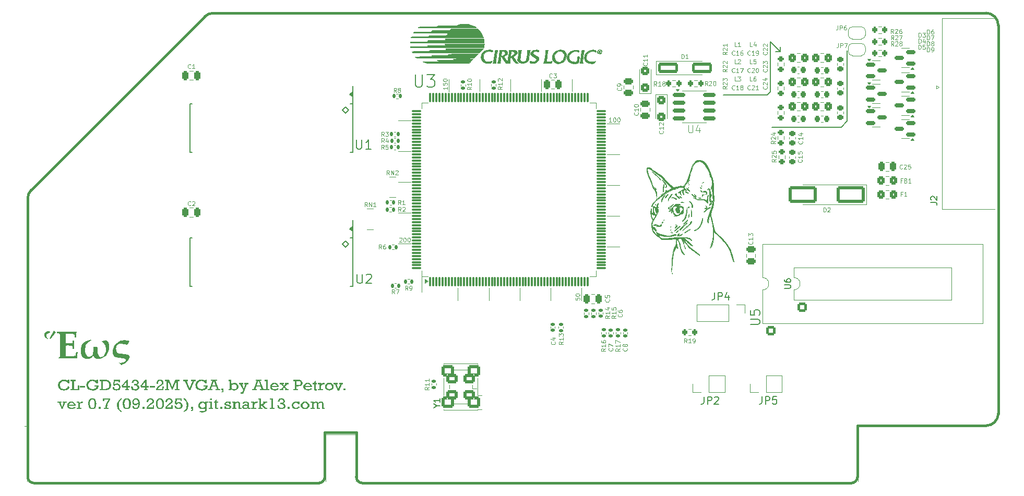
<source format=gto>
%TF.GenerationSoftware,KiCad,Pcbnew,9.0.3*%
%TF.CreationDate,2025-09-13T21:09:41+03:00*%
%TF.ProjectId,eos,656f732e-6b69-4636-9164-5f7063625858,1.0.2*%
%TF.SameCoordinates,Original*%
%TF.FileFunction,Legend,Top*%
%TF.FilePolarity,Positive*%
%FSLAX46Y46*%
G04 Gerber Fmt 4.6, Leading zero omitted, Abs format (unit mm)*
G04 Created by KiCad (PCBNEW 9.0.3) date 2025-09-13 21:09:41*
%MOMM*%
%LPD*%
G01*
G04 APERTURE LIST*
G04 Aperture macros list*
%AMRoundRect*
0 Rectangle with rounded corners*
0 $1 Rounding radius*
0 $2 $3 $4 $5 $6 $7 $8 $9 X,Y pos of 4 corners*
0 Add a 4 corners polygon primitive as box body*
4,1,4,$2,$3,$4,$5,$6,$7,$8,$9,$2,$3,0*
0 Add four circle primitives for the rounded corners*
1,1,$1+$1,$2,$3*
1,1,$1+$1,$4,$5*
1,1,$1+$1,$6,$7*
1,1,$1+$1,$8,$9*
0 Add four rect primitives between the rounded corners*
20,1,$1+$1,$2,$3,$4,$5,0*
20,1,$1+$1,$4,$5,$6,$7,0*
20,1,$1+$1,$6,$7,$8,$9,0*
20,1,$1+$1,$8,$9,$2,$3,0*%
%AMFreePoly0*
4,1,23,0.500000,-0.750000,0.000000,-0.750000,0.000000,-0.745722,-0.065263,-0.745722,-0.191342,-0.711940,-0.304381,-0.646677,-0.396677,-0.554381,-0.461940,-0.441342,-0.495722,-0.315263,-0.495722,-0.250000,-0.500000,-0.250000,-0.500000,0.250000,-0.495722,0.250000,-0.495722,0.315263,-0.461940,0.441342,-0.396677,0.554381,-0.304381,0.646677,-0.191342,0.711940,-0.065263,0.745722,0.000000,0.745722,
0.000000,0.750000,0.500000,0.750000,0.500000,-0.750000,0.500000,-0.750000,$1*%
%AMFreePoly1*
4,1,23,0.000000,0.745722,0.065263,0.745722,0.191342,0.711940,0.304381,0.646677,0.396677,0.554381,0.461940,0.441342,0.495722,0.315263,0.495722,0.250000,0.500000,0.250000,0.500000,-0.250000,0.495722,-0.250000,0.495722,-0.315263,0.461940,-0.441342,0.396677,-0.554381,0.304381,-0.646677,0.191342,-0.711940,0.065263,-0.745722,0.000000,-0.745722,0.000000,-0.750000,-0.500000,-0.750000,
-0.500000,0.750000,0.000000,0.750000,0.000000,0.745722,0.000000,0.745722,$1*%
G04 Aperture macros list end*
%ADD10C,0.120000*%
%ADD11C,0.155000*%
%ADD12C,0.100000*%
%ADD13C,1.000000*%
%ADD14C,0.300000*%
%ADD15C,0.150000*%
%ADD16C,0.010000*%
%ADD17C,0.360000*%
%ADD18C,0.000000*%
%ADD19RoundRect,0.250000X-0.250000X-0.475000X0.250000X-0.475000X0.250000X0.475000X-0.250000X0.475000X0*%
%ADD20RoundRect,0.250000X0.250000X0.475000X-0.250000X0.475000X-0.250000X-0.475000X0.250000X-0.475000X0*%
%ADD21R,0.508000X2.778000*%
%ADD22R,1.700000X1.700000*%
%ADD23O,1.700000X1.700000*%
%ADD24RoundRect,0.250000X0.475000X-0.250000X0.475000X0.250000X-0.475000X0.250000X-0.475000X-0.250000X0*%
%ADD25RoundRect,0.225000X0.250000X-0.225000X0.250000X0.225000X-0.250000X0.225000X-0.250000X-0.225000X0*%
%ADD26RoundRect,0.250000X-0.475000X0.250000X-0.475000X-0.250000X0.475000X-0.250000X0.475000X0.250000X0*%
%ADD27RoundRect,0.250000X0.425000X-0.450000X0.425000X0.450000X-0.425000X0.450000X-0.425000X-0.450000X0*%
%ADD28RoundRect,0.250000X2.000000X1.100000X-2.000000X1.100000X-2.000000X-1.100000X2.000000X-1.100000X0*%
%ADD29RoundRect,0.250000X-2.000000X-1.100000X2.000000X-1.100000X2.000000X1.100000X-2.000000X1.100000X0*%
%ADD30RoundRect,0.250000X0.325000X0.450000X-0.325000X0.450000X-0.325000X-0.450000X0.325000X-0.450000X0*%
%ADD31RoundRect,0.200000X-0.200000X-0.275000X0.200000X-0.275000X0.200000X0.275000X-0.200000X0.275000X0*%
%ADD32RoundRect,0.200000X0.200000X0.275000X-0.200000X0.275000X-0.200000X-0.275000X0.200000X-0.275000X0*%
%ADD33RoundRect,0.200000X-0.275000X0.200000X-0.275000X-0.200000X0.275000X-0.200000X0.275000X0.200000X0*%
%ADD34RoundRect,0.200000X0.275000X-0.200000X0.275000X0.200000X-0.275000X0.200000X-0.275000X-0.200000X0*%
%ADD35RoundRect,0.150000X-0.825000X-0.150000X0.825000X-0.150000X0.825000X0.150000X-0.825000X0.150000X0*%
%ADD36R,1.780000X7.620000*%
%ADD37RoundRect,0.250000X-0.325000X-0.450000X0.325000X-0.450000X0.325000X0.450000X-0.325000X0.450000X0*%
%ADD38RoundRect,0.225000X-0.225000X-0.250000X0.225000X-0.250000X0.225000X0.250000X-0.225000X0.250000X0*%
%ADD39RoundRect,0.225000X-0.250000X0.225000X-0.250000X-0.225000X0.250000X-0.225000X0.250000X0.225000X0*%
%ADD40RoundRect,0.250000X-1.400000X-0.600000X1.400000X-0.600000X1.400000X0.600000X-1.400000X0.600000X0*%
%ADD41C,4.000000*%
%ADD42R,1.600000X1.600000*%
%ADD43C,1.600000*%
%ADD44RoundRect,0.250000X-0.425000X0.450000X-0.425000X-0.450000X0.425000X-0.450000X0.425000X0.450000X0*%
%ADD45RoundRect,0.135000X0.185000X-0.135000X0.185000X0.135000X-0.185000X0.135000X-0.185000X-0.135000X0*%
%ADD46RoundRect,0.135000X-0.135000X-0.185000X0.135000X-0.185000X0.135000X0.185000X-0.135000X0.185000X0*%
%ADD47RoundRect,0.150000X0.587500X0.150000X-0.587500X0.150000X-0.587500X-0.150000X0.587500X-0.150000X0*%
%ADD48R,0.800000X0.500000*%
%ADD49R,0.800000X0.400000*%
%ADD50RoundRect,0.140000X-0.170000X0.140000X-0.170000X-0.140000X0.170000X-0.140000X0.170000X0.140000X0*%
%ADD51RoundRect,0.075000X0.075000X-0.662500X0.075000X0.662500X-0.075000X0.662500X-0.075000X-0.662500X0*%
%ADD52RoundRect,0.075000X0.662500X-0.075000X0.662500X0.075000X-0.662500X0.075000X-0.662500X-0.075000X0*%
%ADD53RoundRect,0.250000X0.550000X-0.550000X0.550000X0.550000X-0.550000X0.550000X-0.550000X-0.550000X0*%
%ADD54RoundRect,0.250000X0.750000X-0.650000X0.750000X0.650000X-0.750000X0.650000X-0.750000X-0.650000X0*%
%ADD55RoundRect,0.150000X-0.587500X-0.150000X0.587500X-0.150000X0.587500X0.150000X-0.587500X0.150000X0*%
%ADD56FreePoly0,0.000000*%
%ADD57FreePoly1,0.000000*%
%ADD58RoundRect,0.250001X0.649999X-0.519999X0.649999X0.519999X-0.649999X0.519999X-0.649999X-0.519999X0*%
%ADD59RoundRect,0.135000X0.135000X0.185000X-0.135000X0.185000X-0.135000X-0.185000X0.135000X-0.185000X0*%
%ADD60RoundRect,0.140000X0.170000X-0.140000X0.170000X0.140000X-0.170000X0.140000X-0.170000X-0.140000X0*%
%TA.AperFunction,Profile*%
%ADD61C,0.381000*%
%TD*%
G04 APERTURE END LIST*
D10*
X137640000Y-80797500D02*
X137640000Y-83300000D01*
X162000000Y-50725000D02*
X162000000Y-48725000D01*
X167700000Y-70950000D02*
X169700000Y-70950000D01*
X167700000Y-55925000D02*
X169700000Y-55925000D01*
D11*
X194200000Y-42675000D02*
X194200000Y-50750000D01*
D10*
X152000000Y-50725000D02*
X152000000Y-48725000D01*
X135800000Y-55425000D02*
X133800000Y-55425000D01*
X167700000Y-75925000D02*
X169700000Y-75925000D01*
D11*
X206650000Y-44110000D02*
X206650000Y-55550000D01*
X205690000Y-56510000D02*
X194440000Y-56510000D01*
D10*
X135800000Y-65425000D02*
X133800000Y-65425000D01*
X153500000Y-82650000D02*
X153500000Y-84650000D01*
X163500000Y-82650000D02*
X163500000Y-84650000D01*
X142000000Y-50750000D02*
X142000000Y-48750000D01*
X167700000Y-60925000D02*
X169700000Y-60925000D01*
X167700000Y-65925000D02*
X169700000Y-65925000D01*
D11*
X126433000Y-74538000D02*
X126433000Y-71650000D01*
D10*
X158500000Y-82650000D02*
X158500000Y-84650000D01*
D11*
X206650000Y-55550000D02*
X205690000Y-56510000D01*
D10*
X147000000Y-50725000D02*
X147000000Y-48725000D01*
D11*
X194175000Y-50775000D02*
X193675000Y-51275000D01*
D10*
X157000000Y-50725000D02*
X157000000Y-48725000D01*
D11*
X194200000Y-42675000D02*
X195725000Y-44200000D01*
X195800000Y-44275000D02*
X195050000Y-44275000D01*
X195800000Y-44275000D02*
X195800000Y-43525000D01*
D10*
X143475000Y-82650000D02*
X143475000Y-84650000D01*
X135800000Y-60425000D02*
X133800000Y-60425000D01*
D11*
X193675000Y-51275000D02*
X186575000Y-51275000D01*
X126411667Y-73381732D02*
X125904753Y-73018554D01*
X126411667Y-72661732D01*
X126411667Y-73381732D01*
G36*
X126411667Y-73381732D02*
G01*
X125904753Y-73018554D01*
X126411667Y-72661732D01*
X126411667Y-73381732D01*
G37*
D10*
X148500000Y-82650000D02*
X148500000Y-84650000D01*
D11*
X126433000Y-52711000D02*
X126433000Y-49825000D01*
X126409731Y-51546200D02*
X125902817Y-51183022D01*
X126409731Y-50826200D01*
X126409731Y-51546200D01*
G36*
X126409731Y-51546200D02*
G01*
X125902817Y-51183022D01*
X126409731Y-50826200D01*
X126409731Y-51546200D01*
G37*
D10*
X135800000Y-75425000D02*
X133800000Y-75425000D01*
X135800000Y-70425000D02*
X133800000Y-70425000D01*
D12*
X162545945Y-84242909D02*
X162545945Y-84576242D01*
X162545945Y-84576242D02*
X162879278Y-84609575D01*
X162879278Y-84609575D02*
X162845945Y-84576242D01*
X162845945Y-84576242D02*
X162812612Y-84509575D01*
X162812612Y-84509575D02*
X162812612Y-84342909D01*
X162812612Y-84342909D02*
X162845945Y-84276242D01*
X162845945Y-84276242D02*
X162879278Y-84242909D01*
X162879278Y-84242909D02*
X162945945Y-84209575D01*
X162945945Y-84209575D02*
X163112612Y-84209575D01*
X163112612Y-84209575D02*
X163179278Y-84242909D01*
X163179278Y-84242909D02*
X163212612Y-84276242D01*
X163212612Y-84276242D02*
X163245945Y-84342909D01*
X163245945Y-84342909D02*
X163245945Y-84509575D01*
X163245945Y-84509575D02*
X163212612Y-84576242D01*
X163212612Y-84576242D02*
X163179278Y-84609575D01*
X162545945Y-83776242D02*
X162545945Y-83709575D01*
X162545945Y-83709575D02*
X162579278Y-83642908D01*
X162579278Y-83642908D02*
X162612612Y-83609575D01*
X162612612Y-83609575D02*
X162679278Y-83576242D01*
X162679278Y-83576242D02*
X162812612Y-83542908D01*
X162812612Y-83542908D02*
X162979278Y-83542908D01*
X162979278Y-83542908D02*
X163112612Y-83576242D01*
X163112612Y-83576242D02*
X163179278Y-83609575D01*
X163179278Y-83609575D02*
X163212612Y-83642908D01*
X163212612Y-83642908D02*
X163245945Y-83709575D01*
X163245945Y-83709575D02*
X163245945Y-83776242D01*
X163245945Y-83776242D02*
X163212612Y-83842908D01*
X163212612Y-83842908D02*
X163179278Y-83876242D01*
X163179278Y-83876242D02*
X163112612Y-83909575D01*
X163112612Y-83909575D02*
X162979278Y-83942908D01*
X162979278Y-83942908D02*
X162812612Y-83942908D01*
X162812612Y-83942908D02*
X162679278Y-83909575D01*
X162679278Y-83909575D02*
X162612612Y-83876242D01*
X162612612Y-83876242D02*
X162579278Y-83842908D01*
X162579278Y-83842908D02*
X162545945Y-83776242D01*
X133985966Y-74528264D02*
X134019299Y-74494930D01*
X134019299Y-74494930D02*
X134085966Y-74461597D01*
X134085966Y-74461597D02*
X134252633Y-74461597D01*
X134252633Y-74461597D02*
X134319299Y-74494930D01*
X134319299Y-74494930D02*
X134352633Y-74528264D01*
X134352633Y-74528264D02*
X134385966Y-74594930D01*
X134385966Y-74594930D02*
X134385966Y-74661597D01*
X134385966Y-74661597D02*
X134352633Y-74761597D01*
X134352633Y-74761597D02*
X133952633Y-75161597D01*
X133952633Y-75161597D02*
X134385966Y-75161597D01*
X134819300Y-74461597D02*
X134885966Y-74461597D01*
X134885966Y-74461597D02*
X134952633Y-74494930D01*
X134952633Y-74494930D02*
X134985966Y-74528264D01*
X134985966Y-74528264D02*
X135019300Y-74594930D01*
X135019300Y-74594930D02*
X135052633Y-74728264D01*
X135052633Y-74728264D02*
X135052633Y-74894930D01*
X135052633Y-74894930D02*
X135019300Y-75028264D01*
X135019300Y-75028264D02*
X134985966Y-75094930D01*
X134985966Y-75094930D02*
X134952633Y-75128264D01*
X134952633Y-75128264D02*
X134885966Y-75161597D01*
X134885966Y-75161597D02*
X134819300Y-75161597D01*
X134819300Y-75161597D02*
X134752633Y-75128264D01*
X134752633Y-75128264D02*
X134719300Y-75094930D01*
X134719300Y-75094930D02*
X134685966Y-75028264D01*
X134685966Y-75028264D02*
X134652633Y-74894930D01*
X134652633Y-74894930D02*
X134652633Y-74728264D01*
X134652633Y-74728264D02*
X134685966Y-74594930D01*
X134685966Y-74594930D02*
X134719300Y-74528264D01*
X134719300Y-74528264D02*
X134752633Y-74494930D01*
X134752633Y-74494930D02*
X134819300Y-74461597D01*
X135485967Y-74461597D02*
X135552633Y-74461597D01*
X135552633Y-74461597D02*
X135619300Y-74494930D01*
X135619300Y-74494930D02*
X135652633Y-74528264D01*
X135652633Y-74528264D02*
X135685967Y-74594930D01*
X135685967Y-74594930D02*
X135719300Y-74728264D01*
X135719300Y-74728264D02*
X135719300Y-74894930D01*
X135719300Y-74894930D02*
X135685967Y-75028264D01*
X135685967Y-75028264D02*
X135652633Y-75094930D01*
X135652633Y-75094930D02*
X135619300Y-75128264D01*
X135619300Y-75128264D02*
X135552633Y-75161597D01*
X135552633Y-75161597D02*
X135485967Y-75161597D01*
X135485967Y-75161597D02*
X135419300Y-75128264D01*
X135419300Y-75128264D02*
X135385967Y-75094930D01*
X135385967Y-75094930D02*
X135352633Y-75028264D01*
X135352633Y-75028264D02*
X135319300Y-74894930D01*
X135319300Y-74894930D02*
X135319300Y-74728264D01*
X135319300Y-74728264D02*
X135352633Y-74594930D01*
X135352633Y-74594930D02*
X135385967Y-74528264D01*
X135385967Y-74528264D02*
X135419300Y-74494930D01*
X135419300Y-74494930D02*
X135485967Y-74461597D01*
D13*
G36*
X81797689Y-93060181D02*
G01*
X81747988Y-93514536D01*
X81730095Y-94054860D01*
X81699320Y-94085085D01*
X79464590Y-94067500D01*
X78674617Y-94085085D01*
X78643842Y-94055959D01*
X78643842Y-93974901D01*
X78659230Y-93940005D01*
X78859358Y-93810363D01*
X78905152Y-93766623D01*
X78923834Y-93672971D01*
X78938949Y-93355013D01*
X78948291Y-92661760D01*
X78948291Y-91092530D01*
X78935317Y-90419107D01*
X78908449Y-90133022D01*
X78874725Y-90059813D01*
X78803760Y-90018716D01*
X78444082Y-89987667D01*
X78413308Y-89957442D01*
X78413308Y-89751087D01*
X78444082Y-89723885D01*
X79403315Y-89741470D01*
X81601226Y-89723885D01*
X81635023Y-89748065D01*
X81594906Y-90084937D01*
X81567154Y-90358061D01*
X81545722Y-90640253D01*
X81514947Y-90673501D01*
X81336620Y-90673501D01*
X81305845Y-90642726D01*
X81286295Y-90268908D01*
X81256661Y-90167643D01*
X81189735Y-90136861D01*
X80926108Y-90100324D01*
X80405138Y-90075594D01*
X79864110Y-90097027D01*
X79839975Y-90450190D01*
X79830313Y-90988666D01*
X79830313Y-91623117D01*
X80223788Y-91640703D01*
X80626606Y-91637680D01*
X80878401Y-91619502D01*
X80946167Y-91591793D01*
X80980126Y-91499242D01*
X81010739Y-91178809D01*
X81041513Y-91148309D01*
X81232206Y-91148309D01*
X81262980Y-91179084D01*
X81250616Y-91811062D01*
X81262980Y-92492225D01*
X81232206Y-92519977D01*
X81026401Y-92519977D01*
X80995626Y-92489752D01*
X80978376Y-92176434D01*
X80946442Y-92076218D01*
X80868675Y-92028848D01*
X80648313Y-91989939D01*
X80248518Y-91974827D01*
X79830313Y-91992412D01*
X79830313Y-92942303D01*
X79845700Y-93733375D01*
X80263905Y-93733375D01*
X81077448Y-93709107D01*
X81364372Y-93662759D01*
X81413556Y-93628961D01*
X81439762Y-93572706D01*
X81471808Y-93444589D01*
X81545722Y-93063753D01*
X81576497Y-93029956D01*
X81763892Y-93029956D01*
X81797689Y-93060181D01*
G37*
G36*
X76999050Y-90859797D02*
G01*
X76922113Y-90902112D01*
X76676391Y-90757142D01*
X76518702Y-90600776D01*
X76429498Y-90431408D01*
X76399770Y-90242107D01*
X76424326Y-90078955D01*
X76496490Y-89939307D01*
X76608949Y-89824866D01*
X76759448Y-89736524D01*
X76937396Y-89673296D01*
X77177378Y-89618372D01*
X77229585Y-89636507D01*
X77309544Y-89854402D01*
X77285089Y-89899740D01*
X77040742Y-89981607D01*
X76898625Y-90053197D01*
X76825393Y-90114887D01*
X76755575Y-90236821D01*
X76731696Y-90384165D01*
X76749424Y-90528416D01*
X76797641Y-90633934D01*
X76876953Y-90722924D01*
X76999050Y-90814185D01*
X76999050Y-90859797D01*
G37*
G36*
X78225637Y-89800821D02*
G01*
X77383458Y-90884527D01*
X77285089Y-90803194D01*
X77902779Y-89600786D01*
X77989058Y-89600786D01*
X78201183Y-89735150D01*
X78225637Y-89800821D01*
G37*
G36*
X85748103Y-91370601D02*
G01*
X85748103Y-91281574D01*
X86172061Y-91158680D01*
X86362771Y-91130724D01*
X86487870Y-91153647D01*
X86604022Y-91224421D01*
X86702041Y-91341324D01*
X86809827Y-91555523D01*
X86880826Y-91808051D01*
X86906822Y-92130898D01*
X86878979Y-92532074D01*
X86798647Y-92890857D01*
X86668594Y-93213779D01*
X86484932Y-93506109D01*
X86261562Y-93739583D01*
X85995399Y-93920771D01*
X85698648Y-94053626D01*
X85410534Y-94130362D01*
X85127116Y-94155427D01*
X84882183Y-94124193D01*
X84679785Y-94034801D01*
X84570963Y-93939904D01*
X84472645Y-93794163D01*
X84386327Y-93582525D01*
X84211533Y-93794861D01*
X84022053Y-93953451D01*
X83816031Y-94064844D01*
X83589777Y-94132278D01*
X83338068Y-94155427D01*
X83131702Y-94136891D01*
X82943277Y-94082583D01*
X82769012Y-93992486D01*
X82617851Y-93869149D01*
X82495353Y-93712966D01*
X82400267Y-93518777D01*
X82313818Y-93195559D01*
X82283488Y-92820579D01*
X82311462Y-92457862D01*
X82391190Y-92144381D01*
X82519096Y-91871763D01*
X82695373Y-91633558D01*
X82913876Y-91434792D01*
X83183079Y-91269088D01*
X83511476Y-91137227D01*
X83909871Y-91042796D01*
X83977465Y-91137593D01*
X83959055Y-91183480D01*
X83648216Y-91327134D01*
X83413912Y-91493814D01*
X83242721Y-91682468D01*
X83123156Y-91906283D01*
X83044372Y-92200737D01*
X83015209Y-92585098D01*
X83040308Y-92951151D01*
X83111929Y-93270657D01*
X83226445Y-93549381D01*
X83339442Y-93700403D01*
X83482093Y-93791068D01*
X83648561Y-93821303D01*
X83796260Y-93800570D01*
X83948064Y-93735573D01*
X84082806Y-93635897D01*
X84186293Y-93510534D01*
X84260337Y-93368094D01*
X84300049Y-93228892D01*
X84324778Y-92829097D01*
X84321756Y-92314446D01*
X84383305Y-92234762D01*
X84970220Y-92185853D01*
X85062544Y-92263064D01*
X85047157Y-92686215D01*
X85064542Y-93104300D01*
X85108802Y-93392075D01*
X85169981Y-93581700D01*
X85272031Y-93738906D01*
X85398517Y-93826628D01*
X85557411Y-93856474D01*
X85741466Y-93826291D01*
X85938796Y-93728979D01*
X86053743Y-93631172D01*
X86160438Y-93489992D01*
X86258357Y-93295112D01*
X86352433Y-92979744D01*
X86384478Y-92635107D01*
X86370894Y-92392081D01*
X86332271Y-92179808D01*
X86266358Y-91978748D01*
X86172353Y-91786058D01*
X86061087Y-91615056D01*
X85972318Y-91516780D01*
X85872789Y-91441099D01*
X85748103Y-91370601D01*
G37*
G36*
X88905248Y-95122629D02*
G01*
X88468633Y-94854175D01*
X88502430Y-94770919D01*
X88754397Y-94788504D01*
X88989556Y-94769396D01*
X89195282Y-94714571D01*
X89376758Y-94625839D01*
X89538807Y-94503513D01*
X89617158Y-94400878D01*
X89639716Y-94310674D01*
X89620265Y-94226431D01*
X89560632Y-94158456D01*
X89446206Y-94103465D01*
X89249264Y-94067500D01*
X88493088Y-93968856D01*
X88044928Y-93874005D01*
X87816871Y-93777889D01*
X87654113Y-93640091D01*
X87541823Y-93462174D01*
X87477127Y-93253125D01*
X87454170Y-93001654D01*
X87478495Y-92721122D01*
X87546219Y-92493324D01*
X87648671Y-92276434D01*
X87783074Y-92034453D01*
X87952698Y-91800717D01*
X88196607Y-91558545D01*
X88473805Y-91353532D01*
X88742307Y-91219475D01*
X89027383Y-91140274D01*
X89341587Y-91113138D01*
X89885638Y-91159025D01*
X90150245Y-91189800D01*
X90190087Y-91258218D01*
X90034916Y-91574044D01*
X89873548Y-91834143D01*
X89349042Y-91727865D01*
X88849743Y-91693459D01*
X88565845Y-91714368D01*
X88374660Y-91767648D01*
X88269994Y-91829432D01*
X88181760Y-91919104D01*
X88108680Y-92041597D01*
X88040175Y-92248992D01*
X88016631Y-92482333D01*
X88039043Y-92725987D01*
X88099612Y-92909605D01*
X88201199Y-93061743D01*
X88337841Y-93175586D01*
X88509510Y-93255880D01*
X88755771Y-93319567D01*
X89553712Y-93416837D01*
X89976313Y-93479485D01*
X90092203Y-93527393D01*
X90174425Y-93595164D01*
X90228021Y-93681013D01*
X90245316Y-93773217D01*
X90220999Y-93932066D01*
X90136231Y-94138666D01*
X90008587Y-94339784D01*
X89834805Y-94534614D01*
X89633171Y-94712105D01*
X89406159Y-94877531D01*
X89162085Y-95017525D01*
X88905248Y-95122629D01*
G37*
D14*
G36*
X80244626Y-98548614D02*
G01*
X80491922Y-98672812D01*
X80438364Y-98810312D01*
X80364682Y-98928420D01*
X80270764Y-99029751D01*
X80155111Y-99115966D01*
X80024623Y-99184315D01*
X79885205Y-99233178D01*
X79735172Y-99262952D01*
X79572470Y-99273136D01*
X79400526Y-99262257D01*
X79247997Y-99230969D01*
X79111869Y-99180468D01*
X78989708Y-99110806D01*
X78879797Y-99020894D01*
X78786181Y-98915670D01*
X78713867Y-98802108D01*
X78661786Y-98678987D01*
X78629823Y-98544666D01*
X78618824Y-98397159D01*
X78630413Y-98233271D01*
X78663556Y-98089090D01*
X78716590Y-97961758D01*
X78788940Y-97848892D01*
X78881140Y-97748695D01*
X78991099Y-97662779D01*
X79112602Y-97596136D01*
X79247274Y-97547825D01*
X79397365Y-97517929D01*
X79565631Y-97507554D01*
X79750321Y-97519770D01*
X79914286Y-97554953D01*
X80060870Y-97611897D01*
X80192725Y-97690772D01*
X80192725Y-97535690D01*
X80438677Y-97535690D01*
X80438677Y-98084357D01*
X80192725Y-98084357D01*
X80127671Y-97980212D01*
X80043919Y-97894308D01*
X79939933Y-97824642D01*
X79822780Y-97773065D01*
X79703616Y-97742742D01*
X79580652Y-97732648D01*
X79442614Y-97744618D01*
X79320878Y-97779274D01*
X79212099Y-97836309D01*
X79114026Y-97917515D01*
X79035427Y-98014199D01*
X78978843Y-98122658D01*
X78943873Y-98245100D01*
X78931699Y-98384410D01*
X78944761Y-98527030D01*
X78982201Y-98651385D01*
X79042770Y-98760722D01*
X79127093Y-98857459D01*
X79231510Y-98939175D01*
X79342172Y-98995757D01*
X79460864Y-99029539D01*
X79590177Y-99041008D01*
X79697555Y-99033044D01*
X79799152Y-99009421D01*
X79896416Y-98969879D01*
X79990491Y-98913293D01*
X80071941Y-98844690D01*
X80141374Y-98762306D01*
X80199090Y-98664395D01*
X80244626Y-98548614D01*
G37*
G36*
X80911409Y-99033974D02*
G01*
X80911409Y-97746716D01*
X80665457Y-97746716D01*
X80665457Y-97535690D01*
X81442882Y-97535690D01*
X81442882Y-97746716D01*
X81209263Y-97746716D01*
X81209263Y-99033974D01*
X81791294Y-99033974D01*
X81791294Y-98450136D01*
X82059106Y-98450136D01*
X82059106Y-99245000D01*
X80665457Y-99245000D01*
X80665457Y-99033974D01*
X80911409Y-99033974D01*
G37*
G36*
X82169626Y-98534546D02*
G01*
X82989305Y-98534546D01*
X82989305Y-98759640D01*
X82169626Y-98759640D01*
X82169626Y-98534546D01*
G37*
G36*
X84492376Y-98421999D02*
G01*
X85183705Y-98421999D01*
X85185048Y-98480910D01*
X85173739Y-98624191D01*
X85141222Y-98751151D01*
X85088734Y-98864348D01*
X85016299Y-98965837D01*
X84922732Y-99057055D01*
X84814386Y-99132905D01*
X84693027Y-99192547D01*
X84556830Y-99236290D01*
X84403438Y-99263602D01*
X84230059Y-99273136D01*
X84020609Y-99260928D01*
X83843826Y-99226636D01*
X83694495Y-99172776D01*
X83568323Y-99100443D01*
X83462159Y-99009244D01*
X83370946Y-98899469D01*
X83300779Y-98783327D01*
X83250546Y-98659787D01*
X83219942Y-98527499D01*
X83209490Y-98384849D01*
X83220489Y-98234358D01*
X83252343Y-98098292D01*
X83304034Y-97974535D01*
X83375504Y-97861335D01*
X83467655Y-97757377D01*
X83576183Y-97668910D01*
X83698269Y-97600005D01*
X83835825Y-97549772D01*
X83991518Y-97518482D01*
X84168632Y-97507554D01*
X84326928Y-97516785D01*
X84470834Y-97543575D01*
X84602439Y-97587128D01*
X84723485Y-97647415D01*
X84835293Y-97725174D01*
X84835293Y-97535690D01*
X85077093Y-97535690D01*
X85077093Y-98091392D01*
X84835293Y-98091392D01*
X84780370Y-98004280D01*
X84700865Y-97921336D01*
X84592759Y-97841898D01*
X84471828Y-97781477D01*
X84340079Y-97745089D01*
X84194521Y-97732648D01*
X84042169Y-97745356D01*
X83912065Y-97781605D01*
X83799870Y-97840299D01*
X83702616Y-97922681D01*
X83624118Y-98021995D01*
X83568224Y-98130131D01*
X83534106Y-98248850D01*
X83522365Y-98380453D01*
X83536365Y-98532197D01*
X83576107Y-98661483D01*
X83639806Y-98772384D01*
X83727896Y-98867901D01*
X83836826Y-98947221D01*
X83954255Y-99002898D01*
X84082143Y-99036532D01*
X84223220Y-99048042D01*
X84370305Y-99035068D01*
X84504069Y-98997004D01*
X84627564Y-98933517D01*
X84708525Y-98870477D01*
X84768965Y-98800169D01*
X84811004Y-98721602D01*
X84835293Y-98633025D01*
X84492376Y-98633025D01*
X84492376Y-98421999D01*
G37*
G36*
X86374970Y-97543857D02*
G01*
X86557083Y-97563937D01*
X86663661Y-97590042D01*
X86769666Y-97632177D01*
X86876064Y-97691762D01*
X86970582Y-97764965D01*
X87052699Y-97855368D01*
X87122749Y-97965216D01*
X87173071Y-98083751D01*
X87204176Y-98215084D01*
X87214951Y-98361439D01*
X87204307Y-98528776D01*
X87174076Y-98674421D01*
X87126168Y-98801406D01*
X87057645Y-98919950D01*
X86979918Y-99011534D01*
X86893161Y-99080355D01*
X86793298Y-99134516D01*
X86679638Y-99177450D01*
X86550244Y-99208729D01*
X86338053Y-99234920D01*
X86044173Y-99245000D01*
X85352843Y-99245000D01*
X85352843Y-99033974D01*
X85611008Y-99033974D01*
X85897993Y-99033974D01*
X86048325Y-99033974D01*
X86286632Y-99025911D01*
X86446441Y-99005617D01*
X86584566Y-98966102D01*
X86694469Y-98908677D01*
X86755057Y-98857923D01*
X86809772Y-98790143D01*
X86858356Y-98702048D01*
X86892247Y-98608215D01*
X86913688Y-98500332D01*
X86921249Y-98376167D01*
X86908890Y-98229657D01*
X86873872Y-98104599D01*
X86818056Y-97997309D01*
X86740126Y-97902893D01*
X86652707Y-97836583D01*
X86554396Y-97794307D01*
X86444926Y-97770410D01*
X86285119Y-97753333D01*
X86060537Y-97746716D01*
X85897993Y-97746716D01*
X85897993Y-99033974D01*
X85611008Y-99033974D01*
X85611008Y-97746716D01*
X85352843Y-97746716D01*
X85352843Y-97535690D01*
X86087892Y-97535690D01*
X86374970Y-97543857D01*
G37*
G36*
X87456995Y-98703367D02*
G01*
X87702826Y-98703367D01*
X87727804Y-98813470D01*
X87769820Y-98902775D01*
X87827756Y-98975062D01*
X87902932Y-99030705D01*
X87992393Y-99064381D01*
X88100453Y-99076179D01*
X88208977Y-99063928D01*
X88299032Y-99028850D01*
X88374982Y-98970556D01*
X88431662Y-98895279D01*
X88466596Y-98805970D01*
X88478907Y-98698860D01*
X88466317Y-98585164D01*
X88431830Y-98497662D01*
X88377791Y-98430352D01*
X88304993Y-98378859D01*
X88222240Y-98348162D01*
X88126343Y-98337588D01*
X88020641Y-98349780D01*
X87923610Y-98386149D01*
X87832302Y-98448839D01*
X87745202Y-98543009D01*
X87651913Y-98473186D01*
X87547121Y-98418811D01*
X87625034Y-97535690D01*
X88638764Y-97535690D01*
X88638764Y-97992913D01*
X88403803Y-97992913D01*
X88403803Y-97760785D01*
X87821772Y-97760785D01*
X87779396Y-98260212D01*
X87870112Y-98204056D01*
X87963976Y-98164874D01*
X88062129Y-98141483D01*
X88166032Y-98133597D01*
X88298526Y-98144476D01*
X88411532Y-98175475D01*
X88508812Y-98225573D01*
X88592969Y-98295713D01*
X88660663Y-98380448D01*
X88709204Y-98474363D01*
X88739060Y-98579195D01*
X88749406Y-98697212D01*
X88737968Y-98821802D01*
X88705152Y-98930662D01*
X88652006Y-99026593D01*
X88577948Y-99111680D01*
X88486940Y-99180359D01*
X88379019Y-99230428D01*
X88250809Y-99261945D01*
X88097766Y-99273136D01*
X87955321Y-99263099D01*
X87834626Y-99234724D01*
X87731852Y-99189549D01*
X87644085Y-99127616D01*
X87573059Y-99050789D01*
X87517629Y-98956796D01*
X87478283Y-98842383D01*
X87456995Y-98703367D01*
G37*
G36*
X89966468Y-98576751D02*
G01*
X90269818Y-98576751D01*
X90269818Y-98787777D01*
X89966468Y-98787777D01*
X89966468Y-99033974D01*
X90140003Y-99033974D01*
X90140003Y-99245000D01*
X89514253Y-99245000D01*
X89514253Y-99033974D01*
X89716486Y-99033974D01*
X89716486Y-98787777D01*
X89077058Y-98787777D01*
X89048505Y-98713054D01*
X89008045Y-98647751D01*
X88955425Y-98590600D01*
X88965674Y-98576751D01*
X89217742Y-98576751D01*
X89716486Y-98576751D01*
X89716486Y-97904436D01*
X89217742Y-98576751D01*
X88965674Y-98576751D01*
X89746528Y-97521622D01*
X89966468Y-97521622D01*
X89966468Y-98576751D01*
G37*
G36*
X90962247Y-98457170D02*
G01*
X90962247Y-98246144D01*
X91148119Y-98239847D01*
X91252529Y-98225151D01*
X91334128Y-98193372D01*
X91393946Y-98141950D01*
X91431182Y-98073533D01*
X91444504Y-97984560D01*
X91435944Y-97910454D01*
X91411117Y-97845307D01*
X91370010Y-97787163D01*
X91314407Y-97742362D01*
X91242562Y-97714547D01*
X91149337Y-97704511D01*
X91046409Y-97715293D01*
X90970338Y-97744622D01*
X90914375Y-97791010D01*
X90875296Y-97852354D01*
X90847452Y-97936251D01*
X90833775Y-98049187D01*
X90570115Y-98049187D01*
X90582313Y-97900810D01*
X90615376Y-97786151D01*
X90665647Y-97698212D01*
X90731926Y-97631641D01*
X90816451Y-97577874D01*
X90909600Y-97539368D01*
X91013014Y-97515729D01*
X91128820Y-97507554D01*
X91272489Y-97516749D01*
X91388950Y-97542173D01*
X91483199Y-97581579D01*
X91559176Y-97634169D01*
X91622259Y-97701430D01*
X91667055Y-97776548D01*
X91694494Y-97861100D01*
X91704012Y-97957302D01*
X91694271Y-98051478D01*
X91666450Y-98132109D01*
X91621336Y-98201851D01*
X91561777Y-98263613D01*
X91499768Y-98310046D01*
X91434856Y-98343084D01*
X91548884Y-98383256D01*
X91636701Y-98433904D01*
X91702860Y-98494567D01*
X91750223Y-98566169D01*
X91779692Y-98650914D01*
X91790108Y-98752056D01*
X91776697Y-98880108D01*
X91739066Y-98985119D01*
X91679016Y-99071784D01*
X91595446Y-99143224D01*
X91494794Y-99199642D01*
X91386144Y-99240008D01*
X91267993Y-99264669D01*
X91138468Y-99273136D01*
X90970790Y-99261480D01*
X90836391Y-99229329D01*
X90728805Y-99179444D01*
X90643143Y-99112449D01*
X90575608Y-99028584D01*
X90525677Y-98928797D01*
X90493972Y-98809977D01*
X90482676Y-98668196D01*
X90734002Y-98668196D01*
X90751981Y-98794232D01*
X90792621Y-98891432D01*
X90853558Y-98966160D01*
X90935100Y-99022428D01*
X91033460Y-99056949D01*
X91153489Y-99069145D01*
X91263548Y-99058786D01*
X91351383Y-99029907D01*
X91421912Y-98983745D01*
X91475994Y-98922128D01*
X91508394Y-98851210D01*
X91519609Y-98768103D01*
X91506646Y-98681920D01*
X91468897Y-98608250D01*
X91404815Y-98543888D01*
X91322262Y-98498479D01*
X91204173Y-98467698D01*
X91038695Y-98455961D01*
X90962247Y-98457170D01*
G37*
G36*
X92998988Y-98576751D02*
G01*
X93302337Y-98576751D01*
X93302337Y-98787777D01*
X92998988Y-98787777D01*
X92998988Y-99033974D01*
X93172522Y-99033974D01*
X93172522Y-99245000D01*
X92546772Y-99245000D01*
X92546772Y-99033974D01*
X92749005Y-99033974D01*
X92749005Y-98787777D01*
X92109577Y-98787777D01*
X92081024Y-98713054D01*
X92040564Y-98647751D01*
X91987944Y-98590600D01*
X91998193Y-98576751D01*
X92250261Y-98576751D01*
X92749005Y-98576751D01*
X92749005Y-97904436D01*
X92250261Y-98576751D01*
X91998193Y-98576751D01*
X92779047Y-97521622D01*
X92998988Y-97521622D01*
X92998988Y-98576751D01*
G37*
G36*
X93508356Y-98534546D02*
G01*
X94328035Y-98534546D01*
X94328035Y-98759640D01*
X93508356Y-98759640D01*
X93508356Y-98534546D01*
G37*
G36*
X95757344Y-98633025D02*
G01*
X95739515Y-99245000D01*
X94524895Y-99245000D01*
X94532787Y-99128095D01*
X94556233Y-99015586D01*
X94595237Y-98906589D01*
X94649035Y-98802860D01*
X94715007Y-98709233D01*
X94793440Y-98624781D01*
X94941233Y-98502272D01*
X95183496Y-98335280D01*
X95332328Y-98226510D01*
X95407588Y-98152611D01*
X95439996Y-98101617D01*
X95459594Y-98045302D01*
X95466329Y-97982252D01*
X95456587Y-97905778D01*
X95428745Y-97841716D01*
X95382920Y-97787273D01*
X95322532Y-97746242D01*
X95247456Y-97720690D01*
X95153454Y-97711545D01*
X95043673Y-97722285D01*
X94962699Y-97751336D01*
X94903349Y-97796725D01*
X94862753Y-97857993D01*
X94834844Y-97947880D01*
X94824092Y-98076334D01*
X94826901Y-98168768D01*
X94574110Y-98168768D01*
X94572766Y-98096557D01*
X94583171Y-97957478D01*
X94612270Y-97841434D01*
X94657824Y-97744563D01*
X94718946Y-97663735D01*
X94797766Y-97597246D01*
X94893044Y-97548916D01*
X95008182Y-97518433D01*
X95147958Y-97507554D01*
X95290807Y-97517095D01*
X95408544Y-97543705D01*
X95505692Y-97585391D01*
X95585764Y-97641643D01*
X95652797Y-97712944D01*
X95699876Y-97790593D01*
X95728382Y-97875996D01*
X95738171Y-97971151D01*
X95726577Y-98077084D01*
X95693177Y-98169194D01*
X95638398Y-98250321D01*
X95565049Y-98322824D01*
X95443362Y-98418823D01*
X95257257Y-98544108D01*
X95076543Y-98667403D01*
X94963053Y-98759584D01*
X94898586Y-98827344D01*
X94828275Y-98935404D01*
X94799546Y-99019905D01*
X95515422Y-99019905D01*
X95526413Y-98633025D01*
X95757344Y-98633025D01*
G37*
G36*
X96225680Y-99033974D02*
G01*
X96225680Y-97746716D01*
X95997435Y-97746716D01*
X95997435Y-97535690D01*
X96647854Y-97535690D01*
X97147819Y-98706774D01*
X97653401Y-97535690D01*
X98310537Y-97535690D01*
X98310537Y-97746716D01*
X98080949Y-97746716D01*
X98080949Y-99033974D01*
X98310537Y-99033974D01*
X98310537Y-99245000D01*
X97594661Y-99245000D01*
X97594661Y-99033974D01*
X97821441Y-99033974D01*
X97821441Y-97746716D01*
X97165648Y-99259068D01*
X97109595Y-99259068D01*
X96460642Y-97746716D01*
X96460642Y-99033974D01*
X96669713Y-99033974D01*
X96669713Y-99245000D01*
X95997435Y-99245000D01*
X95997435Y-99033974D01*
X96225680Y-99033974D01*
G37*
G36*
X99831193Y-99259068D02*
G01*
X99193230Y-97746716D01*
X98958147Y-97746716D01*
X98958147Y-97535690D01*
X99708217Y-97535690D01*
X99708217Y-97746716D01*
X99488276Y-97746716D01*
X99971877Y-98894169D01*
X100443265Y-97746716D01*
X100221981Y-97746716D01*
X100221981Y-97535690D01*
X100951535Y-97535690D01*
X100951535Y-97746716D01*
X100720603Y-97746716D01*
X100094853Y-99259068D01*
X99831193Y-99259068D01*
G37*
G36*
X102181420Y-98421999D02*
G01*
X102872749Y-98421999D01*
X102874092Y-98480910D01*
X102862783Y-98624191D01*
X102830266Y-98751151D01*
X102777778Y-98864348D01*
X102705343Y-98965837D01*
X102611775Y-99057055D01*
X102503430Y-99132905D01*
X102382071Y-99192547D01*
X102245874Y-99236290D01*
X102092482Y-99263602D01*
X101919103Y-99273136D01*
X101709653Y-99260928D01*
X101532870Y-99226636D01*
X101383539Y-99172776D01*
X101257367Y-99100443D01*
X101151203Y-99009244D01*
X101059990Y-98899469D01*
X100989823Y-98783327D01*
X100939590Y-98659787D01*
X100908986Y-98527499D01*
X100898534Y-98384849D01*
X100909533Y-98234358D01*
X100941387Y-98098292D01*
X100993078Y-97974535D01*
X101064548Y-97861335D01*
X101156699Y-97757377D01*
X101265227Y-97668910D01*
X101387313Y-97600005D01*
X101524869Y-97549772D01*
X101680562Y-97518482D01*
X101857676Y-97507554D01*
X102015972Y-97516785D01*
X102159878Y-97543575D01*
X102291483Y-97587128D01*
X102412529Y-97647415D01*
X102524337Y-97725174D01*
X102524337Y-97535690D01*
X102766137Y-97535690D01*
X102766137Y-98091392D01*
X102524337Y-98091392D01*
X102469414Y-98004280D01*
X102389909Y-97921336D01*
X102281803Y-97841898D01*
X102160872Y-97781477D01*
X102029123Y-97745089D01*
X101883565Y-97732648D01*
X101731213Y-97745356D01*
X101601109Y-97781605D01*
X101488914Y-97840299D01*
X101391660Y-97922681D01*
X101313162Y-98021995D01*
X101257267Y-98130131D01*
X101223150Y-98248850D01*
X101211409Y-98380453D01*
X101225409Y-98532197D01*
X101265151Y-98661483D01*
X101328850Y-98772384D01*
X101416939Y-98867901D01*
X101525870Y-98947221D01*
X101643299Y-99002898D01*
X101771187Y-99036532D01*
X101912264Y-99048042D01*
X102059349Y-99035068D01*
X102193113Y-98997004D01*
X102316608Y-98933517D01*
X102397569Y-98870477D01*
X102458009Y-98800169D01*
X102500048Y-98721602D01*
X102524337Y-98633025D01*
X102181420Y-98633025D01*
X102181420Y-98421999D01*
G37*
G36*
X104405251Y-97725614D02*
G01*
X104168946Y-97725614D01*
X104700418Y-99033974D01*
X104913520Y-99033974D01*
X104913520Y-99245000D01*
X104168946Y-99245000D01*
X104168946Y-99033974D01*
X104405251Y-99033974D01*
X104263224Y-98647093D01*
X103580076Y-98647093D01*
X103433897Y-99033974D01*
X103664829Y-99033974D01*
X103664829Y-99245000D01*
X102916102Y-99245000D01*
X102916102Y-99033974D01*
X103145690Y-99033974D01*
X103377349Y-98450136D01*
X103651151Y-98450136D01*
X104192149Y-98450136D01*
X103939357Y-97725614D01*
X103913468Y-97725614D01*
X103651151Y-98450136D01*
X103377349Y-98450136D01*
X103664829Y-97725614D01*
X103433897Y-97725614D01*
X103433897Y-97535690D01*
X104405251Y-97535690D01*
X104405251Y-97725614D01*
G37*
G36*
X105132362Y-99245000D02*
G01*
X105132362Y-98942529D01*
X105468440Y-98942529D01*
X105468440Y-99204443D01*
X105461761Y-99330338D01*
X105445237Y-99411292D01*
X105409397Y-99477507D01*
X105346196Y-99531863D01*
X105293036Y-99556973D01*
X105223197Y-99574466D01*
X105132362Y-99582641D01*
X105132362Y-99456025D01*
X105205379Y-99435835D01*
X105254493Y-99400549D01*
X105285034Y-99348740D01*
X105296371Y-99274235D01*
X105294905Y-99245000D01*
X105132362Y-99245000D01*
G37*
G36*
X106746318Y-98229767D02*
G01*
X106851782Y-98139996D01*
X106965329Y-98077910D01*
X107088991Y-98040758D01*
X107225889Y-98028084D01*
X107359047Y-98039021D01*
X107478076Y-98070802D01*
X107585798Y-98123145D01*
X107684211Y-98197454D01*
X107763802Y-98286846D01*
X107821196Y-98389223D01*
X107856848Y-98507086D01*
X107869347Y-98643796D01*
X107857459Y-98774602D01*
X107823065Y-98891253D01*
X107766924Y-98996272D01*
X107688241Y-99091566D01*
X107591087Y-99171203D01*
X107483102Y-99227242D01*
X107362030Y-99261345D01*
X107224546Y-99273136D01*
X107120569Y-99266125D01*
X107024483Y-99245575D01*
X106934874Y-99211697D01*
X106817505Y-99143387D01*
X106746318Y-99075190D01*
X106746318Y-99245000D01*
X106257222Y-99245000D01*
X106257222Y-99033974D01*
X106492184Y-99033974D01*
X106492184Y-98657974D01*
X106754501Y-98657974D01*
X106763089Y-98749746D01*
X106787486Y-98827981D01*
X106826643Y-98895156D01*
X106880896Y-98953080D01*
X106970901Y-99014386D01*
X107067178Y-99050101D01*
X107172644Y-99062110D01*
X107282917Y-99049259D01*
X107381492Y-99011296D01*
X107471720Y-98946376D01*
X107525512Y-98885290D01*
X107564535Y-98814510D01*
X107588917Y-98732165D01*
X107597505Y-98635772D01*
X107588866Y-98542521D01*
X107564521Y-98464424D01*
X107525772Y-98398668D01*
X107472452Y-98343194D01*
X107383688Y-98285034D01*
X107286980Y-98250746D01*
X107179361Y-98239110D01*
X107073779Y-98250941D01*
X106976356Y-98286241D01*
X106884316Y-98346931D01*
X106829343Y-98404363D01*
X106789090Y-98473592D01*
X106763602Y-98557041D01*
X106754501Y-98657974D01*
X106492184Y-98657974D01*
X106492184Y-97746716D01*
X106257222Y-97746716D01*
X106257222Y-97535690D01*
X106746318Y-97535690D01*
X106746318Y-98229767D01*
G37*
G36*
X108613799Y-99226095D02*
G01*
X108179291Y-98267247D01*
X107959351Y-98267247D01*
X107959351Y-98056221D01*
X108613799Y-98056221D01*
X108613799Y-98267247D01*
X108455286Y-98267247D01*
X108740806Y-98924504D01*
X109020952Y-98267247D01*
X108846074Y-98267247D01*
X108846074Y-98056221D01*
X109486845Y-98056221D01*
X109486845Y-98267247D01*
X109290108Y-98267247D01*
X108635659Y-99779598D01*
X108197121Y-99779598D01*
X108197121Y-99575607D01*
X108455286Y-99575607D01*
X108613799Y-99226095D01*
G37*
G36*
X111623115Y-97725614D02*
G01*
X111386810Y-97725614D01*
X111918283Y-99033974D01*
X112131385Y-99033974D01*
X112131385Y-99245000D01*
X111386810Y-99245000D01*
X111386810Y-99033974D01*
X111623115Y-99033974D01*
X111481088Y-98647093D01*
X110797941Y-98647093D01*
X110651762Y-99033974D01*
X110882693Y-99033974D01*
X110882693Y-99245000D01*
X110133967Y-99245000D01*
X110133967Y-99033974D01*
X110363555Y-99033974D01*
X110595213Y-98450136D01*
X110869016Y-98450136D01*
X111410013Y-98450136D01*
X111157222Y-97725614D01*
X111131332Y-97725614D01*
X110869016Y-98450136D01*
X110595213Y-98450136D01*
X110882693Y-97725614D01*
X110651762Y-97725614D01*
X110651762Y-97535690D01*
X111623115Y-97535690D01*
X111623115Y-97725614D01*
G37*
G36*
X112400785Y-99033974D02*
G01*
X112400785Y-97746716D01*
X112165823Y-97746716D01*
X112165823Y-97535690D01*
X112660415Y-97535690D01*
X112660415Y-99033974D01*
X112862526Y-99033974D01*
X112862526Y-99245000D01*
X112165823Y-99245000D01*
X112165823Y-99033974D01*
X112400785Y-99033974D01*
G37*
G36*
X113848126Y-98038656D02*
G01*
X113970393Y-98070107D01*
X114087785Y-98123097D01*
X114201831Y-98199652D01*
X114277208Y-98271530D01*
X114337598Y-98356294D01*
X114383318Y-98455867D01*
X114413605Y-98572851D01*
X114426657Y-98710401D01*
X113314497Y-98710401D01*
X113342274Y-98812395D01*
X113390431Y-98897909D01*
X113459211Y-98969897D01*
X113545099Y-99024222D01*
X113646199Y-99057477D01*
X113766713Y-99069145D01*
X113897935Y-99056804D01*
X114011069Y-99021289D01*
X114109989Y-98962876D01*
X114197069Y-98879221D01*
X114426657Y-98970226D01*
X114343773Y-99064727D01*
X114247228Y-99140326D01*
X114135642Y-99198618D01*
X114014154Y-99240120D01*
X113889801Y-99264852D01*
X113761339Y-99273136D01*
X113612409Y-99262187D01*
X113477999Y-99230350D01*
X113355470Y-99178125D01*
X113242812Y-99104645D01*
X113149440Y-99013942D01*
X113082967Y-98909894D01*
X113041977Y-98789849D01*
X113027634Y-98649951D01*
X113038825Y-98541580D01*
X113324145Y-98541580D01*
X114158845Y-98541580D01*
X114131374Y-98463368D01*
X114083914Y-98389250D01*
X114014009Y-98318025D01*
X113930125Y-98262634D01*
X113835189Y-98229447D01*
X113725802Y-98218007D01*
X113625873Y-98228287D01*
X113538009Y-98258237D01*
X113459333Y-98308353D01*
X113395585Y-98373784D01*
X113350671Y-98450717D01*
X113324145Y-98541580D01*
X113038825Y-98541580D01*
X113041291Y-98517705D01*
X113080772Y-98401105D01*
X113145540Y-98297049D01*
X113237316Y-98203389D01*
X113348196Y-98125472D01*
X113464228Y-98071331D01*
X113587066Y-98039016D01*
X113718963Y-98028084D01*
X113848126Y-98038656D01*
G37*
G36*
X115298726Y-98769862D02*
G01*
X115037508Y-99033974D01*
X115207013Y-99033974D01*
X115207013Y-99245000D01*
X114566242Y-99245000D01*
X114566242Y-99033974D01*
X114761636Y-99033974D01*
X115158897Y-98634453D01*
X114779344Y-98267247D01*
X114600314Y-98267247D01*
X114600314Y-98056221D01*
X115222034Y-98056221D01*
X115222034Y-98267247D01*
X115056681Y-98267247D01*
X115294452Y-98498056D01*
X115523918Y-98267247D01*
X115388729Y-98267247D01*
X115388729Y-98056221D01*
X116013014Y-98056221D01*
X116013014Y-98267247D01*
X115795882Y-98267247D01*
X115433792Y-98633354D01*
X115846318Y-99033974D01*
X116013014Y-99033974D01*
X116013014Y-99245000D01*
X115388729Y-99245000D01*
X115388729Y-99033974D01*
X115571789Y-99033974D01*
X115298726Y-98769862D01*
G37*
G36*
X117761912Y-97546915D02*
G01*
X117929588Y-97573829D01*
X118021649Y-97608924D01*
X118104281Y-97665368D01*
X118178960Y-97746386D01*
X118233955Y-97839677D01*
X118267655Y-97944617D01*
X118279344Y-98063914D01*
X118271667Y-98159902D01*
X118249380Y-98246831D01*
X118213032Y-98326158D01*
X118163286Y-98399407D01*
X118108687Y-98455693D01*
X118049145Y-98497506D01*
X117946280Y-98543395D01*
X117829204Y-98571805D01*
X117691271Y-98585218D01*
X117459665Y-98590819D01*
X117328506Y-98590819D01*
X117328506Y-99033974D01*
X117574459Y-99033974D01*
X117574459Y-99245000D01*
X116802529Y-99245000D01*
X116802529Y-99033974D01*
X117041643Y-99033974D01*
X117041643Y-98386828D01*
X117328506Y-98386828D01*
X117492393Y-98386828D01*
X117679718Y-98376459D01*
X117803028Y-98350417D01*
X117880373Y-98314398D01*
X117924763Y-98274697D01*
X117958211Y-98221388D01*
X117980194Y-98150987D01*
X117988328Y-98058749D01*
X117981399Y-97982655D01*
X117961900Y-97919056D01*
X117930931Y-97865638D01*
X117888227Y-97819408D01*
X117841130Y-97787438D01*
X117788782Y-97767819D01*
X117690001Y-97753131D01*
X117506071Y-97746716D01*
X117328506Y-97746716D01*
X117328506Y-98386828D01*
X117041643Y-98386828D01*
X117041643Y-97746716D01*
X116802529Y-97746716D01*
X116802529Y-97535690D01*
X117481524Y-97535690D01*
X117761912Y-97546915D01*
G37*
G36*
X119231238Y-98038656D02*
G01*
X119353505Y-98070107D01*
X119470897Y-98123097D01*
X119584944Y-98199652D01*
X119660321Y-98271530D01*
X119720710Y-98356294D01*
X119766431Y-98455867D01*
X119796717Y-98572851D01*
X119809769Y-98710401D01*
X118697609Y-98710401D01*
X118725386Y-98812395D01*
X118773544Y-98897909D01*
X118842323Y-98969897D01*
X118928212Y-99024222D01*
X119029311Y-99057477D01*
X119149825Y-99069145D01*
X119281048Y-99056804D01*
X119394182Y-99021289D01*
X119493101Y-98962876D01*
X119580181Y-98879221D01*
X119809769Y-98970226D01*
X119726886Y-99064727D01*
X119630340Y-99140326D01*
X119518754Y-99198618D01*
X119397267Y-99240120D01*
X119272913Y-99264852D01*
X119144452Y-99273136D01*
X118995521Y-99262187D01*
X118861112Y-99230350D01*
X118738582Y-99178125D01*
X118625924Y-99104645D01*
X118532553Y-99013942D01*
X118466079Y-98909894D01*
X118425090Y-98789849D01*
X118410746Y-98649951D01*
X118421937Y-98541580D01*
X118707257Y-98541580D01*
X119541957Y-98541580D01*
X119514486Y-98463368D01*
X119467026Y-98389250D01*
X119397121Y-98318025D01*
X119313238Y-98262634D01*
X119218301Y-98229447D01*
X119108914Y-98218007D01*
X119008985Y-98228287D01*
X118921121Y-98258237D01*
X118842445Y-98308353D01*
X118778697Y-98373784D01*
X118733784Y-98450717D01*
X118707257Y-98541580D01*
X118421937Y-98541580D01*
X118424403Y-98517705D01*
X118463885Y-98401105D01*
X118528652Y-98297049D01*
X118620429Y-98203389D01*
X118731308Y-98125472D01*
X118847340Y-98071331D01*
X118970178Y-98039016D01*
X119102076Y-98028084D01*
X119231238Y-98038656D01*
G37*
G36*
X119957536Y-98267247D02*
G01*
X119957536Y-98056221D01*
X120129605Y-98056221D01*
X120129605Y-97873332D01*
X120389235Y-97662306D01*
X120389235Y-98056221D01*
X120633722Y-98056221D01*
X120633722Y-98267247D01*
X120389235Y-98267247D01*
X120389235Y-98849436D01*
X120395059Y-98976382D01*
X120406332Y-99022323D01*
X120433063Y-99045601D01*
X120491695Y-99055076D01*
X120563290Y-99049819D01*
X120633722Y-99033974D01*
X120633722Y-99245000D01*
X120533401Y-99266183D01*
X120434298Y-99273136D01*
X120356558Y-99267318D01*
X120293261Y-99251121D01*
X120241591Y-99225655D01*
X120180861Y-99171282D01*
X120148656Y-99106514D01*
X120135450Y-99022028D01*
X120129605Y-98859658D01*
X120129605Y-98267247D01*
X119957536Y-98267247D01*
G37*
G36*
X121044783Y-99033974D02*
G01*
X121044783Y-98267247D01*
X120778314Y-98267247D01*
X120778314Y-98056221D01*
X121252512Y-98056221D01*
X121252512Y-98324289D01*
X121305722Y-98227314D01*
X121374023Y-98150963D01*
X121455937Y-98091502D01*
X121538642Y-98055122D01*
X121633675Y-98035754D01*
X121775802Y-98028084D01*
X121844068Y-98028084D01*
X121844068Y-98267247D01*
X121792166Y-98267247D01*
X121607036Y-98277726D01*
X121496388Y-98302967D01*
X121437374Y-98332949D01*
X121389455Y-98375632D01*
X121351552Y-98432990D01*
X121328563Y-98498704D01*
X121311345Y-98606217D01*
X121304413Y-98771400D01*
X121304413Y-99033974D01*
X121592620Y-99033974D01*
X121592620Y-99245000D01*
X120778314Y-99245000D01*
X120778314Y-99033974D01*
X121044783Y-99033974D01*
G37*
G36*
X122768113Y-98039116D02*
G01*
X122894744Y-98071346D01*
X123011163Y-98124623D01*
X123119260Y-98200312D01*
X123208316Y-98292232D01*
X123271678Y-98396066D01*
X123310619Y-98514185D01*
X123324180Y-98649951D01*
X123310661Y-98785801D01*
X123271833Y-98904091D01*
X123208653Y-99008158D01*
X123119870Y-99100359D01*
X123012112Y-99176231D01*
X122895730Y-99229679D01*
X122768801Y-99262046D01*
X122628698Y-99273136D01*
X122484407Y-99261746D01*
X122355617Y-99228713D01*
X122239364Y-99174506D01*
X122133496Y-99097941D01*
X122046352Y-99004767D01*
X121984439Y-98900651D01*
X121946502Y-98783403D01*
X121933404Y-98650610D01*
X122207868Y-98650610D01*
X122222110Y-98762296D01*
X122262888Y-98856255D01*
X122330111Y-98936484D01*
X122418032Y-98998651D01*
X122516374Y-99035451D01*
X122628698Y-99048042D01*
X122742743Y-99035240D01*
X122841454Y-98997985D01*
X122928628Y-98935275D01*
X122995237Y-98854441D01*
X123035516Y-98760801D01*
X123049528Y-98650610D01*
X123035261Y-98539761D01*
X122994296Y-98445984D01*
X122926552Y-98365396D01*
X122838231Y-98302749D01*
X122740105Y-98265787D01*
X122628698Y-98253178D01*
X122512189Y-98266295D01*
X122412907Y-98304240D01*
X122326692Y-98367814D01*
X122261044Y-98449525D01*
X122221534Y-98542659D01*
X122207868Y-98650610D01*
X121933404Y-98650610D01*
X121933339Y-98649951D01*
X121946624Y-98516660D01*
X121984919Y-98399612D01*
X122047454Y-98295702D01*
X122135572Y-98202730D01*
X122242457Y-98126190D01*
X122358792Y-98072164D01*
X122486609Y-98039357D01*
X122628698Y-98028084D01*
X122768113Y-98039116D01*
G37*
G36*
X123979483Y-99266102D02*
G01*
X123547662Y-98267247D01*
X123314043Y-98267247D01*
X123314043Y-98056221D01*
X123979483Y-98056221D01*
X123979483Y-98267247D01*
X123807292Y-98267247D01*
X124091468Y-98940111D01*
X124376988Y-98267247D01*
X124193928Y-98267247D01*
X124193928Y-98056221D01*
X124840195Y-98056221D01*
X124840195Y-98267247D01*
X124636618Y-98267247D01*
X124214445Y-99266102D01*
X123979483Y-99266102D01*
G37*
G36*
X124880861Y-99245000D02*
G01*
X124880861Y-98942529D01*
X125216939Y-98942529D01*
X125216939Y-99245000D01*
X124880861Y-99245000D01*
G37*
G36*
X79159944Y-102290102D02*
G01*
X78728122Y-101291247D01*
X78494504Y-101291247D01*
X78494504Y-101080221D01*
X79159944Y-101080221D01*
X79159944Y-101291247D01*
X78987752Y-101291247D01*
X79271929Y-101964111D01*
X79557449Y-101291247D01*
X79374389Y-101291247D01*
X79374389Y-101080221D01*
X80020655Y-101080221D01*
X80020655Y-101291247D01*
X79817079Y-101291247D01*
X79394905Y-102290102D01*
X79159944Y-102290102D01*
G37*
G36*
X80902697Y-101062656D02*
G01*
X81024964Y-101094107D01*
X81142356Y-101147097D01*
X81256402Y-101223652D01*
X81331779Y-101295530D01*
X81392169Y-101380294D01*
X81437889Y-101479867D01*
X81468176Y-101596851D01*
X81481228Y-101734401D01*
X80369068Y-101734401D01*
X80396845Y-101836395D01*
X80445002Y-101921909D01*
X80513782Y-101993897D01*
X80599670Y-102048222D01*
X80700770Y-102081477D01*
X80821284Y-102093145D01*
X80952506Y-102080804D01*
X81065640Y-102045289D01*
X81164560Y-101986876D01*
X81251639Y-101903221D01*
X81481228Y-101994226D01*
X81398344Y-102088727D01*
X81301799Y-102164326D01*
X81190212Y-102222618D01*
X81068725Y-102264120D01*
X80944371Y-102288852D01*
X80815910Y-102297136D01*
X80666980Y-102286187D01*
X80532570Y-102254350D01*
X80410040Y-102202125D01*
X80297383Y-102128645D01*
X80204011Y-102037942D01*
X80137538Y-101933894D01*
X80096548Y-101813849D01*
X80082205Y-101673951D01*
X80093396Y-101565580D01*
X80378715Y-101565580D01*
X81213415Y-101565580D01*
X81185945Y-101487368D01*
X81138484Y-101413250D01*
X81068579Y-101342025D01*
X80984696Y-101286634D01*
X80889760Y-101253447D01*
X80780373Y-101242007D01*
X80680443Y-101252287D01*
X80592580Y-101282237D01*
X80513904Y-101332353D01*
X80450156Y-101397784D01*
X80405242Y-101474717D01*
X80378715Y-101565580D01*
X80093396Y-101565580D01*
X80095862Y-101541705D01*
X80135343Y-101425105D01*
X80200111Y-101321049D01*
X80291887Y-101227389D01*
X80402767Y-101149472D01*
X80518799Y-101095331D01*
X80641636Y-101063016D01*
X80773534Y-101052084D01*
X80902697Y-101062656D01*
G37*
G36*
X81878000Y-102057974D02*
G01*
X81878000Y-101291247D01*
X81611531Y-101291247D01*
X81611531Y-101080221D01*
X82085729Y-101080221D01*
X82085729Y-101348289D01*
X82138939Y-101251314D01*
X82207240Y-101174963D01*
X82289154Y-101115502D01*
X82371859Y-101079122D01*
X82466892Y-101059754D01*
X82609019Y-101052084D01*
X82677285Y-101052084D01*
X82677285Y-101291247D01*
X82625383Y-101291247D01*
X82440253Y-101301726D01*
X82329605Y-101326967D01*
X82270591Y-101356949D01*
X82222672Y-101399632D01*
X82184769Y-101456990D01*
X82161780Y-101522704D01*
X82144562Y-101630217D01*
X82137630Y-101795400D01*
X82137630Y-102057974D01*
X82425837Y-102057974D01*
X82425837Y-102269000D01*
X81611531Y-102269000D01*
X81611531Y-102057974D01*
X81878000Y-102057974D01*
G37*
G36*
X84297775Y-100541521D02*
G01*
X84405739Y-100570206D01*
X84501215Y-100616984D01*
X84586289Y-100682837D01*
X84662002Y-100770277D01*
X84732582Y-100891073D01*
X84786054Y-101035795D01*
X84820504Y-101208768D01*
X84832850Y-101415004D01*
X84819858Y-101629472D01*
X84783947Y-101805546D01*
X84728780Y-101949428D01*
X84656629Y-102066437D01*
X84579102Y-102151166D01*
X84493511Y-102214913D01*
X84398886Y-102260059D01*
X84293370Y-102287613D01*
X84174371Y-102297136D01*
X84049786Y-102287089D01*
X83941075Y-102258205D01*
X83845211Y-102211161D01*
X83760056Y-102144998D01*
X83684542Y-102057204D01*
X83614162Y-101935745D01*
X83560964Y-101791077D01*
X83526775Y-101619084D01*
X83514549Y-101415004D01*
X83793230Y-101415004D01*
X83801281Y-101608413D01*
X83822640Y-101754845D01*
X83853660Y-101863269D01*
X83891538Y-101941580D01*
X83948354Y-102013155D01*
X84013232Y-102061514D01*
X84087541Y-102090266D01*
X84174371Y-102100179D01*
X84261153Y-102090235D01*
X84335424Y-102061385D01*
X84400281Y-102012834D01*
X84457083Y-101940920D01*
X84495055Y-101862331D01*
X84526110Y-101753843D01*
X84547470Y-101607677D01*
X84555512Y-101415004D01*
X84547284Y-101218645D01*
X84525521Y-101071071D01*
X84494037Y-100962759D01*
X84455739Y-100885352D01*
X84398465Y-100814485D01*
X84333636Y-100766652D01*
X84259925Y-100738271D01*
X84174371Y-100728511D01*
X84078305Y-100739891D01*
X83999825Y-100772389D01*
X83934675Y-100826580D01*
X83881280Y-100906894D01*
X83836009Y-101028878D01*
X83804953Y-101194537D01*
X83793230Y-101415004D01*
X83514549Y-101415004D01*
X83527622Y-101199124D01*
X83563711Y-101022378D01*
X83619072Y-100878392D01*
X83691381Y-100761704D01*
X83769161Y-100677190D01*
X83854956Y-100613590D01*
X83949736Y-100568544D01*
X84055351Y-100541053D01*
X84174371Y-100531554D01*
X84297775Y-100541521D01*
G37*
G36*
X85172836Y-102269000D02*
G01*
X85172836Y-101966529D01*
X85508914Y-101966529D01*
X85508914Y-102269000D01*
X85172836Y-102269000D01*
G37*
G36*
X86053820Y-102269000D02*
G01*
X86053820Y-102057974D01*
X86306612Y-102057974D01*
X86333657Y-101840862D01*
X86389728Y-101611952D01*
X86477337Y-101369502D01*
X86586749Y-101132270D01*
X86695793Y-100939380D01*
X86803890Y-100784785D01*
X86149441Y-100784785D01*
X86149441Y-101016913D01*
X85914480Y-101016913D01*
X85914480Y-100559690D01*
X87101744Y-100559690D01*
X87101744Y-100738293D01*
X86990564Y-100878621D01*
X86872938Y-101075840D01*
X86749180Y-101343673D01*
X86672003Y-101553565D01*
X86620536Y-101740963D01*
X86591604Y-101908322D01*
X86582484Y-102057974D01*
X86803890Y-102057974D01*
X86803890Y-102269000D01*
X86053820Y-102269000D01*
G37*
G36*
X88936252Y-100531554D02*
G01*
X88936252Y-100721477D01*
X88843990Y-100774972D01*
X88755112Y-100847272D01*
X88669173Y-100941076D01*
X88597305Y-101043987D01*
X88544429Y-101148463D01*
X88509316Y-101255306D01*
X88480221Y-101431399D01*
X88469016Y-101675819D01*
X88475814Y-101868860D01*
X88494070Y-102019362D01*
X88520917Y-102134580D01*
X88563167Y-102245164D01*
X88618089Y-102342819D01*
X88685537Y-102429027D01*
X88806068Y-102541711D01*
X88936252Y-102627743D01*
X88936252Y-102817667D01*
X88803617Y-102757048D01*
X88674207Y-102672710D01*
X88547101Y-102561721D01*
X88421877Y-102420235D01*
X88341995Y-102301848D01*
X88278391Y-102169842D01*
X88231382Y-102022440D01*
X88201944Y-101857534D01*
X88191678Y-101672742D01*
X88205027Y-101471381D01*
X88243753Y-101287888D01*
X88306577Y-101119863D01*
X88393178Y-100965256D01*
X88504679Y-100822163D01*
X88631646Y-100703547D01*
X88774920Y-100607105D01*
X88936252Y-100531554D01*
G37*
G36*
X89895821Y-100541521D02*
G01*
X90003785Y-100570206D01*
X90099261Y-100616984D01*
X90184335Y-100682837D01*
X90260048Y-100770277D01*
X90330628Y-100891073D01*
X90384100Y-101035795D01*
X90418550Y-101208768D01*
X90430896Y-101415004D01*
X90417904Y-101629472D01*
X90381993Y-101805546D01*
X90326826Y-101949428D01*
X90254675Y-102066437D01*
X90177149Y-102151166D01*
X90091557Y-102214913D01*
X89996932Y-102260059D01*
X89891416Y-102287613D01*
X89772418Y-102297136D01*
X89647832Y-102287089D01*
X89539121Y-102258205D01*
X89443257Y-102211161D01*
X89358102Y-102144998D01*
X89282588Y-102057204D01*
X89212208Y-101935745D01*
X89159010Y-101791077D01*
X89124821Y-101619084D01*
X89112595Y-101415004D01*
X89391277Y-101415004D01*
X89399327Y-101608413D01*
X89420686Y-101754845D01*
X89451706Y-101863269D01*
X89489584Y-101941580D01*
X89546400Y-102013155D01*
X89611278Y-102061514D01*
X89685587Y-102090266D01*
X89772418Y-102100179D01*
X89859199Y-102090235D01*
X89933470Y-102061385D01*
X89998327Y-102012834D01*
X90055129Y-101940920D01*
X90093101Y-101862331D01*
X90124156Y-101753843D01*
X90145516Y-101607677D01*
X90153558Y-101415004D01*
X90145330Y-101218645D01*
X90123567Y-101071071D01*
X90092083Y-100962759D01*
X90053785Y-100885352D01*
X89996511Y-100814485D01*
X89931682Y-100766652D01*
X89857971Y-100738271D01*
X89772418Y-100728511D01*
X89676351Y-100739891D01*
X89597871Y-100772389D01*
X89532721Y-100826580D01*
X89479326Y-100906894D01*
X89434055Y-101028878D01*
X89402999Y-101194537D01*
X89391277Y-101415004D01*
X89112595Y-101415004D01*
X89125668Y-101199124D01*
X89161757Y-101022378D01*
X89217118Y-100878392D01*
X89289427Y-100761704D01*
X89367207Y-100677190D01*
X89453002Y-100613590D01*
X89547782Y-100568544D01*
X89653397Y-100541053D01*
X89772418Y-100531554D01*
X89895821Y-100541521D01*
G37*
G36*
X91346773Y-100540592D02*
G01*
X91449840Y-100566809D01*
X91542946Y-100609824D01*
X91627804Y-100670556D01*
X91705355Y-100751152D01*
X91777303Y-100862703D01*
X91832952Y-101004147D01*
X91869628Y-101182001D01*
X91883042Y-101403904D01*
X91870615Y-101613389D01*
X91835980Y-101788679D01*
X91782307Y-101934944D01*
X91711584Y-102056655D01*
X91635588Y-102144426D01*
X91549571Y-102210715D01*
X91452409Y-102257953D01*
X91341893Y-102287013D01*
X91214916Y-102297136D01*
X91091081Y-102286911D01*
X90986534Y-102257896D01*
X90897513Y-102211175D01*
X90821441Y-102145901D01*
X90760680Y-102067290D01*
X90715445Y-101978421D01*
X90685744Y-101877566D01*
X90672575Y-101762538D01*
X90903384Y-101762538D01*
X90926196Y-101856696D01*
X90964634Y-101935304D01*
X91018178Y-102001041D01*
X91086339Y-102052816D01*
X91161035Y-102082953D01*
X91244958Y-102093145D01*
X91330319Y-102082810D01*
X91404439Y-102052541D01*
X91470320Y-102000927D01*
X91529134Y-101923445D01*
X91582309Y-101806495D01*
X91618348Y-101654958D01*
X91632937Y-101460617D01*
X91529304Y-101545898D01*
X91421782Y-101604130D01*
X91308699Y-101638450D01*
X91187561Y-101649990D01*
X91078106Y-101640580D01*
X90980263Y-101613191D01*
X90891599Y-101567909D01*
X90810450Y-101503262D01*
X90745590Y-101426260D01*
X90698544Y-101337815D01*
X90669203Y-101235760D01*
X90658897Y-101117260D01*
X90660461Y-101098685D01*
X90900697Y-101098685D01*
X90910289Y-101188937D01*
X90937618Y-101265590D01*
X90981908Y-101331363D01*
X91042848Y-101382496D01*
X91119735Y-101413751D01*
X91217602Y-101424896D01*
X91310621Y-101413023D01*
X91406706Y-101375660D01*
X91508847Y-101307693D01*
X91619260Y-101201121D01*
X91586192Y-101036253D01*
X91538800Y-100917576D01*
X91480694Y-100834651D01*
X91413172Y-100779398D01*
X91334935Y-100746793D01*
X91242271Y-100735545D01*
X91143158Y-100747650D01*
X91061457Y-100782422D01*
X90992899Y-100840838D01*
X90942413Y-100914793D01*
X90911486Y-100999800D01*
X90900697Y-101098685D01*
X90660461Y-101098685D01*
X90668936Y-100998019D01*
X90698052Y-100890571D01*
X90745567Y-100792937D01*
X90811915Y-100703562D01*
X90895165Y-100628557D01*
X90990947Y-100575526D01*
X91101754Y-100542947D01*
X91231402Y-100531554D01*
X91346773Y-100540592D01*
G37*
G36*
X92287142Y-102269000D02*
G01*
X92287142Y-101966529D01*
X92623220Y-101966529D01*
X92623220Y-102269000D01*
X92287142Y-102269000D01*
G37*
G36*
X94207868Y-101657025D02*
G01*
X94190038Y-102269000D01*
X92975418Y-102269000D01*
X92983311Y-102152095D01*
X93006756Y-102039586D01*
X93045760Y-101930589D01*
X93099559Y-101826860D01*
X93165530Y-101733233D01*
X93243963Y-101648781D01*
X93391756Y-101526272D01*
X93634019Y-101359280D01*
X93782852Y-101250510D01*
X93858112Y-101176611D01*
X93890519Y-101125617D01*
X93910117Y-101069302D01*
X93916852Y-101006252D01*
X93907111Y-100929778D01*
X93879268Y-100865716D01*
X93833443Y-100811273D01*
X93773055Y-100770242D01*
X93697980Y-100744690D01*
X93603977Y-100735545D01*
X93494196Y-100746285D01*
X93413223Y-100775336D01*
X93353872Y-100820725D01*
X93313276Y-100881993D01*
X93285367Y-100971880D01*
X93274616Y-101100334D01*
X93277424Y-101192768D01*
X93024633Y-101192768D01*
X93023290Y-101120557D01*
X93033694Y-100981478D01*
X93062793Y-100865434D01*
X93108347Y-100768563D01*
X93169469Y-100687735D01*
X93248289Y-100621246D01*
X93343567Y-100572916D01*
X93458705Y-100542433D01*
X93598482Y-100531554D01*
X93741331Y-100541095D01*
X93859067Y-100567705D01*
X93956215Y-100609391D01*
X94036287Y-100665643D01*
X94103320Y-100736944D01*
X94150400Y-100814593D01*
X94178905Y-100899996D01*
X94188695Y-100995151D01*
X94177100Y-101101084D01*
X94143700Y-101193194D01*
X94088921Y-101274321D01*
X94015572Y-101346824D01*
X93893885Y-101442823D01*
X93707780Y-101568108D01*
X93527067Y-101691403D01*
X93413577Y-101783584D01*
X93349110Y-101851344D01*
X93278799Y-101959404D01*
X93250069Y-102043905D01*
X93965945Y-102043905D01*
X93976936Y-101657025D01*
X94207868Y-101657025D01*
G37*
G36*
X95261348Y-100541521D02*
G01*
X95369312Y-100570206D01*
X95464788Y-100616984D01*
X95549862Y-100682837D01*
X95625575Y-100770277D01*
X95696155Y-100891073D01*
X95749627Y-101035795D01*
X95784077Y-101208768D01*
X95796423Y-101415004D01*
X95783431Y-101629472D01*
X95747520Y-101805546D01*
X95692353Y-101949428D01*
X95620202Y-102066437D01*
X95542675Y-102151166D01*
X95457084Y-102214913D01*
X95362459Y-102260059D01*
X95256943Y-102287613D01*
X95137944Y-102297136D01*
X95013359Y-102287089D01*
X94904648Y-102258205D01*
X94808784Y-102211161D01*
X94723628Y-102144998D01*
X94648115Y-102057204D01*
X94577735Y-101935745D01*
X94524537Y-101791077D01*
X94490348Y-101619084D01*
X94478122Y-101415004D01*
X94756803Y-101415004D01*
X94764853Y-101608413D01*
X94786213Y-101754845D01*
X94817233Y-101863269D01*
X94855111Y-101941580D01*
X94911927Y-102013155D01*
X94976805Y-102061514D01*
X95051114Y-102090266D01*
X95137944Y-102100179D01*
X95224726Y-102090235D01*
X95298997Y-102061385D01*
X95363854Y-102012834D01*
X95420655Y-101940920D01*
X95458628Y-101862331D01*
X95489683Y-101753843D01*
X95511042Y-101607677D01*
X95519085Y-101415004D01*
X95510857Y-101218645D01*
X95489094Y-101071071D01*
X95457610Y-100962759D01*
X95419312Y-100885352D01*
X95362038Y-100814485D01*
X95297209Y-100766652D01*
X95223497Y-100738271D01*
X95137944Y-100728511D01*
X95041878Y-100739891D01*
X94963398Y-100772389D01*
X94898248Y-100826580D01*
X94844853Y-100906894D01*
X94799582Y-101028878D01*
X94768525Y-101194537D01*
X94756803Y-101415004D01*
X94478122Y-101415004D01*
X94491195Y-101199124D01*
X94527284Y-101022378D01*
X94582645Y-100878392D01*
X94654954Y-100761704D01*
X94732734Y-100677190D01*
X94818529Y-100613590D01*
X94913309Y-100568544D01*
X95018923Y-100541053D01*
X95137944Y-100531554D01*
X95261348Y-100541521D01*
G37*
G36*
X97240387Y-101657025D02*
G01*
X97222557Y-102269000D01*
X96007937Y-102269000D01*
X96015830Y-102152095D01*
X96039275Y-102039586D01*
X96078279Y-101930589D01*
X96132078Y-101826860D01*
X96198049Y-101733233D01*
X96276482Y-101648781D01*
X96424275Y-101526272D01*
X96666538Y-101359280D01*
X96815371Y-101250510D01*
X96890631Y-101176611D01*
X96923038Y-101125617D01*
X96942637Y-101069302D01*
X96949371Y-101006252D01*
X96939630Y-100929778D01*
X96911788Y-100865716D01*
X96865963Y-100811273D01*
X96805574Y-100770242D01*
X96730499Y-100744690D01*
X96636496Y-100735545D01*
X96526716Y-100746285D01*
X96445742Y-100775336D01*
X96386392Y-100820725D01*
X96345795Y-100881993D01*
X96317887Y-100971880D01*
X96307135Y-101100334D01*
X96309944Y-101192768D01*
X96057152Y-101192768D01*
X96055809Y-101120557D01*
X96066214Y-100981478D01*
X96095312Y-100865434D01*
X96140866Y-100768563D01*
X96201988Y-100687735D01*
X96280808Y-100621246D01*
X96376087Y-100572916D01*
X96491225Y-100542433D01*
X96631001Y-100531554D01*
X96773850Y-100541095D01*
X96891586Y-100567705D01*
X96988734Y-100609391D01*
X97068806Y-100665643D01*
X97135839Y-100736944D01*
X97182919Y-100814593D01*
X97211425Y-100899996D01*
X97221214Y-100995151D01*
X97209619Y-101101084D01*
X97176220Y-101193194D01*
X97121441Y-101274321D01*
X97048092Y-101346824D01*
X96926405Y-101442823D01*
X96740300Y-101568108D01*
X96559586Y-101691403D01*
X96446096Y-101783584D01*
X96381629Y-101851344D01*
X96311318Y-101959404D01*
X96282588Y-102043905D01*
X96998464Y-102043905D01*
X97009455Y-101657025D01*
X97240387Y-101657025D01*
G37*
G36*
X97511985Y-101727367D02*
G01*
X97757815Y-101727367D01*
X97782793Y-101837470D01*
X97824810Y-101926775D01*
X97882745Y-101999062D01*
X97957922Y-102054705D01*
X98047382Y-102088381D01*
X98155443Y-102100179D01*
X98263967Y-102087928D01*
X98354021Y-102052850D01*
X98429972Y-101994556D01*
X98486652Y-101919279D01*
X98521585Y-101829970D01*
X98533897Y-101722860D01*
X98521306Y-101609164D01*
X98486819Y-101521662D01*
X98432780Y-101454352D01*
X98359982Y-101402859D01*
X98277229Y-101372162D01*
X98181332Y-101361588D01*
X98075630Y-101373780D01*
X97978600Y-101410149D01*
X97887292Y-101472839D01*
X97800191Y-101567009D01*
X97706903Y-101497186D01*
X97602110Y-101442811D01*
X97680024Y-100559690D01*
X98693754Y-100559690D01*
X98693754Y-101016913D01*
X98458792Y-101016913D01*
X98458792Y-100784785D01*
X97876762Y-100784785D01*
X97834385Y-101284212D01*
X97925102Y-101228056D01*
X98018965Y-101188874D01*
X98117118Y-101165483D01*
X98221022Y-101157597D01*
X98353516Y-101168476D01*
X98466521Y-101199475D01*
X98563802Y-101249573D01*
X98647958Y-101319713D01*
X98715653Y-101404448D01*
X98764193Y-101498363D01*
X98794049Y-101603195D01*
X98804396Y-101721212D01*
X98792958Y-101845802D01*
X98760141Y-101954662D01*
X98706996Y-102050593D01*
X98632937Y-102135680D01*
X98541929Y-102204359D01*
X98434009Y-102254428D01*
X98305799Y-102285945D01*
X98152756Y-102297136D01*
X98010311Y-102287099D01*
X97889616Y-102258724D01*
X97786842Y-102213549D01*
X97699075Y-102151616D01*
X97628048Y-102074789D01*
X97572618Y-101980796D01*
X97533272Y-101866383D01*
X97511985Y-101727367D01*
G37*
G36*
X99006385Y-100531554D02*
G01*
X99163001Y-100607318D01*
X99303987Y-100702495D01*
X99430739Y-100818255D01*
X99543963Y-100956573D01*
X99631911Y-101105605D01*
X99696503Y-101272858D01*
X99736866Y-101461186D01*
X99750959Y-101673951D01*
X99737879Y-101879604D01*
X99700405Y-102062047D01*
X99640467Y-102224373D01*
X99558984Y-102369237D01*
X99453774Y-102502702D01*
X99327814Y-102621427D01*
X99179478Y-102726324D01*
X99006385Y-102817667D01*
X99006385Y-102627743D01*
X99113364Y-102560312D01*
X99206105Y-102482609D01*
X99285676Y-102394076D01*
X99351547Y-102296680D01*
X99400978Y-102195495D01*
X99434665Y-102089737D01*
X99462809Y-101915796D01*
X99473621Y-101675819D01*
X99461553Y-101422614D01*
X99430512Y-101244205D01*
X99393468Y-101136785D01*
X99338753Y-101033348D01*
X99265282Y-100933052D01*
X99178191Y-100841299D01*
X99092059Y-100771819D01*
X99006385Y-100721477D01*
X99006385Y-100531554D01*
G37*
G36*
X100218196Y-102269000D02*
G01*
X100218196Y-101966529D01*
X100554274Y-101966529D01*
X100554274Y-102228443D01*
X100547595Y-102354338D01*
X100531071Y-102435292D01*
X100495230Y-102501507D01*
X100432030Y-102555863D01*
X100378869Y-102580973D01*
X100309031Y-102598466D01*
X100218196Y-102606641D01*
X100218196Y-102480025D01*
X100291213Y-102459835D01*
X100340326Y-102424549D01*
X100370868Y-102372740D01*
X100382205Y-102298235D01*
X100380739Y-102269000D01*
X100218196Y-102269000D01*
G37*
G36*
X102148238Y-101063576D02*
G01*
X102266700Y-101097772D01*
X102379825Y-101155682D01*
X102489288Y-101240139D01*
X102489288Y-101080221D01*
X102986688Y-101080221D01*
X102986688Y-101291247D01*
X102748918Y-101291247D01*
X102748918Y-102176236D01*
X102742839Y-102343902D01*
X102728401Y-102441997D01*
X102695010Y-102526499D01*
X102629361Y-102618731D01*
X102571638Y-102673064D01*
X102494340Y-102723665D01*
X102393667Y-102770296D01*
X102287003Y-102803907D01*
X102170502Y-102824603D01*
X102042568Y-102831735D01*
X101899254Y-102821523D01*
X101765767Y-102791457D01*
X101640119Y-102741575D01*
X101520743Y-102670828D01*
X101690125Y-102501128D01*
X101810145Y-102568414D01*
X101934002Y-102607638D01*
X102064427Y-102620709D01*
X102173133Y-102610774D01*
X102272034Y-102581581D01*
X102358255Y-102536420D01*
X102414794Y-102486510D01*
X102454748Y-102429969D01*
X102475610Y-102380338D01*
X102485118Y-102321500D01*
X102489288Y-102210857D01*
X102489288Y-102101608D01*
X102415508Y-102166344D01*
X102296702Y-102234488D01*
X102207057Y-102269136D01*
X102111889Y-102290037D01*
X102009839Y-102297136D01*
X101871273Y-102285525D01*
X101749975Y-102252056D01*
X101642542Y-102197299D01*
X101546632Y-102119853D01*
X101468770Y-102026683D01*
X101413331Y-101924285D01*
X101379428Y-101810822D01*
X101367725Y-101683842D01*
X101368382Y-101676918D01*
X101643597Y-101676918D01*
X101657387Y-101793214D01*
X101696564Y-101890115D01*
X101760345Y-101971805D01*
X101845233Y-102035181D01*
X101943358Y-102073018D01*
X102058932Y-102086110D01*
X102172180Y-102073284D01*
X102273064Y-102035515D01*
X102364968Y-101971255D01*
X102420697Y-101910321D01*
X102460467Y-101841836D01*
X102484930Y-101764315D01*
X102493440Y-101675709D01*
X102484824Y-101585692D01*
X102460208Y-101508045D01*
X102420433Y-101440488D01*
X102364968Y-101381372D01*
X102273503Y-101318890D01*
X102175226Y-101282427D01*
X102067114Y-101270144D01*
X101959038Y-101282333D01*
X101861214Y-101318439D01*
X101770603Y-101380163D01*
X101716068Y-101438537D01*
X101676722Y-101506141D01*
X101652218Y-101584779D01*
X101643597Y-101676918D01*
X101368382Y-101676918D01*
X101380939Y-101544558D01*
X101418737Y-101424020D01*
X101479852Y-101318800D01*
X101565073Y-101226400D01*
X101669996Y-101148724D01*
X101779932Y-101094949D01*
X101896517Y-101062918D01*
X102022051Y-101052084D01*
X102148238Y-101063576D01*
G37*
G36*
X103277704Y-100668171D02*
G01*
X103288695Y-100616821D01*
X103322034Y-100572330D01*
X103371909Y-100541941D01*
X103434752Y-100531554D01*
X103494565Y-100541458D01*
X103545394Y-100571121D01*
X103580287Y-100615106D01*
X103591922Y-100668171D01*
X103580316Y-100721256D01*
X103545394Y-100765770D01*
X103494518Y-100795862D01*
X103434752Y-100805887D01*
X103374086Y-100795675D01*
X103323499Y-100765221D01*
X103289064Y-100720383D01*
X103277704Y-100668171D01*
G37*
G36*
X103314584Y-102057974D02*
G01*
X103314584Y-101291247D01*
X103108199Y-101291247D01*
X103108199Y-101080221D01*
X103574092Y-101080221D01*
X103574092Y-102057974D01*
X103777669Y-102057974D01*
X103777669Y-102269000D01*
X103108199Y-102269000D01*
X103108199Y-102057974D01*
X103314584Y-102057974D01*
G37*
G36*
X103919574Y-101291247D02*
G01*
X103919574Y-101080221D01*
X104091643Y-101080221D01*
X104091643Y-100897332D01*
X104351273Y-100686306D01*
X104351273Y-101080221D01*
X104595760Y-101080221D01*
X104595760Y-101291247D01*
X104351273Y-101291247D01*
X104351273Y-101873436D01*
X104357097Y-102000382D01*
X104368370Y-102046323D01*
X104395101Y-102069601D01*
X104453733Y-102079076D01*
X104525328Y-102073819D01*
X104595760Y-102057974D01*
X104595760Y-102269000D01*
X104495439Y-102290183D01*
X104396336Y-102297136D01*
X104318596Y-102291318D01*
X104255299Y-102275121D01*
X104203628Y-102249655D01*
X104142899Y-102195282D01*
X104110694Y-102130514D01*
X104097488Y-102046028D01*
X104091643Y-101883658D01*
X104091643Y-101291247D01*
X103919574Y-101291247D01*
G37*
G36*
X104919382Y-102269000D02*
G01*
X104919382Y-101966529D01*
X105255460Y-101966529D01*
X105255460Y-102269000D01*
X104919382Y-102269000D01*
G37*
G36*
X105610467Y-102269000D02*
G01*
X105610467Y-101861016D01*
X105842742Y-101861016D01*
X105842742Y-101900474D01*
X105858994Y-101952408D01*
X105891647Y-101998065D01*
X105943126Y-102038849D01*
X106004387Y-102068618D01*
X106073235Y-102086832D01*
X106151465Y-102093145D01*
X106269288Y-102082308D01*
X106352233Y-102053687D01*
X106395031Y-102022942D01*
X106419252Y-101986987D01*
X106427459Y-101943888D01*
X106420275Y-101901907D01*
X106399877Y-101869392D01*
X106365300Y-101843980D01*
X106287130Y-101816831D01*
X106118736Y-101785179D01*
X105938712Y-101747603D01*
X105812978Y-101701576D01*
X105728558Y-101649771D01*
X105663884Y-101581150D01*
X105625223Y-101501130D01*
X105611810Y-101406102D01*
X105626044Y-101310658D01*
X105667745Y-101227642D01*
X105738817Y-101153750D01*
X105829519Y-101098605D01*
X105939417Y-101064286D01*
X106073674Y-101052084D01*
X106195826Y-101061314D01*
X106302351Y-101087784D01*
X106396074Y-101130669D01*
X106396074Y-101080221D01*
X106626884Y-101080221D01*
X106626884Y-101474136D01*
X106396074Y-101474136D01*
X106396074Y-101401815D01*
X106336938Y-101337604D01*
X106267734Y-101292894D01*
X106186557Y-101265624D01*
X106090038Y-101256076D01*
X105993813Y-101266703D01*
X105921144Y-101295973D01*
X105883683Y-101326193D01*
X105862236Y-101360936D01*
X105854954Y-101401925D01*
X105862177Y-101443350D01*
X105882201Y-101473209D01*
X105915771Y-101494469D01*
X105994441Y-101517019D01*
X106177477Y-101549423D01*
X106357651Y-101582518D01*
X106468370Y-101614490D01*
X106557669Y-101662525D01*
X106631646Y-101735830D01*
X106667402Y-101794694D01*
X106689129Y-101859961D01*
X106696615Y-101933227D01*
X106687407Y-102014021D01*
X106660909Y-102083802D01*
X106617382Y-102144899D01*
X106555198Y-102198767D01*
X106455589Y-102251849D01*
X106335044Y-102285229D01*
X106188346Y-102297136D01*
X106050701Y-102285743D01*
X105937105Y-102253722D01*
X105842742Y-102202614D01*
X105842742Y-102269000D01*
X105610467Y-102269000D01*
G37*
G36*
X107344469Y-101080221D02*
G01*
X107344469Y-101214310D01*
X107476911Y-101138217D01*
X107595540Y-101088469D01*
X107702690Y-101060810D01*
X107800715Y-101052084D01*
X107884426Y-101058698D01*
X107954374Y-101077353D01*
X108013206Y-101107148D01*
X108063790Y-101147544D01*
X108099877Y-101192174D01*
X108123115Y-101241787D01*
X108141547Y-101330696D01*
X108149127Y-101474685D01*
X108149127Y-102057974D01*
X108371877Y-102057974D01*
X108371877Y-102269000D01*
X107889619Y-102269000D01*
X107889619Y-101482928D01*
X107882882Y-101391494D01*
X107866505Y-101336005D01*
X107844556Y-101304765D01*
X107794472Y-101273564D01*
X107733914Y-101263110D01*
X107652799Y-101271020D01*
X107562489Y-101296375D01*
X107460529Y-101342615D01*
X107344469Y-101414345D01*
X107344469Y-102057974D01*
X107572592Y-102057974D01*
X107572592Y-102269000D01*
X106852564Y-102269000D01*
X106852564Y-102057974D01*
X107084839Y-102057974D01*
X107084839Y-101291247D01*
X106852564Y-101291247D01*
X106852564Y-101080221D01*
X107344469Y-101080221D01*
G37*
G36*
X109241939Y-101061665D02*
G01*
X109356420Y-101088024D01*
X109454696Y-101131181D01*
X109518230Y-101180568D01*
X109563259Y-101240151D01*
X109590038Y-101303007D01*
X109602952Y-101378460D01*
X109608478Y-101512384D01*
X109608478Y-102057974D01*
X109831228Y-102057974D01*
X109831228Y-102269000D01*
X109377669Y-102269000D01*
X109377669Y-102123919D01*
X109276787Y-102202204D01*
X109174119Y-102255487D01*
X109068173Y-102286711D01*
X108956838Y-102297136D01*
X108841079Y-102285238D01*
X108737615Y-102250343D01*
X108643353Y-102191623D01*
X108584771Y-102134785D01*
X108543676Y-102071804D01*
X108518730Y-102001382D01*
X108510118Y-101921576D01*
X108510254Y-101920367D01*
X108758757Y-101920367D01*
X108765970Y-101972847D01*
X108786959Y-102018323D01*
X108822260Y-102058523D01*
X108868088Y-102088720D01*
X108924673Y-102107527D01*
X108995062Y-102114247D01*
X109085450Y-102106006D01*
X109174028Y-102081048D01*
X109262360Y-102038066D01*
X109351657Y-101974553D01*
X109351657Y-101838375D01*
X109234591Y-101770684D01*
X109122129Y-101732613D01*
X109011549Y-101720332D01*
X108941881Y-101726860D01*
X108882482Y-101745556D01*
X108831175Y-101776166D01*
X108790893Y-101817025D01*
X108767006Y-101864377D01*
X108758757Y-101920367D01*
X108510254Y-101920367D01*
X108519122Y-101841579D01*
X108545356Y-101770266D01*
X108588912Y-101705720D01*
X108651535Y-101646693D01*
X108751529Y-101586330D01*
X108863940Y-101549976D01*
X108992376Y-101537443D01*
X109113079Y-101548317D01*
X109232166Y-101581318D01*
X109351657Y-101638230D01*
X109351657Y-101521397D01*
X109346134Y-101436678D01*
X109332484Y-101382691D01*
X109302698Y-101338555D01*
X109242969Y-101295093D01*
X109165618Y-101266644D01*
X109059298Y-101256076D01*
X108965300Y-101265518D01*
X108889196Y-101292098D01*
X108826972Y-101335173D01*
X108776465Y-101396759D01*
X108527826Y-101337738D01*
X108603383Y-101235114D01*
X108695517Y-101156930D01*
X108806043Y-101100316D01*
X108938717Y-101064742D01*
X109098866Y-101052084D01*
X109241939Y-101061665D01*
G37*
G36*
X110194539Y-102057974D02*
G01*
X110194539Y-101291247D01*
X109928070Y-101291247D01*
X109928070Y-101080221D01*
X110402267Y-101080221D01*
X110402267Y-101348289D01*
X110455477Y-101251314D01*
X110523778Y-101174963D01*
X110605692Y-101115502D01*
X110688398Y-101079122D01*
X110783431Y-101059754D01*
X110925558Y-101052084D01*
X110993824Y-101052084D01*
X110993824Y-101291247D01*
X110941922Y-101291247D01*
X110756792Y-101301726D01*
X110646144Y-101326967D01*
X110587130Y-101356949D01*
X110539210Y-101399632D01*
X110501308Y-101456990D01*
X110478318Y-101522704D01*
X110461100Y-101630217D01*
X110454169Y-101795400D01*
X110454169Y-102057974D01*
X110742376Y-102057974D01*
X110742376Y-102269000D01*
X109928070Y-102269000D01*
X109928070Y-102057974D01*
X110194539Y-102057974D01*
G37*
G36*
X111311828Y-102057974D02*
G01*
X111311828Y-100770716D01*
X111074057Y-100770716D01*
X111074057Y-100559690D01*
X111571458Y-100559690D01*
X111571458Y-101627899D01*
X112066050Y-101270144D01*
X111845987Y-101270144D01*
X111845987Y-101080221D01*
X112577006Y-101080221D01*
X112577006Y-101270144D01*
X112374773Y-101270144D01*
X111878838Y-101643945D01*
X112344731Y-102057974D01*
X112577006Y-102057974D01*
X112577006Y-102269000D01*
X112236775Y-102269000D01*
X111571458Y-101670873D01*
X111571458Y-102057974D01*
X111799581Y-102057974D01*
X111799581Y-102269000D01*
X111074057Y-102269000D01*
X111074057Y-102057974D01*
X111311828Y-102057974D01*
G37*
G36*
X113245254Y-102057974D02*
G01*
X113245254Y-100770716D01*
X112985624Y-100770716D01*
X112985624Y-100559690D01*
X113504884Y-100559690D01*
X113504884Y-102057974D01*
X113752180Y-102057974D01*
X113752180Y-102269000D01*
X112985624Y-102269000D01*
X112985624Y-102057974D01*
X113245254Y-102057974D01*
G37*
G36*
X114671388Y-101481170D02*
G01*
X114671388Y-101270144D01*
X114857261Y-101263847D01*
X114961671Y-101249151D01*
X115043270Y-101217372D01*
X115103087Y-101165950D01*
X115140324Y-101097533D01*
X115153646Y-101008560D01*
X115145085Y-100934454D01*
X115120259Y-100869307D01*
X115079152Y-100811163D01*
X115023549Y-100766362D01*
X114951703Y-100738547D01*
X114858478Y-100728511D01*
X114755550Y-100739293D01*
X114679480Y-100768622D01*
X114623517Y-100815010D01*
X114584437Y-100876354D01*
X114556594Y-100960251D01*
X114542916Y-101073187D01*
X114279256Y-101073187D01*
X114291454Y-100924810D01*
X114324518Y-100810151D01*
X114374789Y-100722212D01*
X114441067Y-100655641D01*
X114525592Y-100601874D01*
X114618742Y-100563368D01*
X114722156Y-100539729D01*
X114837962Y-100531554D01*
X114981631Y-100540749D01*
X115098092Y-100566173D01*
X115192341Y-100605579D01*
X115268318Y-100658169D01*
X115331400Y-100725430D01*
X115376197Y-100800548D01*
X115403636Y-100885100D01*
X115413154Y-100981302D01*
X115403412Y-101075478D01*
X115375592Y-101156109D01*
X115330478Y-101225851D01*
X115270919Y-101287613D01*
X115208910Y-101334046D01*
X115143998Y-101367084D01*
X115258026Y-101407256D01*
X115345843Y-101457904D01*
X115412002Y-101518567D01*
X115459364Y-101590169D01*
X115488834Y-101674914D01*
X115499249Y-101776056D01*
X115485839Y-101904108D01*
X115448208Y-102009119D01*
X115388158Y-102095784D01*
X115304588Y-102167224D01*
X115203936Y-102223642D01*
X115095286Y-102264008D01*
X114977134Y-102288669D01*
X114847609Y-102297136D01*
X114679932Y-102285480D01*
X114545533Y-102253329D01*
X114437947Y-102203444D01*
X114352285Y-102136449D01*
X114284749Y-102052584D01*
X114234819Y-101952797D01*
X114203114Y-101833977D01*
X114191817Y-101692196D01*
X114443143Y-101692196D01*
X114461123Y-101818232D01*
X114501763Y-101915432D01*
X114562700Y-101990160D01*
X114644242Y-102046428D01*
X114742602Y-102080949D01*
X114862630Y-102093145D01*
X114972690Y-102082786D01*
X115060525Y-102053907D01*
X115131053Y-102007745D01*
X115185135Y-101946128D01*
X115217536Y-101875210D01*
X115228750Y-101792103D01*
X115215788Y-101705920D01*
X115178039Y-101632250D01*
X115113956Y-101567888D01*
X115031404Y-101522479D01*
X114913314Y-101491698D01*
X114747836Y-101479961D01*
X114671388Y-101481170D01*
G37*
G36*
X115855600Y-102269000D02*
G01*
X115855600Y-101966529D01*
X116191678Y-101966529D01*
X116191678Y-102269000D01*
X115855600Y-102269000D01*
G37*
G36*
X117784508Y-101080221D02*
G01*
X117784508Y-101530409D01*
X117552233Y-101530409D01*
X117530528Y-101450982D01*
X117491644Y-101387671D01*
X117435362Y-101337299D01*
X117366174Y-101300157D01*
X117290093Y-101277804D01*
X117205163Y-101270144D01*
X117094013Y-101282766D01*
X117000708Y-101319086D01*
X116920987Y-101379724D01*
X116861607Y-101457957D01*
X116824761Y-101552344D01*
X116811688Y-101667246D01*
X116823514Y-101774723D01*
X116858062Y-101871378D01*
X116915491Y-101959605D01*
X116972656Y-102014503D01*
X117040248Y-102053476D01*
X117120337Y-102077599D01*
X117216154Y-102086110D01*
X117321072Y-102076507D01*
X117410539Y-102049027D01*
X117487792Y-102004138D01*
X117554857Y-101940269D01*
X117612316Y-101853982D01*
X117826762Y-101944987D01*
X117758342Y-102054995D01*
X117677553Y-102141701D01*
X117584023Y-102208278D01*
X117476113Y-102256492D01*
X117351055Y-102286561D01*
X117205163Y-102297136D01*
X117051435Y-102284333D01*
X116920488Y-102247852D01*
X116807880Y-102188850D01*
X116710572Y-102106114D01*
X116631132Y-102006017D01*
X116575328Y-101900257D01*
X116541739Y-101787382D01*
X116530321Y-101665488D01*
X116543213Y-101535129D01*
X116580434Y-101420164D01*
X116641284Y-101317660D01*
X116727058Y-101225521D01*
X116831602Y-101148163D01*
X116940859Y-101094666D01*
X117056443Y-101062838D01*
X117180617Y-101052084D01*
X117288978Y-101059774D01*
X117385781Y-101082017D01*
X117473021Y-101118267D01*
X117552233Y-101168918D01*
X117552233Y-101080221D01*
X117784508Y-101080221D01*
G37*
G36*
X118830918Y-101063116D02*
G01*
X118957549Y-101095346D01*
X119073969Y-101148623D01*
X119182065Y-101224312D01*
X119271122Y-101316232D01*
X119334483Y-101420066D01*
X119373424Y-101538185D01*
X119386985Y-101673951D01*
X119373466Y-101809801D01*
X119334638Y-101928091D01*
X119271458Y-102032158D01*
X119182676Y-102124359D01*
X119074917Y-102200231D01*
X118958535Y-102253679D01*
X118831607Y-102286046D01*
X118691503Y-102297136D01*
X118547213Y-102285746D01*
X118418423Y-102252713D01*
X118302169Y-102198506D01*
X118196301Y-102121941D01*
X118109157Y-102028767D01*
X118047245Y-101924651D01*
X118009307Y-101807403D01*
X117996209Y-101674610D01*
X118270673Y-101674610D01*
X118284915Y-101786296D01*
X118325693Y-101880255D01*
X118392916Y-101960484D01*
X118480837Y-102022651D01*
X118579179Y-102059451D01*
X118691503Y-102072042D01*
X118805548Y-102059240D01*
X118904259Y-102021985D01*
X118991434Y-101959275D01*
X119058042Y-101878441D01*
X119098321Y-101784801D01*
X119112334Y-101674610D01*
X119098066Y-101563761D01*
X119057102Y-101469984D01*
X118989357Y-101389396D01*
X118901036Y-101326749D01*
X118802910Y-101289787D01*
X118691503Y-101277178D01*
X118574995Y-101290295D01*
X118475712Y-101328240D01*
X118389497Y-101391814D01*
X118323850Y-101473525D01*
X118284339Y-101566659D01*
X118270673Y-101674610D01*
X117996209Y-101674610D01*
X117996144Y-101673951D01*
X118009429Y-101540660D01*
X118047724Y-101423612D01*
X118110259Y-101319702D01*
X118198377Y-101226730D01*
X118305262Y-101150190D01*
X118421598Y-101096164D01*
X118549414Y-101063357D01*
X118691503Y-101052084D01*
X118830918Y-101063116D01*
G37*
G36*
X119803907Y-102057974D02*
G01*
X119803907Y-101291247D01*
X119583845Y-101291247D01*
X119583845Y-101080221D01*
X120063415Y-101080221D01*
X120063415Y-101230247D01*
X120188231Y-101147795D01*
X120305290Y-101093099D01*
X120416451Y-101062086D01*
X120523813Y-101052084D01*
X120630923Y-101064304D01*
X120715746Y-101098686D01*
X120783621Y-101155105D01*
X120836688Y-101237721D01*
X120974211Y-101150657D01*
X121098557Y-101093786D01*
X121212169Y-101062116D01*
X121317602Y-101052084D01*
X121401580Y-101058317D01*
X121471049Y-101075782D01*
X121528750Y-101103412D01*
X121598557Y-101162174D01*
X121640125Y-101233105D01*
X121660442Y-101321021D01*
X121668824Y-101464793D01*
X121668824Y-102057974D01*
X121899633Y-102057974D01*
X121899633Y-102269000D01*
X121409193Y-102269000D01*
X121409193Y-101508098D01*
X121398935Y-101361479D01*
X121381053Y-101322845D01*
X121347034Y-101291027D01*
X121301896Y-101270308D01*
X121246650Y-101263110D01*
X121168461Y-101271098D01*
X121081034Y-101296800D01*
X120981798Y-101343916D01*
X120868196Y-101417422D01*
X120868196Y-102057974D01*
X121094975Y-102057974D01*
X121094975Y-102269000D01*
X120608565Y-102269000D01*
X120608565Y-101485786D01*
X120597507Y-101377468D01*
X120570952Y-101315756D01*
X120541473Y-101287399D01*
X120500273Y-101269649D01*
X120443213Y-101263110D01*
X120348910Y-101276510D01*
X120225565Y-101323455D01*
X120063415Y-101417422D01*
X120063415Y-102057974D01*
X120295690Y-102057974D01*
X120295690Y-102269000D01*
X119567480Y-102269000D01*
X119567480Y-102057974D01*
X119803907Y-102057974D01*
G37*
D12*
X141743778Y-49994150D02*
X141743778Y-50394150D01*
X141743778Y-50194150D02*
X141043778Y-50194150D01*
X141043778Y-50194150D02*
X141143778Y-50260817D01*
X141143778Y-50260817D02*
X141210445Y-50327484D01*
X141210445Y-50327484D02*
X141243778Y-50394150D01*
X141043778Y-49360817D02*
X141043778Y-49694150D01*
X141043778Y-49694150D02*
X141377111Y-49727483D01*
X141377111Y-49727483D02*
X141343778Y-49694150D01*
X141343778Y-49694150D02*
X141310445Y-49627483D01*
X141310445Y-49627483D02*
X141310445Y-49460817D01*
X141310445Y-49460817D02*
X141343778Y-49394150D01*
X141343778Y-49394150D02*
X141377111Y-49360817D01*
X141377111Y-49360817D02*
X141443778Y-49327483D01*
X141443778Y-49327483D02*
X141610445Y-49327483D01*
X141610445Y-49327483D02*
X141677111Y-49360817D01*
X141677111Y-49360817D02*
X141710445Y-49394150D01*
X141710445Y-49394150D02*
X141743778Y-49460817D01*
X141743778Y-49460817D02*
X141743778Y-49627483D01*
X141743778Y-49627483D02*
X141710445Y-49694150D01*
X141710445Y-49694150D02*
X141677111Y-49727483D01*
X141043778Y-48894150D02*
X141043778Y-48827483D01*
X141043778Y-48827483D02*
X141077111Y-48760816D01*
X141077111Y-48760816D02*
X141110445Y-48727483D01*
X141110445Y-48727483D02*
X141177111Y-48694150D01*
X141177111Y-48694150D02*
X141310445Y-48660816D01*
X141310445Y-48660816D02*
X141477111Y-48660816D01*
X141477111Y-48660816D02*
X141610445Y-48694150D01*
X141610445Y-48694150D02*
X141677111Y-48727483D01*
X141677111Y-48727483D02*
X141710445Y-48760816D01*
X141710445Y-48760816D02*
X141743778Y-48827483D01*
X141743778Y-48827483D02*
X141743778Y-48894150D01*
X141743778Y-48894150D02*
X141710445Y-48960816D01*
X141710445Y-48960816D02*
X141677111Y-48994150D01*
X141677111Y-48994150D02*
X141610445Y-49027483D01*
X141610445Y-49027483D02*
X141477111Y-49060816D01*
X141477111Y-49060816D02*
X141310445Y-49060816D01*
X141310445Y-49060816D02*
X141177111Y-49027483D01*
X141177111Y-49027483D02*
X141110445Y-48994150D01*
X141110445Y-48994150D02*
X141077111Y-48960816D01*
X141077111Y-48960816D02*
X141043778Y-48894150D01*
X168412111Y-55675947D02*
X168012111Y-55675947D01*
X168212111Y-55675947D02*
X168212111Y-54975947D01*
X168212111Y-54975947D02*
X168145444Y-55075947D01*
X168145444Y-55075947D02*
X168078778Y-55142614D01*
X168078778Y-55142614D02*
X168012111Y-55175947D01*
X168845445Y-54975947D02*
X168912111Y-54975947D01*
X168912111Y-54975947D02*
X168978778Y-55009280D01*
X168978778Y-55009280D02*
X169012111Y-55042614D01*
X169012111Y-55042614D02*
X169045445Y-55109280D01*
X169045445Y-55109280D02*
X169078778Y-55242614D01*
X169078778Y-55242614D02*
X169078778Y-55409280D01*
X169078778Y-55409280D02*
X169045445Y-55542614D01*
X169045445Y-55542614D02*
X169012111Y-55609280D01*
X169012111Y-55609280D02*
X168978778Y-55642614D01*
X168978778Y-55642614D02*
X168912111Y-55675947D01*
X168912111Y-55675947D02*
X168845445Y-55675947D01*
X168845445Y-55675947D02*
X168778778Y-55642614D01*
X168778778Y-55642614D02*
X168745445Y-55609280D01*
X168745445Y-55609280D02*
X168712111Y-55542614D01*
X168712111Y-55542614D02*
X168678778Y-55409280D01*
X168678778Y-55409280D02*
X168678778Y-55242614D01*
X168678778Y-55242614D02*
X168712111Y-55109280D01*
X168712111Y-55109280D02*
X168745445Y-55042614D01*
X168745445Y-55042614D02*
X168778778Y-55009280D01*
X168778778Y-55009280D02*
X168845445Y-54975947D01*
X169512112Y-54975947D02*
X169578778Y-54975947D01*
X169578778Y-54975947D02*
X169645445Y-55009280D01*
X169645445Y-55009280D02*
X169678778Y-55042614D01*
X169678778Y-55042614D02*
X169712112Y-55109280D01*
X169712112Y-55109280D02*
X169745445Y-55242614D01*
X169745445Y-55242614D02*
X169745445Y-55409280D01*
X169745445Y-55409280D02*
X169712112Y-55542614D01*
X169712112Y-55542614D02*
X169678778Y-55609280D01*
X169678778Y-55609280D02*
X169645445Y-55642614D01*
X169645445Y-55642614D02*
X169578778Y-55675947D01*
X169578778Y-55675947D02*
X169512112Y-55675947D01*
X169512112Y-55675947D02*
X169445445Y-55642614D01*
X169445445Y-55642614D02*
X169412112Y-55609280D01*
X169412112Y-55609280D02*
X169378778Y-55542614D01*
X169378778Y-55542614D02*
X169345445Y-55409280D01*
X169345445Y-55409280D02*
X169345445Y-55242614D01*
X169345445Y-55242614D02*
X169378778Y-55109280D01*
X169378778Y-55109280D02*
X169412112Y-55042614D01*
X169412112Y-55042614D02*
X169445445Y-55009280D01*
X169445445Y-55009280D02*
X169512112Y-54975947D01*
X167993566Y-84470066D02*
X168026900Y-84503399D01*
X168026900Y-84503399D02*
X168060233Y-84603399D01*
X168060233Y-84603399D02*
X168060233Y-84670066D01*
X168060233Y-84670066D02*
X168026900Y-84770066D01*
X168026900Y-84770066D02*
X167960233Y-84836733D01*
X167960233Y-84836733D02*
X167893566Y-84870066D01*
X167893566Y-84870066D02*
X167760233Y-84903399D01*
X167760233Y-84903399D02*
X167660233Y-84903399D01*
X167660233Y-84903399D02*
X167526900Y-84870066D01*
X167526900Y-84870066D02*
X167460233Y-84836733D01*
X167460233Y-84836733D02*
X167393566Y-84770066D01*
X167393566Y-84770066D02*
X167360233Y-84670066D01*
X167360233Y-84670066D02*
X167360233Y-84603399D01*
X167360233Y-84603399D02*
X167393566Y-84503399D01*
X167393566Y-84503399D02*
X167426900Y-84470066D01*
X167360233Y-83836733D02*
X167360233Y-84170066D01*
X167360233Y-84170066D02*
X167693566Y-84203399D01*
X167693566Y-84203399D02*
X167660233Y-84170066D01*
X167660233Y-84170066D02*
X167626900Y-84103399D01*
X167626900Y-84103399D02*
X167626900Y-83936733D01*
X167626900Y-83936733D02*
X167660233Y-83870066D01*
X167660233Y-83870066D02*
X167693566Y-83836733D01*
X167693566Y-83836733D02*
X167760233Y-83803399D01*
X167760233Y-83803399D02*
X167926900Y-83803399D01*
X167926900Y-83803399D02*
X167993566Y-83836733D01*
X167993566Y-83836733D02*
X168026900Y-83870066D01*
X168026900Y-83870066D02*
X168060233Y-83936733D01*
X168060233Y-83936733D02*
X168060233Y-84103399D01*
X168060233Y-84103399D02*
X168026900Y-84170066D01*
X168026900Y-84170066D02*
X167993566Y-84203399D01*
X215576999Y-63243966D02*
X215543666Y-63277300D01*
X215543666Y-63277300D02*
X215443666Y-63310633D01*
X215443666Y-63310633D02*
X215376999Y-63310633D01*
X215376999Y-63310633D02*
X215276999Y-63277300D01*
X215276999Y-63277300D02*
X215210333Y-63210633D01*
X215210333Y-63210633D02*
X215176999Y-63143966D01*
X215176999Y-63143966D02*
X215143666Y-63010633D01*
X215143666Y-63010633D02*
X215143666Y-62910633D01*
X215143666Y-62910633D02*
X215176999Y-62777300D01*
X215176999Y-62777300D02*
X215210333Y-62710633D01*
X215210333Y-62710633D02*
X215276999Y-62643966D01*
X215276999Y-62643966D02*
X215376999Y-62610633D01*
X215376999Y-62610633D02*
X215443666Y-62610633D01*
X215443666Y-62610633D02*
X215543666Y-62643966D01*
X215543666Y-62643966D02*
X215576999Y-62677300D01*
X215843666Y-62677300D02*
X215876999Y-62643966D01*
X215876999Y-62643966D02*
X215943666Y-62610633D01*
X215943666Y-62610633D02*
X216110333Y-62610633D01*
X216110333Y-62610633D02*
X216176999Y-62643966D01*
X216176999Y-62643966D02*
X216210333Y-62677300D01*
X216210333Y-62677300D02*
X216243666Y-62743966D01*
X216243666Y-62743966D02*
X216243666Y-62810633D01*
X216243666Y-62810633D02*
X216210333Y-62910633D01*
X216210333Y-62910633D02*
X215810333Y-63310633D01*
X215810333Y-63310633D02*
X216243666Y-63310633D01*
X216877000Y-62610633D02*
X216543666Y-62610633D01*
X216543666Y-62610633D02*
X216510333Y-62943966D01*
X216510333Y-62943966D02*
X216543666Y-62910633D01*
X216543666Y-62910633D02*
X216610333Y-62877300D01*
X216610333Y-62877300D02*
X216777000Y-62877300D01*
X216777000Y-62877300D02*
X216843666Y-62910633D01*
X216843666Y-62910633D02*
X216877000Y-62943966D01*
X216877000Y-62943966D02*
X216910333Y-63010633D01*
X216910333Y-63010633D02*
X216910333Y-63177300D01*
X216910333Y-63177300D02*
X216877000Y-63243966D01*
X216877000Y-63243966D02*
X216843666Y-63277300D01*
X216843666Y-63277300D02*
X216777000Y-63310633D01*
X216777000Y-63310633D02*
X216610333Y-63310633D01*
X216610333Y-63310633D02*
X216543666Y-63277300D01*
X216543666Y-63277300D02*
X216510333Y-63243966D01*
D15*
X127132142Y-80386128D02*
X127132142Y-81600414D01*
X127132142Y-81600414D02*
X127203571Y-81743271D01*
X127203571Y-81743271D02*
X127275000Y-81814700D01*
X127275000Y-81814700D02*
X127417857Y-81886128D01*
X127417857Y-81886128D02*
X127703571Y-81886128D01*
X127703571Y-81886128D02*
X127846428Y-81814700D01*
X127846428Y-81814700D02*
X127917857Y-81743271D01*
X127917857Y-81743271D02*
X127989285Y-81600414D01*
X127989285Y-81600414D02*
X127989285Y-80386128D01*
X128632143Y-80528985D02*
X128703571Y-80457557D01*
X128703571Y-80457557D02*
X128846429Y-80386128D01*
X128846429Y-80386128D02*
X129203571Y-80386128D01*
X129203571Y-80386128D02*
X129346429Y-80457557D01*
X129346429Y-80457557D02*
X129417857Y-80528985D01*
X129417857Y-80528985D02*
X129489286Y-80671842D01*
X129489286Y-80671842D02*
X129489286Y-80814700D01*
X129489286Y-80814700D02*
X129417857Y-81028985D01*
X129417857Y-81028985D02*
X128560714Y-81886128D01*
X128560714Y-81886128D02*
X129489286Y-81886128D01*
X127032142Y-58611128D02*
X127032142Y-59825414D01*
X127032142Y-59825414D02*
X127103571Y-59968271D01*
X127103571Y-59968271D02*
X127175000Y-60039700D01*
X127175000Y-60039700D02*
X127317857Y-60111128D01*
X127317857Y-60111128D02*
X127603571Y-60111128D01*
X127603571Y-60111128D02*
X127746428Y-60039700D01*
X127746428Y-60039700D02*
X127817857Y-59968271D01*
X127817857Y-59968271D02*
X127889285Y-59825414D01*
X127889285Y-59825414D02*
X127889285Y-58611128D01*
X129389286Y-60111128D02*
X128532143Y-60111128D01*
X128960714Y-60111128D02*
X128960714Y-58611128D01*
X128960714Y-58611128D02*
X128817857Y-58825414D01*
X128817857Y-58825414D02*
X128675000Y-58968271D01*
X128675000Y-58968271D02*
X128532143Y-59039700D01*
X183400000Y-100297342D02*
X183400000Y-101154485D01*
X183400000Y-101154485D02*
X183342857Y-101325914D01*
X183342857Y-101325914D02*
X183228571Y-101440200D01*
X183228571Y-101440200D02*
X183057143Y-101497342D01*
X183057143Y-101497342D02*
X182942857Y-101497342D01*
X183971429Y-101497342D02*
X183971429Y-100297342D01*
X183971429Y-100297342D02*
X184428572Y-100297342D01*
X184428572Y-100297342D02*
X184542857Y-100354485D01*
X184542857Y-100354485D02*
X184600000Y-100411628D01*
X184600000Y-100411628D02*
X184657143Y-100525914D01*
X184657143Y-100525914D02*
X184657143Y-100697342D01*
X184657143Y-100697342D02*
X184600000Y-100811628D01*
X184600000Y-100811628D02*
X184542857Y-100868771D01*
X184542857Y-100868771D02*
X184428572Y-100925914D01*
X184428572Y-100925914D02*
X183971429Y-100925914D01*
X185114286Y-100411628D02*
X185171429Y-100354485D01*
X185171429Y-100354485D02*
X185285715Y-100297342D01*
X185285715Y-100297342D02*
X185571429Y-100297342D01*
X185571429Y-100297342D02*
X185685715Y-100354485D01*
X185685715Y-100354485D02*
X185742857Y-100411628D01*
X185742857Y-100411628D02*
X185800000Y-100525914D01*
X185800000Y-100525914D02*
X185800000Y-100640200D01*
X185800000Y-100640200D02*
X185742857Y-100811628D01*
X185742857Y-100811628D02*
X185057143Y-101497342D01*
X185057143Y-101497342D02*
X185800000Y-101497342D01*
D12*
X169951966Y-50141666D02*
X169985300Y-50174999D01*
X169985300Y-50174999D02*
X170018633Y-50274999D01*
X170018633Y-50274999D02*
X170018633Y-50341666D01*
X170018633Y-50341666D02*
X169985300Y-50441666D01*
X169985300Y-50441666D02*
X169918633Y-50508333D01*
X169918633Y-50508333D02*
X169851966Y-50541666D01*
X169851966Y-50541666D02*
X169718633Y-50574999D01*
X169718633Y-50574999D02*
X169618633Y-50574999D01*
X169618633Y-50574999D02*
X169485300Y-50541666D01*
X169485300Y-50541666D02*
X169418633Y-50508333D01*
X169418633Y-50508333D02*
X169351966Y-50441666D01*
X169351966Y-50441666D02*
X169318633Y-50341666D01*
X169318633Y-50341666D02*
X169318633Y-50274999D01*
X169318633Y-50274999D02*
X169351966Y-50174999D01*
X169351966Y-50174999D02*
X169385300Y-50141666D01*
X170018633Y-49808333D02*
X170018633Y-49674999D01*
X170018633Y-49674999D02*
X169985300Y-49608333D01*
X169985300Y-49608333D02*
X169951966Y-49574999D01*
X169951966Y-49574999D02*
X169851966Y-49508333D01*
X169851966Y-49508333D02*
X169718633Y-49474999D01*
X169718633Y-49474999D02*
X169451966Y-49474999D01*
X169451966Y-49474999D02*
X169385300Y-49508333D01*
X169385300Y-49508333D02*
X169351966Y-49541666D01*
X169351966Y-49541666D02*
X169318633Y-49608333D01*
X169318633Y-49608333D02*
X169318633Y-49741666D01*
X169318633Y-49741666D02*
X169351966Y-49808333D01*
X169351966Y-49808333D02*
X169385300Y-49841666D01*
X169385300Y-49841666D02*
X169451966Y-49874999D01*
X169451966Y-49874999D02*
X169618633Y-49874999D01*
X169618633Y-49874999D02*
X169685300Y-49841666D01*
X169685300Y-49841666D02*
X169718633Y-49808333D01*
X169718633Y-49808333D02*
X169751966Y-49741666D01*
X169751966Y-49741666D02*
X169751966Y-49608333D01*
X169751966Y-49608333D02*
X169718633Y-49541666D01*
X169718633Y-49541666D02*
X169685300Y-49508333D01*
X169685300Y-49508333D02*
X169618633Y-49474999D01*
X158758333Y-48451966D02*
X158725000Y-48485300D01*
X158725000Y-48485300D02*
X158625000Y-48518633D01*
X158625000Y-48518633D02*
X158558333Y-48518633D01*
X158558333Y-48518633D02*
X158458333Y-48485300D01*
X158458333Y-48485300D02*
X158391667Y-48418633D01*
X158391667Y-48418633D02*
X158358333Y-48351966D01*
X158358333Y-48351966D02*
X158325000Y-48218633D01*
X158325000Y-48218633D02*
X158325000Y-48118633D01*
X158325000Y-48118633D02*
X158358333Y-47985300D01*
X158358333Y-47985300D02*
X158391667Y-47918633D01*
X158391667Y-47918633D02*
X158458333Y-47851966D01*
X158458333Y-47851966D02*
X158558333Y-47818633D01*
X158558333Y-47818633D02*
X158625000Y-47818633D01*
X158625000Y-47818633D02*
X158725000Y-47851966D01*
X158725000Y-47851966D02*
X158758333Y-47885300D01*
X158991667Y-47818633D02*
X159425000Y-47818633D01*
X159425000Y-47818633D02*
X159191667Y-48085300D01*
X159191667Y-48085300D02*
X159291667Y-48085300D01*
X159291667Y-48085300D02*
X159358333Y-48118633D01*
X159358333Y-48118633D02*
X159391667Y-48151966D01*
X159391667Y-48151966D02*
X159425000Y-48218633D01*
X159425000Y-48218633D02*
X159425000Y-48385300D01*
X159425000Y-48385300D02*
X159391667Y-48451966D01*
X159391667Y-48451966D02*
X159358333Y-48485300D01*
X159358333Y-48485300D02*
X159291667Y-48518633D01*
X159291667Y-48518633D02*
X159091667Y-48518633D01*
X159091667Y-48518633D02*
X159025000Y-48485300D01*
X159025000Y-48485300D02*
X158991667Y-48451966D01*
X199251966Y-61800000D02*
X199285300Y-61833333D01*
X199285300Y-61833333D02*
X199318633Y-61933333D01*
X199318633Y-61933333D02*
X199318633Y-62000000D01*
X199318633Y-62000000D02*
X199285300Y-62100000D01*
X199285300Y-62100000D02*
X199218633Y-62166667D01*
X199218633Y-62166667D02*
X199151966Y-62200000D01*
X199151966Y-62200000D02*
X199018633Y-62233333D01*
X199018633Y-62233333D02*
X198918633Y-62233333D01*
X198918633Y-62233333D02*
X198785300Y-62200000D01*
X198785300Y-62200000D02*
X198718633Y-62166667D01*
X198718633Y-62166667D02*
X198651966Y-62100000D01*
X198651966Y-62100000D02*
X198618633Y-62000000D01*
X198618633Y-62000000D02*
X198618633Y-61933333D01*
X198618633Y-61933333D02*
X198651966Y-61833333D01*
X198651966Y-61833333D02*
X198685300Y-61800000D01*
X199318633Y-61133333D02*
X199318633Y-61533333D01*
X199318633Y-61333333D02*
X198618633Y-61333333D01*
X198618633Y-61333333D02*
X198718633Y-61400000D01*
X198718633Y-61400000D02*
X198785300Y-61466667D01*
X198785300Y-61466667D02*
X198818633Y-61533333D01*
X198618633Y-60500000D02*
X198618633Y-60833333D01*
X198618633Y-60833333D02*
X198951966Y-60866666D01*
X198951966Y-60866666D02*
X198918633Y-60833333D01*
X198918633Y-60833333D02*
X198885300Y-60766666D01*
X198885300Y-60766666D02*
X198885300Y-60600000D01*
X198885300Y-60600000D02*
X198918633Y-60533333D01*
X198918633Y-60533333D02*
X198951966Y-60500000D01*
X198951966Y-60500000D02*
X199018633Y-60466666D01*
X199018633Y-60466666D02*
X199185300Y-60466666D01*
X199185300Y-60466666D02*
X199251966Y-60500000D01*
X199251966Y-60500000D02*
X199285300Y-60533333D01*
X199285300Y-60533333D02*
X199318633Y-60600000D01*
X199318633Y-60600000D02*
X199318633Y-60766666D01*
X199318633Y-60766666D02*
X199285300Y-60833333D01*
X199285300Y-60833333D02*
X199251966Y-60866666D01*
X172674030Y-54156054D02*
X172707364Y-54189387D01*
X172707364Y-54189387D02*
X172740697Y-54289387D01*
X172740697Y-54289387D02*
X172740697Y-54356054D01*
X172740697Y-54356054D02*
X172707364Y-54456054D01*
X172707364Y-54456054D02*
X172640697Y-54522721D01*
X172640697Y-54522721D02*
X172574030Y-54556054D01*
X172574030Y-54556054D02*
X172440697Y-54589387D01*
X172440697Y-54589387D02*
X172340697Y-54589387D01*
X172340697Y-54589387D02*
X172207364Y-54556054D01*
X172207364Y-54556054D02*
X172140697Y-54522721D01*
X172140697Y-54522721D02*
X172074030Y-54456054D01*
X172074030Y-54456054D02*
X172040697Y-54356054D01*
X172040697Y-54356054D02*
X172040697Y-54289387D01*
X172040697Y-54289387D02*
X172074030Y-54189387D01*
X172074030Y-54189387D02*
X172107364Y-54156054D01*
X172740697Y-53489387D02*
X172740697Y-53889387D01*
X172740697Y-53689387D02*
X172040697Y-53689387D01*
X172040697Y-53689387D02*
X172140697Y-53756054D01*
X172140697Y-53756054D02*
X172207364Y-53822721D01*
X172207364Y-53822721D02*
X172240697Y-53889387D01*
X172040697Y-53056054D02*
X172040697Y-52989387D01*
X172040697Y-52989387D02*
X172074030Y-52922720D01*
X172074030Y-52922720D02*
X172107364Y-52889387D01*
X172107364Y-52889387D02*
X172174030Y-52856054D01*
X172174030Y-52856054D02*
X172307364Y-52822720D01*
X172307364Y-52822720D02*
X172474030Y-52822720D01*
X172474030Y-52822720D02*
X172607364Y-52856054D01*
X172607364Y-52856054D02*
X172674030Y-52889387D01*
X172674030Y-52889387D02*
X172707364Y-52922720D01*
X172707364Y-52922720D02*
X172740697Y-52989387D01*
X172740697Y-52989387D02*
X172740697Y-53056054D01*
X172740697Y-53056054D02*
X172707364Y-53122720D01*
X172707364Y-53122720D02*
X172674030Y-53156054D01*
X172674030Y-53156054D02*
X172607364Y-53189387D01*
X172607364Y-53189387D02*
X172474030Y-53222720D01*
X172474030Y-53222720D02*
X172307364Y-53222720D01*
X172307364Y-53222720D02*
X172174030Y-53189387D01*
X172174030Y-53189387D02*
X172107364Y-53156054D01*
X172107364Y-53156054D02*
X172074030Y-53122720D01*
X172074030Y-53122720D02*
X172040697Y-53056054D01*
X174161048Y-46090305D02*
X174194382Y-46123638D01*
X174194382Y-46123638D02*
X174227715Y-46223638D01*
X174227715Y-46223638D02*
X174227715Y-46290305D01*
X174227715Y-46290305D02*
X174194382Y-46390305D01*
X174194382Y-46390305D02*
X174127715Y-46456972D01*
X174127715Y-46456972D02*
X174061048Y-46490305D01*
X174061048Y-46490305D02*
X173927715Y-46523638D01*
X173927715Y-46523638D02*
X173827715Y-46523638D01*
X173827715Y-46523638D02*
X173694382Y-46490305D01*
X173694382Y-46490305D02*
X173627715Y-46456972D01*
X173627715Y-46456972D02*
X173561048Y-46390305D01*
X173561048Y-46390305D02*
X173527715Y-46290305D01*
X173527715Y-46290305D02*
X173527715Y-46223638D01*
X173527715Y-46223638D02*
X173561048Y-46123638D01*
X173561048Y-46123638D02*
X173594382Y-46090305D01*
X174227715Y-45423638D02*
X174227715Y-45823638D01*
X174227715Y-45623638D02*
X173527715Y-45623638D01*
X173527715Y-45623638D02*
X173627715Y-45690305D01*
X173627715Y-45690305D02*
X173694382Y-45756972D01*
X173694382Y-45756972D02*
X173727715Y-45823638D01*
X174227715Y-44756971D02*
X174227715Y-45156971D01*
X174227715Y-44956971D02*
X173527715Y-44956971D01*
X173527715Y-44956971D02*
X173627715Y-45023638D01*
X173627715Y-45023638D02*
X173694382Y-45090305D01*
X173694382Y-45090305D02*
X173727715Y-45156971D01*
X100108333Y-69201966D02*
X100075000Y-69235300D01*
X100075000Y-69235300D02*
X99975000Y-69268633D01*
X99975000Y-69268633D02*
X99908333Y-69268633D01*
X99908333Y-69268633D02*
X99808333Y-69235300D01*
X99808333Y-69235300D02*
X99741667Y-69168633D01*
X99741667Y-69168633D02*
X99708333Y-69101966D01*
X99708333Y-69101966D02*
X99675000Y-68968633D01*
X99675000Y-68968633D02*
X99675000Y-68868633D01*
X99675000Y-68868633D02*
X99708333Y-68735300D01*
X99708333Y-68735300D02*
X99741667Y-68668633D01*
X99741667Y-68668633D02*
X99808333Y-68601966D01*
X99808333Y-68601966D02*
X99908333Y-68568633D01*
X99908333Y-68568633D02*
X99975000Y-68568633D01*
X99975000Y-68568633D02*
X100075000Y-68601966D01*
X100075000Y-68601966D02*
X100108333Y-68635300D01*
X100375000Y-68635300D02*
X100408333Y-68601966D01*
X100408333Y-68601966D02*
X100475000Y-68568633D01*
X100475000Y-68568633D02*
X100641667Y-68568633D01*
X100641667Y-68568633D02*
X100708333Y-68601966D01*
X100708333Y-68601966D02*
X100741667Y-68635300D01*
X100741667Y-68635300D02*
X100775000Y-68701966D01*
X100775000Y-68701966D02*
X100775000Y-68768633D01*
X100775000Y-68768633D02*
X100741667Y-68868633D01*
X100741667Y-68868633D02*
X100341667Y-69268633D01*
X100341667Y-69268633D02*
X100775000Y-69268633D01*
X191251966Y-75100000D02*
X191285300Y-75133333D01*
X191285300Y-75133333D02*
X191318633Y-75233333D01*
X191318633Y-75233333D02*
X191318633Y-75300000D01*
X191318633Y-75300000D02*
X191285300Y-75400000D01*
X191285300Y-75400000D02*
X191218633Y-75466667D01*
X191218633Y-75466667D02*
X191151966Y-75500000D01*
X191151966Y-75500000D02*
X191018633Y-75533333D01*
X191018633Y-75533333D02*
X190918633Y-75533333D01*
X190918633Y-75533333D02*
X190785300Y-75500000D01*
X190785300Y-75500000D02*
X190718633Y-75466667D01*
X190718633Y-75466667D02*
X190651966Y-75400000D01*
X190651966Y-75400000D02*
X190618633Y-75300000D01*
X190618633Y-75300000D02*
X190618633Y-75233333D01*
X190618633Y-75233333D02*
X190651966Y-75133333D01*
X190651966Y-75133333D02*
X190685300Y-75100000D01*
X191318633Y-74433333D02*
X191318633Y-74833333D01*
X191318633Y-74633333D02*
X190618633Y-74633333D01*
X190618633Y-74633333D02*
X190718633Y-74700000D01*
X190718633Y-74700000D02*
X190785300Y-74766667D01*
X190785300Y-74766667D02*
X190818633Y-74833333D01*
X190618633Y-74200000D02*
X190618633Y-73766666D01*
X190618633Y-73766666D02*
X190885300Y-74000000D01*
X190885300Y-74000000D02*
X190885300Y-73900000D01*
X190885300Y-73900000D02*
X190918633Y-73833333D01*
X190918633Y-73833333D02*
X190951966Y-73800000D01*
X190951966Y-73800000D02*
X191018633Y-73766666D01*
X191018633Y-73766666D02*
X191185300Y-73766666D01*
X191185300Y-73766666D02*
X191251966Y-73800000D01*
X191251966Y-73800000D02*
X191285300Y-73833333D01*
X191285300Y-73833333D02*
X191318633Y-73900000D01*
X191318633Y-73900000D02*
X191318633Y-74100000D01*
X191318633Y-74100000D02*
X191285300Y-74166666D01*
X191285300Y-74166666D02*
X191251966Y-74200000D01*
X202793333Y-70293633D02*
X202793333Y-69593633D01*
X202793333Y-69593633D02*
X202960000Y-69593633D01*
X202960000Y-69593633D02*
X203060000Y-69626966D01*
X203060000Y-69626966D02*
X203126667Y-69693633D01*
X203126667Y-69693633D02*
X203160000Y-69760300D01*
X203160000Y-69760300D02*
X203193333Y-69893633D01*
X203193333Y-69893633D02*
X203193333Y-69993633D01*
X203193333Y-69993633D02*
X203160000Y-70126966D01*
X203160000Y-70126966D02*
X203126667Y-70193633D01*
X203126667Y-70193633D02*
X203060000Y-70260300D01*
X203060000Y-70260300D02*
X202960000Y-70293633D01*
X202960000Y-70293633D02*
X202793333Y-70293633D01*
X203460000Y-69660300D02*
X203493333Y-69626966D01*
X203493333Y-69626966D02*
X203560000Y-69593633D01*
X203560000Y-69593633D02*
X203726667Y-69593633D01*
X203726667Y-69593633D02*
X203793333Y-69626966D01*
X203793333Y-69626966D02*
X203826667Y-69660300D01*
X203826667Y-69660300D02*
X203860000Y-69726966D01*
X203860000Y-69726966D02*
X203860000Y-69793633D01*
X203860000Y-69793633D02*
X203826667Y-69893633D01*
X203826667Y-69893633D02*
X203426667Y-70293633D01*
X203426667Y-70293633D02*
X203860000Y-70293633D01*
X215566667Y-67351966D02*
X215333333Y-67351966D01*
X215333333Y-67718633D02*
X215333333Y-67018633D01*
X215333333Y-67018633D02*
X215666667Y-67018633D01*
X216300000Y-67718633D02*
X215900000Y-67718633D01*
X216100000Y-67718633D02*
X216100000Y-67018633D01*
X216100000Y-67018633D02*
X216033333Y-67118633D01*
X216033333Y-67118633D02*
X215966667Y-67185300D01*
X215966667Y-67185300D02*
X215900000Y-67218633D01*
X215541667Y-65201966D02*
X215308333Y-65201966D01*
X215308333Y-65568633D02*
X215308333Y-64868633D01*
X215308333Y-64868633D02*
X215641667Y-64868633D01*
X216141667Y-65201966D02*
X216241667Y-65235300D01*
X216241667Y-65235300D02*
X216275000Y-65268633D01*
X216275000Y-65268633D02*
X216308333Y-65335300D01*
X216308333Y-65335300D02*
X216308333Y-65435300D01*
X216308333Y-65435300D02*
X216275000Y-65501966D01*
X216275000Y-65501966D02*
X216241667Y-65535300D01*
X216241667Y-65535300D02*
X216175000Y-65568633D01*
X216175000Y-65568633D02*
X215908333Y-65568633D01*
X215908333Y-65568633D02*
X215908333Y-64868633D01*
X215908333Y-64868633D02*
X216141667Y-64868633D01*
X216141667Y-64868633D02*
X216208333Y-64901966D01*
X216208333Y-64901966D02*
X216241667Y-64935300D01*
X216241667Y-64935300D02*
X216275000Y-65001966D01*
X216275000Y-65001966D02*
X216275000Y-65068633D01*
X216275000Y-65068633D02*
X216241667Y-65135300D01*
X216241667Y-65135300D02*
X216208333Y-65168633D01*
X216208333Y-65168633D02*
X216141667Y-65201966D01*
X216141667Y-65201966D02*
X215908333Y-65201966D01*
X216975000Y-65568633D02*
X216575000Y-65568633D01*
X216775000Y-65568633D02*
X216775000Y-64868633D01*
X216775000Y-64868633D02*
X216708333Y-64968633D01*
X216708333Y-64968633D02*
X216641667Y-65035300D01*
X216641667Y-65035300D02*
X216575000Y-65068633D01*
X175724999Y-49818633D02*
X175491666Y-49485300D01*
X175324999Y-49818633D02*
X175324999Y-49118633D01*
X175324999Y-49118633D02*
X175591666Y-49118633D01*
X175591666Y-49118633D02*
X175658333Y-49151966D01*
X175658333Y-49151966D02*
X175691666Y-49185300D01*
X175691666Y-49185300D02*
X175724999Y-49251966D01*
X175724999Y-49251966D02*
X175724999Y-49351966D01*
X175724999Y-49351966D02*
X175691666Y-49418633D01*
X175691666Y-49418633D02*
X175658333Y-49451966D01*
X175658333Y-49451966D02*
X175591666Y-49485300D01*
X175591666Y-49485300D02*
X175324999Y-49485300D01*
X176391666Y-49818633D02*
X175991666Y-49818633D01*
X176191666Y-49818633D02*
X176191666Y-49118633D01*
X176191666Y-49118633D02*
X176124999Y-49218633D01*
X176124999Y-49218633D02*
X176058333Y-49285300D01*
X176058333Y-49285300D02*
X175991666Y-49318633D01*
X176791666Y-49418633D02*
X176725000Y-49385300D01*
X176725000Y-49385300D02*
X176691666Y-49351966D01*
X176691666Y-49351966D02*
X176658333Y-49285300D01*
X176658333Y-49285300D02*
X176658333Y-49251966D01*
X176658333Y-49251966D02*
X176691666Y-49185300D01*
X176691666Y-49185300D02*
X176725000Y-49151966D01*
X176725000Y-49151966D02*
X176791666Y-49118633D01*
X176791666Y-49118633D02*
X176925000Y-49118633D01*
X176925000Y-49118633D02*
X176991666Y-49151966D01*
X176991666Y-49151966D02*
X177025000Y-49185300D01*
X177025000Y-49185300D02*
X177058333Y-49251966D01*
X177058333Y-49251966D02*
X177058333Y-49285300D01*
X177058333Y-49285300D02*
X177025000Y-49351966D01*
X177025000Y-49351966D02*
X176991666Y-49385300D01*
X176991666Y-49385300D02*
X176925000Y-49418633D01*
X176925000Y-49418633D02*
X176791666Y-49418633D01*
X176791666Y-49418633D02*
X176725000Y-49451966D01*
X176725000Y-49451966D02*
X176691666Y-49485300D01*
X176691666Y-49485300D02*
X176658333Y-49551966D01*
X176658333Y-49551966D02*
X176658333Y-49685300D01*
X176658333Y-49685300D02*
X176691666Y-49751966D01*
X176691666Y-49751966D02*
X176725000Y-49785300D01*
X176725000Y-49785300D02*
X176791666Y-49818633D01*
X176791666Y-49818633D02*
X176925000Y-49818633D01*
X176925000Y-49818633D02*
X176991666Y-49785300D01*
X176991666Y-49785300D02*
X177025000Y-49751966D01*
X177025000Y-49751966D02*
X177058333Y-49685300D01*
X177058333Y-49685300D02*
X177058333Y-49551966D01*
X177058333Y-49551966D02*
X177025000Y-49485300D01*
X177025000Y-49485300D02*
X176991666Y-49451966D01*
X176991666Y-49451966D02*
X176925000Y-49418633D01*
X183974999Y-49768633D02*
X183741666Y-49435300D01*
X183574999Y-49768633D02*
X183574999Y-49068633D01*
X183574999Y-49068633D02*
X183841666Y-49068633D01*
X183841666Y-49068633D02*
X183908333Y-49101966D01*
X183908333Y-49101966D02*
X183941666Y-49135300D01*
X183941666Y-49135300D02*
X183974999Y-49201966D01*
X183974999Y-49201966D02*
X183974999Y-49301966D01*
X183974999Y-49301966D02*
X183941666Y-49368633D01*
X183941666Y-49368633D02*
X183908333Y-49401966D01*
X183908333Y-49401966D02*
X183841666Y-49435300D01*
X183841666Y-49435300D02*
X183574999Y-49435300D01*
X184241666Y-49135300D02*
X184274999Y-49101966D01*
X184274999Y-49101966D02*
X184341666Y-49068633D01*
X184341666Y-49068633D02*
X184508333Y-49068633D01*
X184508333Y-49068633D02*
X184574999Y-49101966D01*
X184574999Y-49101966D02*
X184608333Y-49135300D01*
X184608333Y-49135300D02*
X184641666Y-49201966D01*
X184641666Y-49201966D02*
X184641666Y-49268633D01*
X184641666Y-49268633D02*
X184608333Y-49368633D01*
X184608333Y-49368633D02*
X184208333Y-49768633D01*
X184208333Y-49768633D02*
X184641666Y-49768633D01*
X185075000Y-49068633D02*
X185141666Y-49068633D01*
X185141666Y-49068633D02*
X185208333Y-49101966D01*
X185208333Y-49101966D02*
X185241666Y-49135300D01*
X185241666Y-49135300D02*
X185275000Y-49201966D01*
X185275000Y-49201966D02*
X185308333Y-49335300D01*
X185308333Y-49335300D02*
X185308333Y-49501966D01*
X185308333Y-49501966D02*
X185275000Y-49635300D01*
X185275000Y-49635300D02*
X185241666Y-49701966D01*
X185241666Y-49701966D02*
X185208333Y-49735300D01*
X185208333Y-49735300D02*
X185141666Y-49768633D01*
X185141666Y-49768633D02*
X185075000Y-49768633D01*
X185075000Y-49768633D02*
X185008333Y-49735300D01*
X185008333Y-49735300D02*
X184975000Y-49701966D01*
X184975000Y-49701966D02*
X184941666Y-49635300D01*
X184941666Y-49635300D02*
X184908333Y-49501966D01*
X184908333Y-49501966D02*
X184908333Y-49335300D01*
X184908333Y-49335300D02*
X184941666Y-49201966D01*
X184941666Y-49201966D02*
X184975000Y-49135300D01*
X184975000Y-49135300D02*
X185008333Y-49101966D01*
X185008333Y-49101966D02*
X185075000Y-49068633D01*
X194993633Y-58750000D02*
X194660300Y-58983333D01*
X194993633Y-59150000D02*
X194293633Y-59150000D01*
X194293633Y-59150000D02*
X194293633Y-58883333D01*
X194293633Y-58883333D02*
X194326966Y-58816667D01*
X194326966Y-58816667D02*
X194360300Y-58783333D01*
X194360300Y-58783333D02*
X194426966Y-58750000D01*
X194426966Y-58750000D02*
X194526966Y-58750000D01*
X194526966Y-58750000D02*
X194593633Y-58783333D01*
X194593633Y-58783333D02*
X194626966Y-58816667D01*
X194626966Y-58816667D02*
X194660300Y-58883333D01*
X194660300Y-58883333D02*
X194660300Y-59150000D01*
X194360300Y-58483333D02*
X194326966Y-58450000D01*
X194326966Y-58450000D02*
X194293633Y-58383333D01*
X194293633Y-58383333D02*
X194293633Y-58216667D01*
X194293633Y-58216667D02*
X194326966Y-58150000D01*
X194326966Y-58150000D02*
X194360300Y-58116667D01*
X194360300Y-58116667D02*
X194426966Y-58083333D01*
X194426966Y-58083333D02*
X194493633Y-58083333D01*
X194493633Y-58083333D02*
X194593633Y-58116667D01*
X194593633Y-58116667D02*
X194993633Y-58516667D01*
X194993633Y-58516667D02*
X194993633Y-58083333D01*
X194526966Y-57483333D02*
X194993633Y-57483333D01*
X194260300Y-57650000D02*
X194760300Y-57816666D01*
X194760300Y-57816666D02*
X194760300Y-57383333D01*
X195093633Y-61725000D02*
X194760300Y-61958333D01*
X195093633Y-62125000D02*
X194393633Y-62125000D01*
X194393633Y-62125000D02*
X194393633Y-61858333D01*
X194393633Y-61858333D02*
X194426966Y-61791667D01*
X194426966Y-61791667D02*
X194460300Y-61758333D01*
X194460300Y-61758333D02*
X194526966Y-61725000D01*
X194526966Y-61725000D02*
X194626966Y-61725000D01*
X194626966Y-61725000D02*
X194693633Y-61758333D01*
X194693633Y-61758333D02*
X194726966Y-61791667D01*
X194726966Y-61791667D02*
X194760300Y-61858333D01*
X194760300Y-61858333D02*
X194760300Y-62125000D01*
X194460300Y-61458333D02*
X194426966Y-61425000D01*
X194426966Y-61425000D02*
X194393633Y-61358333D01*
X194393633Y-61358333D02*
X194393633Y-61191667D01*
X194393633Y-61191667D02*
X194426966Y-61125000D01*
X194426966Y-61125000D02*
X194460300Y-61091667D01*
X194460300Y-61091667D02*
X194526966Y-61058333D01*
X194526966Y-61058333D02*
X194593633Y-61058333D01*
X194593633Y-61058333D02*
X194693633Y-61091667D01*
X194693633Y-61091667D02*
X195093633Y-61491667D01*
X195093633Y-61491667D02*
X195093633Y-61058333D01*
X194393633Y-60425000D02*
X194393633Y-60758333D01*
X194393633Y-60758333D02*
X194726966Y-60791666D01*
X194726966Y-60791666D02*
X194693633Y-60758333D01*
X194693633Y-60758333D02*
X194660300Y-60691666D01*
X194660300Y-60691666D02*
X194660300Y-60525000D01*
X194660300Y-60525000D02*
X194693633Y-60458333D01*
X194693633Y-60458333D02*
X194726966Y-60425000D01*
X194726966Y-60425000D02*
X194793633Y-60391666D01*
X194793633Y-60391666D02*
X194960300Y-60391666D01*
X194960300Y-60391666D02*
X195026966Y-60425000D01*
X195026966Y-60425000D02*
X195060300Y-60458333D01*
X195060300Y-60458333D02*
X195093633Y-60525000D01*
X195093633Y-60525000D02*
X195093633Y-60691666D01*
X195093633Y-60691666D02*
X195060300Y-60758333D01*
X195060300Y-60758333D02*
X195026966Y-60791666D01*
D10*
X180885714Y-56223902D02*
X180885714Y-57195331D01*
X180885714Y-57195331D02*
X180942857Y-57309617D01*
X180942857Y-57309617D02*
X181000000Y-57366760D01*
X181000000Y-57366760D02*
X181114285Y-57423902D01*
X181114285Y-57423902D02*
X181342857Y-57423902D01*
X181342857Y-57423902D02*
X181457142Y-57366760D01*
X181457142Y-57366760D02*
X181514285Y-57309617D01*
X181514285Y-57309617D02*
X181571428Y-57195331D01*
X181571428Y-57195331D02*
X181571428Y-56223902D01*
X182657143Y-56623902D02*
X182657143Y-57423902D01*
X182371428Y-56166760D02*
X182085714Y-57023902D01*
X182085714Y-57023902D02*
X182828571Y-57023902D01*
D15*
X185125000Y-83372342D02*
X185125000Y-84229485D01*
X185125000Y-84229485D02*
X185067857Y-84400914D01*
X185067857Y-84400914D02*
X184953571Y-84515200D01*
X184953571Y-84515200D02*
X184782143Y-84572342D01*
X184782143Y-84572342D02*
X184667857Y-84572342D01*
X185696429Y-84572342D02*
X185696429Y-83372342D01*
X185696429Y-83372342D02*
X186153572Y-83372342D01*
X186153572Y-83372342D02*
X186267857Y-83429485D01*
X186267857Y-83429485D02*
X186325000Y-83486628D01*
X186325000Y-83486628D02*
X186382143Y-83600914D01*
X186382143Y-83600914D02*
X186382143Y-83772342D01*
X186382143Y-83772342D02*
X186325000Y-83886628D01*
X186325000Y-83886628D02*
X186267857Y-83943771D01*
X186267857Y-83943771D02*
X186153572Y-84000914D01*
X186153572Y-84000914D02*
X185696429Y-84000914D01*
X187410715Y-83772342D02*
X187410715Y-84572342D01*
X187125000Y-83315200D02*
X186839286Y-84172342D01*
X186839286Y-84172342D02*
X187582143Y-84172342D01*
D12*
X100108333Y-46951966D02*
X100075000Y-46985300D01*
X100075000Y-46985300D02*
X99975000Y-47018633D01*
X99975000Y-47018633D02*
X99908333Y-47018633D01*
X99908333Y-47018633D02*
X99808333Y-46985300D01*
X99808333Y-46985300D02*
X99741667Y-46918633D01*
X99741667Y-46918633D02*
X99708333Y-46851966D01*
X99708333Y-46851966D02*
X99675000Y-46718633D01*
X99675000Y-46718633D02*
X99675000Y-46618633D01*
X99675000Y-46618633D02*
X99708333Y-46485300D01*
X99708333Y-46485300D02*
X99741667Y-46418633D01*
X99741667Y-46418633D02*
X99808333Y-46351966D01*
X99808333Y-46351966D02*
X99908333Y-46318633D01*
X99908333Y-46318633D02*
X99975000Y-46318633D01*
X99975000Y-46318633D02*
X100075000Y-46351966D01*
X100075000Y-46351966D02*
X100108333Y-46385300D01*
X100775000Y-47018633D02*
X100375000Y-47018633D01*
X100575000Y-47018633D02*
X100575000Y-46318633D01*
X100575000Y-46318633D02*
X100508333Y-46418633D01*
X100508333Y-46418633D02*
X100441667Y-46485300D01*
X100441667Y-46485300D02*
X100375000Y-46518633D01*
X191238333Y-46236633D02*
X190904999Y-46236633D01*
X190904999Y-46236633D02*
X190904999Y-45536633D01*
X191805000Y-45536633D02*
X191471666Y-45536633D01*
X191471666Y-45536633D02*
X191438333Y-45869966D01*
X191438333Y-45869966D02*
X191471666Y-45836633D01*
X191471666Y-45836633D02*
X191538333Y-45803300D01*
X191538333Y-45803300D02*
X191705000Y-45803300D01*
X191705000Y-45803300D02*
X191771666Y-45836633D01*
X191771666Y-45836633D02*
X191805000Y-45869966D01*
X191805000Y-45869966D02*
X191838333Y-45936633D01*
X191838333Y-45936633D02*
X191838333Y-46103300D01*
X191838333Y-46103300D02*
X191805000Y-46169966D01*
X191805000Y-46169966D02*
X191771666Y-46203300D01*
X191771666Y-46203300D02*
X191705000Y-46236633D01*
X191705000Y-46236633D02*
X191538333Y-46236633D01*
X191538333Y-46236633D02*
X191471666Y-46203300D01*
X191471666Y-46203300D02*
X191438333Y-46169966D01*
X188708333Y-43428633D02*
X188374999Y-43428633D01*
X188374999Y-43428633D02*
X188374999Y-42728633D01*
X189308333Y-43428633D02*
X188908333Y-43428633D01*
X189108333Y-43428633D02*
X189108333Y-42728633D01*
X189108333Y-42728633D02*
X189041666Y-42828633D01*
X189041666Y-42828633D02*
X188975000Y-42895300D01*
X188975000Y-42895300D02*
X188908333Y-42928633D01*
X188708333Y-46236633D02*
X188374999Y-46236633D01*
X188374999Y-46236633D02*
X188374999Y-45536633D01*
X188908333Y-45603300D02*
X188941666Y-45569966D01*
X188941666Y-45569966D02*
X189008333Y-45536633D01*
X189008333Y-45536633D02*
X189175000Y-45536633D01*
X189175000Y-45536633D02*
X189241666Y-45569966D01*
X189241666Y-45569966D02*
X189275000Y-45603300D01*
X189275000Y-45603300D02*
X189308333Y-45669966D01*
X189308333Y-45669966D02*
X189308333Y-45736633D01*
X189308333Y-45736633D02*
X189275000Y-45836633D01*
X189275000Y-45836633D02*
X188875000Y-46236633D01*
X188875000Y-46236633D02*
X189308333Y-46236633D01*
X188708333Y-49044633D02*
X188374999Y-49044633D01*
X188374999Y-49044633D02*
X188374999Y-48344633D01*
X188875000Y-48344633D02*
X189308333Y-48344633D01*
X189308333Y-48344633D02*
X189075000Y-48611300D01*
X189075000Y-48611300D02*
X189175000Y-48611300D01*
X189175000Y-48611300D02*
X189241666Y-48644633D01*
X189241666Y-48644633D02*
X189275000Y-48677966D01*
X189275000Y-48677966D02*
X189308333Y-48744633D01*
X189308333Y-48744633D02*
X189308333Y-48911300D01*
X189308333Y-48911300D02*
X189275000Y-48977966D01*
X189275000Y-48977966D02*
X189241666Y-49011300D01*
X189241666Y-49011300D02*
X189175000Y-49044633D01*
X189175000Y-49044633D02*
X188975000Y-49044633D01*
X188975000Y-49044633D02*
X188908333Y-49011300D01*
X188908333Y-49011300D02*
X188875000Y-48977966D01*
X191238333Y-49044633D02*
X190904999Y-49044633D01*
X190904999Y-49044633D02*
X190904999Y-48344633D01*
X191771666Y-48344633D02*
X191638333Y-48344633D01*
X191638333Y-48344633D02*
X191571666Y-48377966D01*
X191571666Y-48377966D02*
X191538333Y-48411300D01*
X191538333Y-48411300D02*
X191471666Y-48511300D01*
X191471666Y-48511300D02*
X191438333Y-48644633D01*
X191438333Y-48644633D02*
X191438333Y-48911300D01*
X191438333Y-48911300D02*
X191471666Y-48977966D01*
X191471666Y-48977966D02*
X191505000Y-49011300D01*
X191505000Y-49011300D02*
X191571666Y-49044633D01*
X191571666Y-49044633D02*
X191705000Y-49044633D01*
X191705000Y-49044633D02*
X191771666Y-49011300D01*
X191771666Y-49011300D02*
X191805000Y-48977966D01*
X191805000Y-48977966D02*
X191838333Y-48911300D01*
X191838333Y-48911300D02*
X191838333Y-48744633D01*
X191838333Y-48744633D02*
X191805000Y-48677966D01*
X191805000Y-48677966D02*
X191771666Y-48644633D01*
X191771666Y-48644633D02*
X191705000Y-48611300D01*
X191705000Y-48611300D02*
X191571666Y-48611300D01*
X191571666Y-48611300D02*
X191505000Y-48644633D01*
X191505000Y-48644633D02*
X191471666Y-48677966D01*
X191471666Y-48677966D02*
X191438333Y-48744633D01*
X191238333Y-43428633D02*
X190904999Y-43428633D01*
X190904999Y-43428633D02*
X190904999Y-42728633D01*
X191771666Y-42961966D02*
X191771666Y-43428633D01*
X191605000Y-42695300D02*
X191438333Y-43195300D01*
X191438333Y-43195300D02*
X191871666Y-43195300D01*
X187143633Y-49900000D02*
X186810300Y-50133333D01*
X187143633Y-50300000D02*
X186443633Y-50300000D01*
X186443633Y-50300000D02*
X186443633Y-50033333D01*
X186443633Y-50033333D02*
X186476966Y-49966667D01*
X186476966Y-49966667D02*
X186510300Y-49933333D01*
X186510300Y-49933333D02*
X186576966Y-49900000D01*
X186576966Y-49900000D02*
X186676966Y-49900000D01*
X186676966Y-49900000D02*
X186743633Y-49933333D01*
X186743633Y-49933333D02*
X186776966Y-49966667D01*
X186776966Y-49966667D02*
X186810300Y-50033333D01*
X186810300Y-50033333D02*
X186810300Y-50300000D01*
X186510300Y-49633333D02*
X186476966Y-49600000D01*
X186476966Y-49600000D02*
X186443633Y-49533333D01*
X186443633Y-49533333D02*
X186443633Y-49366667D01*
X186443633Y-49366667D02*
X186476966Y-49300000D01*
X186476966Y-49300000D02*
X186510300Y-49266667D01*
X186510300Y-49266667D02*
X186576966Y-49233333D01*
X186576966Y-49233333D02*
X186643633Y-49233333D01*
X186643633Y-49233333D02*
X186743633Y-49266667D01*
X186743633Y-49266667D02*
X187143633Y-49666667D01*
X187143633Y-49666667D02*
X187143633Y-49233333D01*
X186443633Y-49000000D02*
X186443633Y-48566666D01*
X186443633Y-48566666D02*
X186710300Y-48800000D01*
X186710300Y-48800000D02*
X186710300Y-48700000D01*
X186710300Y-48700000D02*
X186743633Y-48633333D01*
X186743633Y-48633333D02*
X186776966Y-48600000D01*
X186776966Y-48600000D02*
X186843633Y-48566666D01*
X186843633Y-48566666D02*
X187010300Y-48566666D01*
X187010300Y-48566666D02*
X187076966Y-48600000D01*
X187076966Y-48600000D02*
X187110300Y-48633333D01*
X187110300Y-48633333D02*
X187143633Y-48700000D01*
X187143633Y-48700000D02*
X187143633Y-48900000D01*
X187143633Y-48900000D02*
X187110300Y-48966666D01*
X187110300Y-48966666D02*
X187076966Y-49000000D01*
X187143633Y-44330000D02*
X186810300Y-44563333D01*
X187143633Y-44730000D02*
X186443633Y-44730000D01*
X186443633Y-44730000D02*
X186443633Y-44463333D01*
X186443633Y-44463333D02*
X186476966Y-44396667D01*
X186476966Y-44396667D02*
X186510300Y-44363333D01*
X186510300Y-44363333D02*
X186576966Y-44330000D01*
X186576966Y-44330000D02*
X186676966Y-44330000D01*
X186676966Y-44330000D02*
X186743633Y-44363333D01*
X186743633Y-44363333D02*
X186776966Y-44396667D01*
X186776966Y-44396667D02*
X186810300Y-44463333D01*
X186810300Y-44463333D02*
X186810300Y-44730000D01*
X186510300Y-44063333D02*
X186476966Y-44030000D01*
X186476966Y-44030000D02*
X186443633Y-43963333D01*
X186443633Y-43963333D02*
X186443633Y-43796667D01*
X186443633Y-43796667D02*
X186476966Y-43730000D01*
X186476966Y-43730000D02*
X186510300Y-43696667D01*
X186510300Y-43696667D02*
X186576966Y-43663333D01*
X186576966Y-43663333D02*
X186643633Y-43663333D01*
X186643633Y-43663333D02*
X186743633Y-43696667D01*
X186743633Y-43696667D02*
X187143633Y-44096667D01*
X187143633Y-44096667D02*
X187143633Y-43663333D01*
X187143633Y-42996666D02*
X187143633Y-43396666D01*
X187143633Y-43196666D02*
X186443633Y-43196666D01*
X186443633Y-43196666D02*
X186543633Y-43263333D01*
X186543633Y-43263333D02*
X186610300Y-43330000D01*
X186610300Y-43330000D02*
X186643633Y-43396666D01*
X187143633Y-47115000D02*
X186810300Y-47348333D01*
X187143633Y-47515000D02*
X186443633Y-47515000D01*
X186443633Y-47515000D02*
X186443633Y-47248333D01*
X186443633Y-47248333D02*
X186476966Y-47181667D01*
X186476966Y-47181667D02*
X186510300Y-47148333D01*
X186510300Y-47148333D02*
X186576966Y-47115000D01*
X186576966Y-47115000D02*
X186676966Y-47115000D01*
X186676966Y-47115000D02*
X186743633Y-47148333D01*
X186743633Y-47148333D02*
X186776966Y-47181667D01*
X186776966Y-47181667D02*
X186810300Y-47248333D01*
X186810300Y-47248333D02*
X186810300Y-47515000D01*
X186510300Y-46848333D02*
X186476966Y-46815000D01*
X186476966Y-46815000D02*
X186443633Y-46748333D01*
X186443633Y-46748333D02*
X186443633Y-46581667D01*
X186443633Y-46581667D02*
X186476966Y-46515000D01*
X186476966Y-46515000D02*
X186510300Y-46481667D01*
X186510300Y-46481667D02*
X186576966Y-46448333D01*
X186576966Y-46448333D02*
X186643633Y-46448333D01*
X186643633Y-46448333D02*
X186743633Y-46481667D01*
X186743633Y-46481667D02*
X187143633Y-46881667D01*
X187143633Y-46881667D02*
X187143633Y-46448333D01*
X186510300Y-46181666D02*
X186476966Y-46148333D01*
X186476966Y-46148333D02*
X186443633Y-46081666D01*
X186443633Y-46081666D02*
X186443633Y-45915000D01*
X186443633Y-45915000D02*
X186476966Y-45848333D01*
X186476966Y-45848333D02*
X186510300Y-45815000D01*
X186510300Y-45815000D02*
X186576966Y-45781666D01*
X186576966Y-45781666D02*
X186643633Y-45781666D01*
X186643633Y-45781666D02*
X186743633Y-45815000D01*
X186743633Y-45815000D02*
X187143633Y-46215000D01*
X187143633Y-46215000D02*
X187143633Y-45781666D01*
X190904999Y-47573966D02*
X190871666Y-47607300D01*
X190871666Y-47607300D02*
X190771666Y-47640633D01*
X190771666Y-47640633D02*
X190704999Y-47640633D01*
X190704999Y-47640633D02*
X190604999Y-47607300D01*
X190604999Y-47607300D02*
X190538333Y-47540633D01*
X190538333Y-47540633D02*
X190504999Y-47473966D01*
X190504999Y-47473966D02*
X190471666Y-47340633D01*
X190471666Y-47340633D02*
X190471666Y-47240633D01*
X190471666Y-47240633D02*
X190504999Y-47107300D01*
X190504999Y-47107300D02*
X190538333Y-47040633D01*
X190538333Y-47040633D02*
X190604999Y-46973966D01*
X190604999Y-46973966D02*
X190704999Y-46940633D01*
X190704999Y-46940633D02*
X190771666Y-46940633D01*
X190771666Y-46940633D02*
X190871666Y-46973966D01*
X190871666Y-46973966D02*
X190904999Y-47007300D01*
X191171666Y-47007300D02*
X191204999Y-46973966D01*
X191204999Y-46973966D02*
X191271666Y-46940633D01*
X191271666Y-46940633D02*
X191438333Y-46940633D01*
X191438333Y-46940633D02*
X191504999Y-46973966D01*
X191504999Y-46973966D02*
X191538333Y-47007300D01*
X191538333Y-47007300D02*
X191571666Y-47073966D01*
X191571666Y-47073966D02*
X191571666Y-47140633D01*
X191571666Y-47140633D02*
X191538333Y-47240633D01*
X191538333Y-47240633D02*
X191138333Y-47640633D01*
X191138333Y-47640633D02*
X191571666Y-47640633D01*
X192005000Y-46940633D02*
X192071666Y-46940633D01*
X192071666Y-46940633D02*
X192138333Y-46973966D01*
X192138333Y-46973966D02*
X192171666Y-47007300D01*
X192171666Y-47007300D02*
X192205000Y-47073966D01*
X192205000Y-47073966D02*
X192238333Y-47207300D01*
X192238333Y-47207300D02*
X192238333Y-47373966D01*
X192238333Y-47373966D02*
X192205000Y-47507300D01*
X192205000Y-47507300D02*
X192171666Y-47573966D01*
X192171666Y-47573966D02*
X192138333Y-47607300D01*
X192138333Y-47607300D02*
X192071666Y-47640633D01*
X192071666Y-47640633D02*
X192005000Y-47640633D01*
X192005000Y-47640633D02*
X191938333Y-47607300D01*
X191938333Y-47607300D02*
X191905000Y-47573966D01*
X191905000Y-47573966D02*
X191871666Y-47507300D01*
X191871666Y-47507300D02*
X191838333Y-47373966D01*
X191838333Y-47373966D02*
X191838333Y-47207300D01*
X191838333Y-47207300D02*
X191871666Y-47073966D01*
X191871666Y-47073966D02*
X191905000Y-47007300D01*
X191905000Y-47007300D02*
X191938333Y-46973966D01*
X191938333Y-46973966D02*
X192005000Y-46940633D01*
X188374999Y-47573966D02*
X188341666Y-47607300D01*
X188341666Y-47607300D02*
X188241666Y-47640633D01*
X188241666Y-47640633D02*
X188174999Y-47640633D01*
X188174999Y-47640633D02*
X188074999Y-47607300D01*
X188074999Y-47607300D02*
X188008333Y-47540633D01*
X188008333Y-47540633D02*
X187974999Y-47473966D01*
X187974999Y-47473966D02*
X187941666Y-47340633D01*
X187941666Y-47340633D02*
X187941666Y-47240633D01*
X187941666Y-47240633D02*
X187974999Y-47107300D01*
X187974999Y-47107300D02*
X188008333Y-47040633D01*
X188008333Y-47040633D02*
X188074999Y-46973966D01*
X188074999Y-46973966D02*
X188174999Y-46940633D01*
X188174999Y-46940633D02*
X188241666Y-46940633D01*
X188241666Y-46940633D02*
X188341666Y-46973966D01*
X188341666Y-46973966D02*
X188374999Y-47007300D01*
X189041666Y-47640633D02*
X188641666Y-47640633D01*
X188841666Y-47640633D02*
X188841666Y-46940633D01*
X188841666Y-46940633D02*
X188774999Y-47040633D01*
X188774999Y-47040633D02*
X188708333Y-47107300D01*
X188708333Y-47107300D02*
X188641666Y-47140633D01*
X189275000Y-46940633D02*
X189741666Y-46940633D01*
X189741666Y-46940633D02*
X189441666Y-47640633D01*
X190904999Y-44765966D02*
X190871666Y-44799300D01*
X190871666Y-44799300D02*
X190771666Y-44832633D01*
X190771666Y-44832633D02*
X190704999Y-44832633D01*
X190704999Y-44832633D02*
X190604999Y-44799300D01*
X190604999Y-44799300D02*
X190538333Y-44732633D01*
X190538333Y-44732633D02*
X190504999Y-44665966D01*
X190504999Y-44665966D02*
X190471666Y-44532633D01*
X190471666Y-44532633D02*
X190471666Y-44432633D01*
X190471666Y-44432633D02*
X190504999Y-44299300D01*
X190504999Y-44299300D02*
X190538333Y-44232633D01*
X190538333Y-44232633D02*
X190604999Y-44165966D01*
X190604999Y-44165966D02*
X190704999Y-44132633D01*
X190704999Y-44132633D02*
X190771666Y-44132633D01*
X190771666Y-44132633D02*
X190871666Y-44165966D01*
X190871666Y-44165966D02*
X190904999Y-44199300D01*
X191571666Y-44832633D02*
X191171666Y-44832633D01*
X191371666Y-44832633D02*
X191371666Y-44132633D01*
X191371666Y-44132633D02*
X191304999Y-44232633D01*
X191304999Y-44232633D02*
X191238333Y-44299300D01*
X191238333Y-44299300D02*
X191171666Y-44332633D01*
X191905000Y-44832633D02*
X192038333Y-44832633D01*
X192038333Y-44832633D02*
X192105000Y-44799300D01*
X192105000Y-44799300D02*
X192138333Y-44765966D01*
X192138333Y-44765966D02*
X192205000Y-44665966D01*
X192205000Y-44665966D02*
X192238333Y-44532633D01*
X192238333Y-44532633D02*
X192238333Y-44265966D01*
X192238333Y-44265966D02*
X192205000Y-44199300D01*
X192205000Y-44199300D02*
X192171666Y-44165966D01*
X192171666Y-44165966D02*
X192105000Y-44132633D01*
X192105000Y-44132633D02*
X191971666Y-44132633D01*
X191971666Y-44132633D02*
X191905000Y-44165966D01*
X191905000Y-44165966D02*
X191871666Y-44199300D01*
X191871666Y-44199300D02*
X191838333Y-44265966D01*
X191838333Y-44265966D02*
X191838333Y-44432633D01*
X191838333Y-44432633D02*
X191871666Y-44499300D01*
X191871666Y-44499300D02*
X191905000Y-44532633D01*
X191905000Y-44532633D02*
X191971666Y-44565966D01*
X191971666Y-44565966D02*
X192105000Y-44565966D01*
X192105000Y-44565966D02*
X192171666Y-44532633D01*
X192171666Y-44532633D02*
X192205000Y-44499300D01*
X192205000Y-44499300D02*
X192238333Y-44432633D01*
X190904999Y-50381966D02*
X190871666Y-50415300D01*
X190871666Y-50415300D02*
X190771666Y-50448633D01*
X190771666Y-50448633D02*
X190704999Y-50448633D01*
X190704999Y-50448633D02*
X190604999Y-50415300D01*
X190604999Y-50415300D02*
X190538333Y-50348633D01*
X190538333Y-50348633D02*
X190504999Y-50281966D01*
X190504999Y-50281966D02*
X190471666Y-50148633D01*
X190471666Y-50148633D02*
X190471666Y-50048633D01*
X190471666Y-50048633D02*
X190504999Y-49915300D01*
X190504999Y-49915300D02*
X190538333Y-49848633D01*
X190538333Y-49848633D02*
X190604999Y-49781966D01*
X190604999Y-49781966D02*
X190704999Y-49748633D01*
X190704999Y-49748633D02*
X190771666Y-49748633D01*
X190771666Y-49748633D02*
X190871666Y-49781966D01*
X190871666Y-49781966D02*
X190904999Y-49815300D01*
X191171666Y-49815300D02*
X191204999Y-49781966D01*
X191204999Y-49781966D02*
X191271666Y-49748633D01*
X191271666Y-49748633D02*
X191438333Y-49748633D01*
X191438333Y-49748633D02*
X191504999Y-49781966D01*
X191504999Y-49781966D02*
X191538333Y-49815300D01*
X191538333Y-49815300D02*
X191571666Y-49881966D01*
X191571666Y-49881966D02*
X191571666Y-49948633D01*
X191571666Y-49948633D02*
X191538333Y-50048633D01*
X191538333Y-50048633D02*
X191138333Y-50448633D01*
X191138333Y-50448633D02*
X191571666Y-50448633D01*
X192238333Y-50448633D02*
X191838333Y-50448633D01*
X192038333Y-50448633D02*
X192038333Y-49748633D01*
X192038333Y-49748633D02*
X191971666Y-49848633D01*
X191971666Y-49848633D02*
X191905000Y-49915300D01*
X191905000Y-49915300D02*
X191838333Y-49948633D01*
X188374999Y-44765966D02*
X188341666Y-44799300D01*
X188341666Y-44799300D02*
X188241666Y-44832633D01*
X188241666Y-44832633D02*
X188174999Y-44832633D01*
X188174999Y-44832633D02*
X188074999Y-44799300D01*
X188074999Y-44799300D02*
X188008333Y-44732633D01*
X188008333Y-44732633D02*
X187974999Y-44665966D01*
X187974999Y-44665966D02*
X187941666Y-44532633D01*
X187941666Y-44532633D02*
X187941666Y-44432633D01*
X187941666Y-44432633D02*
X187974999Y-44299300D01*
X187974999Y-44299300D02*
X188008333Y-44232633D01*
X188008333Y-44232633D02*
X188074999Y-44165966D01*
X188074999Y-44165966D02*
X188174999Y-44132633D01*
X188174999Y-44132633D02*
X188241666Y-44132633D01*
X188241666Y-44132633D02*
X188341666Y-44165966D01*
X188341666Y-44165966D02*
X188374999Y-44199300D01*
X189041666Y-44832633D02*
X188641666Y-44832633D01*
X188841666Y-44832633D02*
X188841666Y-44132633D01*
X188841666Y-44132633D02*
X188774999Y-44232633D01*
X188774999Y-44232633D02*
X188708333Y-44299300D01*
X188708333Y-44299300D02*
X188641666Y-44332633D01*
X189641666Y-44132633D02*
X189508333Y-44132633D01*
X189508333Y-44132633D02*
X189441666Y-44165966D01*
X189441666Y-44165966D02*
X189408333Y-44199300D01*
X189408333Y-44199300D02*
X189341666Y-44299300D01*
X189341666Y-44299300D02*
X189308333Y-44432633D01*
X189308333Y-44432633D02*
X189308333Y-44699300D01*
X189308333Y-44699300D02*
X189341666Y-44765966D01*
X189341666Y-44765966D02*
X189375000Y-44799300D01*
X189375000Y-44799300D02*
X189441666Y-44832633D01*
X189441666Y-44832633D02*
X189575000Y-44832633D01*
X189575000Y-44832633D02*
X189641666Y-44799300D01*
X189641666Y-44799300D02*
X189675000Y-44765966D01*
X189675000Y-44765966D02*
X189708333Y-44699300D01*
X189708333Y-44699300D02*
X189708333Y-44532633D01*
X189708333Y-44532633D02*
X189675000Y-44465966D01*
X189675000Y-44465966D02*
X189641666Y-44432633D01*
X189641666Y-44432633D02*
X189575000Y-44399300D01*
X189575000Y-44399300D02*
X189441666Y-44399300D01*
X189441666Y-44399300D02*
X189375000Y-44432633D01*
X189375000Y-44432633D02*
X189341666Y-44465966D01*
X189341666Y-44465966D02*
X189308333Y-44532633D01*
X188374999Y-50381966D02*
X188341666Y-50415300D01*
X188341666Y-50415300D02*
X188241666Y-50448633D01*
X188241666Y-50448633D02*
X188174999Y-50448633D01*
X188174999Y-50448633D02*
X188074999Y-50415300D01*
X188074999Y-50415300D02*
X188008333Y-50348633D01*
X188008333Y-50348633D02*
X187974999Y-50281966D01*
X187974999Y-50281966D02*
X187941666Y-50148633D01*
X187941666Y-50148633D02*
X187941666Y-50048633D01*
X187941666Y-50048633D02*
X187974999Y-49915300D01*
X187974999Y-49915300D02*
X188008333Y-49848633D01*
X188008333Y-49848633D02*
X188074999Y-49781966D01*
X188074999Y-49781966D02*
X188174999Y-49748633D01*
X188174999Y-49748633D02*
X188241666Y-49748633D01*
X188241666Y-49748633D02*
X188341666Y-49781966D01*
X188341666Y-49781966D02*
X188374999Y-49815300D01*
X189041666Y-50448633D02*
X188641666Y-50448633D01*
X188841666Y-50448633D02*
X188841666Y-49748633D01*
X188841666Y-49748633D02*
X188774999Y-49848633D01*
X188774999Y-49848633D02*
X188708333Y-49915300D01*
X188708333Y-49915300D02*
X188641666Y-49948633D01*
X189441666Y-50048633D02*
X189375000Y-50015300D01*
X189375000Y-50015300D02*
X189341666Y-49981966D01*
X189341666Y-49981966D02*
X189308333Y-49915300D01*
X189308333Y-49915300D02*
X189308333Y-49881966D01*
X189308333Y-49881966D02*
X189341666Y-49815300D01*
X189341666Y-49815300D02*
X189375000Y-49781966D01*
X189375000Y-49781966D02*
X189441666Y-49748633D01*
X189441666Y-49748633D02*
X189575000Y-49748633D01*
X189575000Y-49748633D02*
X189641666Y-49781966D01*
X189641666Y-49781966D02*
X189675000Y-49815300D01*
X189675000Y-49815300D02*
X189708333Y-49881966D01*
X189708333Y-49881966D02*
X189708333Y-49915300D01*
X189708333Y-49915300D02*
X189675000Y-49981966D01*
X189675000Y-49981966D02*
X189641666Y-50015300D01*
X189641666Y-50015300D02*
X189575000Y-50048633D01*
X189575000Y-50048633D02*
X189441666Y-50048633D01*
X189441666Y-50048633D02*
X189375000Y-50081966D01*
X189375000Y-50081966D02*
X189341666Y-50115300D01*
X189341666Y-50115300D02*
X189308333Y-50181966D01*
X189308333Y-50181966D02*
X189308333Y-50315300D01*
X189308333Y-50315300D02*
X189341666Y-50381966D01*
X189341666Y-50381966D02*
X189375000Y-50415300D01*
X189375000Y-50415300D02*
X189441666Y-50448633D01*
X189441666Y-50448633D02*
X189575000Y-50448633D01*
X189575000Y-50448633D02*
X189641666Y-50415300D01*
X189641666Y-50415300D02*
X189675000Y-50381966D01*
X189675000Y-50381966D02*
X189708333Y-50315300D01*
X189708333Y-50315300D02*
X189708333Y-50181966D01*
X189708333Y-50181966D02*
X189675000Y-50115300D01*
X189675000Y-50115300D02*
X189641666Y-50081966D01*
X189641666Y-50081966D02*
X189575000Y-50048633D01*
X193596966Y-47115000D02*
X193630300Y-47148333D01*
X193630300Y-47148333D02*
X193663633Y-47248333D01*
X193663633Y-47248333D02*
X193663633Y-47315000D01*
X193663633Y-47315000D02*
X193630300Y-47415000D01*
X193630300Y-47415000D02*
X193563633Y-47481667D01*
X193563633Y-47481667D02*
X193496966Y-47515000D01*
X193496966Y-47515000D02*
X193363633Y-47548333D01*
X193363633Y-47548333D02*
X193263633Y-47548333D01*
X193263633Y-47548333D02*
X193130300Y-47515000D01*
X193130300Y-47515000D02*
X193063633Y-47481667D01*
X193063633Y-47481667D02*
X192996966Y-47415000D01*
X192996966Y-47415000D02*
X192963633Y-47315000D01*
X192963633Y-47315000D02*
X192963633Y-47248333D01*
X192963633Y-47248333D02*
X192996966Y-47148333D01*
X192996966Y-47148333D02*
X193030300Y-47115000D01*
X193030300Y-46848333D02*
X192996966Y-46815000D01*
X192996966Y-46815000D02*
X192963633Y-46748333D01*
X192963633Y-46748333D02*
X192963633Y-46581667D01*
X192963633Y-46581667D02*
X192996966Y-46515000D01*
X192996966Y-46515000D02*
X193030300Y-46481667D01*
X193030300Y-46481667D02*
X193096966Y-46448333D01*
X193096966Y-46448333D02*
X193163633Y-46448333D01*
X193163633Y-46448333D02*
X193263633Y-46481667D01*
X193263633Y-46481667D02*
X193663633Y-46881667D01*
X193663633Y-46881667D02*
X193663633Y-46448333D01*
X192963633Y-46215000D02*
X192963633Y-45781666D01*
X192963633Y-45781666D02*
X193230300Y-46015000D01*
X193230300Y-46015000D02*
X193230300Y-45915000D01*
X193230300Y-45915000D02*
X193263633Y-45848333D01*
X193263633Y-45848333D02*
X193296966Y-45815000D01*
X193296966Y-45815000D02*
X193363633Y-45781666D01*
X193363633Y-45781666D02*
X193530300Y-45781666D01*
X193530300Y-45781666D02*
X193596966Y-45815000D01*
X193596966Y-45815000D02*
X193630300Y-45848333D01*
X193630300Y-45848333D02*
X193663633Y-45915000D01*
X193663633Y-45915000D02*
X193663633Y-46115000D01*
X193663633Y-46115000D02*
X193630300Y-46181666D01*
X193630300Y-46181666D02*
X193596966Y-46215000D01*
X193596966Y-44330000D02*
X193630300Y-44363333D01*
X193630300Y-44363333D02*
X193663633Y-44463333D01*
X193663633Y-44463333D02*
X193663633Y-44530000D01*
X193663633Y-44530000D02*
X193630300Y-44630000D01*
X193630300Y-44630000D02*
X193563633Y-44696667D01*
X193563633Y-44696667D02*
X193496966Y-44730000D01*
X193496966Y-44730000D02*
X193363633Y-44763333D01*
X193363633Y-44763333D02*
X193263633Y-44763333D01*
X193263633Y-44763333D02*
X193130300Y-44730000D01*
X193130300Y-44730000D02*
X193063633Y-44696667D01*
X193063633Y-44696667D02*
X192996966Y-44630000D01*
X192996966Y-44630000D02*
X192963633Y-44530000D01*
X192963633Y-44530000D02*
X192963633Y-44463333D01*
X192963633Y-44463333D02*
X192996966Y-44363333D01*
X192996966Y-44363333D02*
X193030300Y-44330000D01*
X193030300Y-44063333D02*
X192996966Y-44030000D01*
X192996966Y-44030000D02*
X192963633Y-43963333D01*
X192963633Y-43963333D02*
X192963633Y-43796667D01*
X192963633Y-43796667D02*
X192996966Y-43730000D01*
X192996966Y-43730000D02*
X193030300Y-43696667D01*
X193030300Y-43696667D02*
X193096966Y-43663333D01*
X193096966Y-43663333D02*
X193163633Y-43663333D01*
X193163633Y-43663333D02*
X193263633Y-43696667D01*
X193263633Y-43696667D02*
X193663633Y-44096667D01*
X193663633Y-44096667D02*
X193663633Y-43663333D01*
X193030300Y-43396666D02*
X192996966Y-43363333D01*
X192996966Y-43363333D02*
X192963633Y-43296666D01*
X192963633Y-43296666D02*
X192963633Y-43130000D01*
X192963633Y-43130000D02*
X192996966Y-43063333D01*
X192996966Y-43063333D02*
X193030300Y-43030000D01*
X193030300Y-43030000D02*
X193096966Y-42996666D01*
X193096966Y-42996666D02*
X193163633Y-42996666D01*
X193163633Y-42996666D02*
X193263633Y-43030000D01*
X193263633Y-43030000D02*
X193663633Y-43430000D01*
X193663633Y-43430000D02*
X193663633Y-42996666D01*
X193596966Y-49900000D02*
X193630300Y-49933333D01*
X193630300Y-49933333D02*
X193663633Y-50033333D01*
X193663633Y-50033333D02*
X193663633Y-50100000D01*
X193663633Y-50100000D02*
X193630300Y-50200000D01*
X193630300Y-50200000D02*
X193563633Y-50266667D01*
X193563633Y-50266667D02*
X193496966Y-50300000D01*
X193496966Y-50300000D02*
X193363633Y-50333333D01*
X193363633Y-50333333D02*
X193263633Y-50333333D01*
X193263633Y-50333333D02*
X193130300Y-50300000D01*
X193130300Y-50300000D02*
X193063633Y-50266667D01*
X193063633Y-50266667D02*
X192996966Y-50200000D01*
X192996966Y-50200000D02*
X192963633Y-50100000D01*
X192963633Y-50100000D02*
X192963633Y-50033333D01*
X192963633Y-50033333D02*
X192996966Y-49933333D01*
X192996966Y-49933333D02*
X193030300Y-49900000D01*
X193030300Y-49633333D02*
X192996966Y-49600000D01*
X192996966Y-49600000D02*
X192963633Y-49533333D01*
X192963633Y-49533333D02*
X192963633Y-49366667D01*
X192963633Y-49366667D02*
X192996966Y-49300000D01*
X192996966Y-49300000D02*
X193030300Y-49266667D01*
X193030300Y-49266667D02*
X193096966Y-49233333D01*
X193096966Y-49233333D02*
X193163633Y-49233333D01*
X193163633Y-49233333D02*
X193263633Y-49266667D01*
X193263633Y-49266667D02*
X193663633Y-49666667D01*
X193663633Y-49666667D02*
X193663633Y-49233333D01*
X193196966Y-48633333D02*
X193663633Y-48633333D01*
X192930300Y-48800000D02*
X193430300Y-48966666D01*
X193430300Y-48966666D02*
X193430300Y-48533333D01*
X179758333Y-45393633D02*
X179758333Y-44693633D01*
X179758333Y-44693633D02*
X179925000Y-44693633D01*
X179925000Y-44693633D02*
X180025000Y-44726966D01*
X180025000Y-44726966D02*
X180091667Y-44793633D01*
X180091667Y-44793633D02*
X180125000Y-44860300D01*
X180125000Y-44860300D02*
X180158333Y-44993633D01*
X180158333Y-44993633D02*
X180158333Y-45093633D01*
X180158333Y-45093633D02*
X180125000Y-45226966D01*
X180125000Y-45226966D02*
X180091667Y-45293633D01*
X180091667Y-45293633D02*
X180025000Y-45360300D01*
X180025000Y-45360300D02*
X179925000Y-45393633D01*
X179925000Y-45393633D02*
X179758333Y-45393633D01*
X180825000Y-45393633D02*
X180425000Y-45393633D01*
X180625000Y-45393633D02*
X180625000Y-44693633D01*
X180625000Y-44693633D02*
X180558333Y-44793633D01*
X180558333Y-44793633D02*
X180491667Y-44860300D01*
X180491667Y-44860300D02*
X180425000Y-44893633D01*
D15*
X220199219Y-68766533D02*
X220913504Y-68766533D01*
X220913504Y-68766533D02*
X221056361Y-68814152D01*
X221056361Y-68814152D02*
X221151600Y-68909390D01*
X221151600Y-68909390D02*
X221199219Y-69052247D01*
X221199219Y-69052247D02*
X221199219Y-69147485D01*
X220294457Y-68337961D02*
X220246838Y-68290342D01*
X220246838Y-68290342D02*
X220199219Y-68195104D01*
X220199219Y-68195104D02*
X220199219Y-67957009D01*
X220199219Y-67957009D02*
X220246838Y-67861771D01*
X220246838Y-67861771D02*
X220294457Y-67814152D01*
X220294457Y-67814152D02*
X220389695Y-67766533D01*
X220389695Y-67766533D02*
X220484933Y-67766533D01*
X220484933Y-67766533D02*
X220627790Y-67814152D01*
X220627790Y-67814152D02*
X221199219Y-68385580D01*
X221199219Y-68385580D02*
X221199219Y-67766533D01*
D12*
X176726966Y-57125000D02*
X176760300Y-57158333D01*
X176760300Y-57158333D02*
X176793633Y-57258333D01*
X176793633Y-57258333D02*
X176793633Y-57325000D01*
X176793633Y-57325000D02*
X176760300Y-57425000D01*
X176760300Y-57425000D02*
X176693633Y-57491667D01*
X176693633Y-57491667D02*
X176626966Y-57525000D01*
X176626966Y-57525000D02*
X176493633Y-57558333D01*
X176493633Y-57558333D02*
X176393633Y-57558333D01*
X176393633Y-57558333D02*
X176260300Y-57525000D01*
X176260300Y-57525000D02*
X176193633Y-57491667D01*
X176193633Y-57491667D02*
X176126966Y-57425000D01*
X176126966Y-57425000D02*
X176093633Y-57325000D01*
X176093633Y-57325000D02*
X176093633Y-57258333D01*
X176093633Y-57258333D02*
X176126966Y-57158333D01*
X176126966Y-57158333D02*
X176160300Y-57125000D01*
X176793633Y-56458333D02*
X176793633Y-56858333D01*
X176793633Y-56658333D02*
X176093633Y-56658333D01*
X176093633Y-56658333D02*
X176193633Y-56725000D01*
X176193633Y-56725000D02*
X176260300Y-56791667D01*
X176260300Y-56791667D02*
X176293633Y-56858333D01*
X176160300Y-56191666D02*
X176126966Y-56158333D01*
X176126966Y-56158333D02*
X176093633Y-56091666D01*
X176093633Y-56091666D02*
X176093633Y-55925000D01*
X176093633Y-55925000D02*
X176126966Y-55858333D01*
X176126966Y-55858333D02*
X176160300Y-55825000D01*
X176160300Y-55825000D02*
X176226966Y-55791666D01*
X176226966Y-55791666D02*
X176293633Y-55791666D01*
X176293633Y-55791666D02*
X176393633Y-55825000D01*
X176393633Y-55825000D02*
X176793633Y-56225000D01*
X176793633Y-56225000D02*
X176793633Y-55791666D01*
X199326966Y-58800000D02*
X199360300Y-58833333D01*
X199360300Y-58833333D02*
X199393633Y-58933333D01*
X199393633Y-58933333D02*
X199393633Y-59000000D01*
X199393633Y-59000000D02*
X199360300Y-59100000D01*
X199360300Y-59100000D02*
X199293633Y-59166667D01*
X199293633Y-59166667D02*
X199226966Y-59200000D01*
X199226966Y-59200000D02*
X199093633Y-59233333D01*
X199093633Y-59233333D02*
X198993633Y-59233333D01*
X198993633Y-59233333D02*
X198860300Y-59200000D01*
X198860300Y-59200000D02*
X198793633Y-59166667D01*
X198793633Y-59166667D02*
X198726966Y-59100000D01*
X198726966Y-59100000D02*
X198693633Y-59000000D01*
X198693633Y-59000000D02*
X198693633Y-58933333D01*
X198693633Y-58933333D02*
X198726966Y-58833333D01*
X198726966Y-58833333D02*
X198760300Y-58800000D01*
X199393633Y-58133333D02*
X199393633Y-58533333D01*
X199393633Y-58333333D02*
X198693633Y-58333333D01*
X198693633Y-58333333D02*
X198793633Y-58400000D01*
X198793633Y-58400000D02*
X198860300Y-58466667D01*
X198860300Y-58466667D02*
X198893633Y-58533333D01*
X198926966Y-57533333D02*
X199393633Y-57533333D01*
X198660300Y-57700000D02*
X199160300Y-57866666D01*
X199160300Y-57866666D02*
X199160300Y-57433333D01*
X169743633Y-92460000D02*
X169410300Y-92693333D01*
X169743633Y-92860000D02*
X169043633Y-92860000D01*
X169043633Y-92860000D02*
X169043633Y-92593333D01*
X169043633Y-92593333D02*
X169076966Y-92526667D01*
X169076966Y-92526667D02*
X169110300Y-92493333D01*
X169110300Y-92493333D02*
X169176966Y-92460000D01*
X169176966Y-92460000D02*
X169276966Y-92460000D01*
X169276966Y-92460000D02*
X169343633Y-92493333D01*
X169343633Y-92493333D02*
X169376966Y-92526667D01*
X169376966Y-92526667D02*
X169410300Y-92593333D01*
X169410300Y-92593333D02*
X169410300Y-92860000D01*
X169743633Y-91793333D02*
X169743633Y-92193333D01*
X169743633Y-91993333D02*
X169043633Y-91993333D01*
X169043633Y-91993333D02*
X169143633Y-92060000D01*
X169143633Y-92060000D02*
X169210300Y-92126667D01*
X169210300Y-92126667D02*
X169243633Y-92193333D01*
X169043633Y-91560000D02*
X169043633Y-91093333D01*
X169043633Y-91093333D02*
X169743633Y-91393333D01*
X150680246Y-49953744D02*
X150346913Y-50187077D01*
X150680246Y-50353744D02*
X149980246Y-50353744D01*
X149980246Y-50353744D02*
X149980246Y-50087077D01*
X149980246Y-50087077D02*
X150013579Y-50020411D01*
X150013579Y-50020411D02*
X150046913Y-49987077D01*
X150046913Y-49987077D02*
X150113579Y-49953744D01*
X150113579Y-49953744D02*
X150213579Y-49953744D01*
X150213579Y-49953744D02*
X150280246Y-49987077D01*
X150280246Y-49987077D02*
X150313579Y-50020411D01*
X150313579Y-50020411D02*
X150346913Y-50087077D01*
X150346913Y-50087077D02*
X150346913Y-50353744D01*
X150680246Y-49287077D02*
X150680246Y-49687077D01*
X150680246Y-49487077D02*
X149980246Y-49487077D01*
X149980246Y-49487077D02*
X150080246Y-49553744D01*
X150080246Y-49553744D02*
X150146913Y-49620411D01*
X150146913Y-49620411D02*
X150180246Y-49687077D01*
X150046913Y-49020410D02*
X150013579Y-48987077D01*
X150013579Y-48987077D02*
X149980246Y-48920410D01*
X149980246Y-48920410D02*
X149980246Y-48753744D01*
X149980246Y-48753744D02*
X150013579Y-48687077D01*
X150013579Y-48687077D02*
X150046913Y-48653744D01*
X150046913Y-48653744D02*
X150113579Y-48620410D01*
X150113579Y-48620410D02*
X150180246Y-48620410D01*
X150180246Y-48620410D02*
X150280246Y-48653744D01*
X150280246Y-48653744D02*
X150680246Y-49053744D01*
X150680246Y-49053744D02*
X150680246Y-48620410D01*
X168093633Y-87125000D02*
X167760300Y-87358333D01*
X168093633Y-87525000D02*
X167393633Y-87525000D01*
X167393633Y-87525000D02*
X167393633Y-87258333D01*
X167393633Y-87258333D02*
X167426966Y-87191667D01*
X167426966Y-87191667D02*
X167460300Y-87158333D01*
X167460300Y-87158333D02*
X167526966Y-87125000D01*
X167526966Y-87125000D02*
X167626966Y-87125000D01*
X167626966Y-87125000D02*
X167693633Y-87158333D01*
X167693633Y-87158333D02*
X167726966Y-87191667D01*
X167726966Y-87191667D02*
X167760300Y-87258333D01*
X167760300Y-87258333D02*
X167760300Y-87525000D01*
X168093633Y-86458333D02*
X168093633Y-86858333D01*
X168093633Y-86658333D02*
X167393633Y-86658333D01*
X167393633Y-86658333D02*
X167493633Y-86725000D01*
X167493633Y-86725000D02*
X167560300Y-86791667D01*
X167560300Y-86791667D02*
X167593633Y-86858333D01*
X167626966Y-85858333D02*
X168093633Y-85858333D01*
X167360300Y-86025000D02*
X167860300Y-86191666D01*
X167860300Y-86191666D02*
X167860300Y-85758333D01*
X131483333Y-60118633D02*
X131250000Y-59785300D01*
X131083333Y-60118633D02*
X131083333Y-59418633D01*
X131083333Y-59418633D02*
X131350000Y-59418633D01*
X131350000Y-59418633D02*
X131416667Y-59451966D01*
X131416667Y-59451966D02*
X131450000Y-59485300D01*
X131450000Y-59485300D02*
X131483333Y-59551966D01*
X131483333Y-59551966D02*
X131483333Y-59651966D01*
X131483333Y-59651966D02*
X131450000Y-59718633D01*
X131450000Y-59718633D02*
X131416667Y-59751966D01*
X131416667Y-59751966D02*
X131350000Y-59785300D01*
X131350000Y-59785300D02*
X131083333Y-59785300D01*
X132116667Y-59418633D02*
X131783333Y-59418633D01*
X131783333Y-59418633D02*
X131750000Y-59751966D01*
X131750000Y-59751966D02*
X131783333Y-59718633D01*
X131783333Y-59718633D02*
X131850000Y-59685300D01*
X131850000Y-59685300D02*
X132016667Y-59685300D01*
X132016667Y-59685300D02*
X132083333Y-59718633D01*
X132083333Y-59718633D02*
X132116667Y-59751966D01*
X132116667Y-59751966D02*
X132150000Y-59818633D01*
X132150000Y-59818633D02*
X132150000Y-59985300D01*
X132150000Y-59985300D02*
X132116667Y-60051966D01*
X132116667Y-60051966D02*
X132083333Y-60085300D01*
X132083333Y-60085300D02*
X132016667Y-60118633D01*
X132016667Y-60118633D02*
X131850000Y-60118633D01*
X131850000Y-60118633D02*
X131783333Y-60085300D01*
X131783333Y-60085300D02*
X131750000Y-60051966D01*
X219608333Y-41393633D02*
X219608333Y-40693633D01*
X219608333Y-40693633D02*
X219775000Y-40693633D01*
X219775000Y-40693633D02*
X219875000Y-40726966D01*
X219875000Y-40726966D02*
X219941667Y-40793633D01*
X219941667Y-40793633D02*
X219975000Y-40860300D01*
X219975000Y-40860300D02*
X220008333Y-40993633D01*
X220008333Y-40993633D02*
X220008333Y-41093633D01*
X220008333Y-41093633D02*
X219975000Y-41226966D01*
X219975000Y-41226966D02*
X219941667Y-41293633D01*
X219941667Y-41293633D02*
X219875000Y-41360300D01*
X219875000Y-41360300D02*
X219775000Y-41393633D01*
X219775000Y-41393633D02*
X219608333Y-41393633D01*
X220608333Y-40693633D02*
X220475000Y-40693633D01*
X220475000Y-40693633D02*
X220408333Y-40726966D01*
X220408333Y-40726966D02*
X220375000Y-40760300D01*
X220375000Y-40760300D02*
X220308333Y-40860300D01*
X220308333Y-40860300D02*
X220275000Y-40993633D01*
X220275000Y-40993633D02*
X220275000Y-41260300D01*
X220275000Y-41260300D02*
X220308333Y-41326966D01*
X220308333Y-41326966D02*
X220341667Y-41360300D01*
X220341667Y-41360300D02*
X220408333Y-41393633D01*
X220408333Y-41393633D02*
X220541667Y-41393633D01*
X220541667Y-41393633D02*
X220608333Y-41360300D01*
X220608333Y-41360300D02*
X220641667Y-41326966D01*
X220641667Y-41326966D02*
X220675000Y-41260300D01*
X220675000Y-41260300D02*
X220675000Y-41093633D01*
X220675000Y-41093633D02*
X220641667Y-41026966D01*
X220641667Y-41026966D02*
X220608333Y-40993633D01*
X220608333Y-40993633D02*
X220541667Y-40960300D01*
X220541667Y-40960300D02*
X220408333Y-40960300D01*
X220408333Y-40960300D02*
X220341667Y-40993633D01*
X220341667Y-40993633D02*
X220308333Y-41026966D01*
X220308333Y-41026966D02*
X220275000Y-41093633D01*
X219608333Y-44293633D02*
X219608333Y-43593633D01*
X219608333Y-43593633D02*
X219775000Y-43593633D01*
X219775000Y-43593633D02*
X219875000Y-43626966D01*
X219875000Y-43626966D02*
X219941667Y-43693633D01*
X219941667Y-43693633D02*
X219975000Y-43760300D01*
X219975000Y-43760300D02*
X220008333Y-43893633D01*
X220008333Y-43893633D02*
X220008333Y-43993633D01*
X220008333Y-43993633D02*
X219975000Y-44126966D01*
X219975000Y-44126966D02*
X219941667Y-44193633D01*
X219941667Y-44193633D02*
X219875000Y-44260300D01*
X219875000Y-44260300D02*
X219775000Y-44293633D01*
X219775000Y-44293633D02*
X219608333Y-44293633D01*
X220341667Y-44293633D02*
X220475000Y-44293633D01*
X220475000Y-44293633D02*
X220541667Y-44260300D01*
X220541667Y-44260300D02*
X220575000Y-44226966D01*
X220575000Y-44226966D02*
X220641667Y-44126966D01*
X220641667Y-44126966D02*
X220675000Y-43993633D01*
X220675000Y-43993633D02*
X220675000Y-43726966D01*
X220675000Y-43726966D02*
X220641667Y-43660300D01*
X220641667Y-43660300D02*
X220608333Y-43626966D01*
X220608333Y-43626966D02*
X220541667Y-43593633D01*
X220541667Y-43593633D02*
X220408333Y-43593633D01*
X220408333Y-43593633D02*
X220341667Y-43626966D01*
X220341667Y-43626966D02*
X220308333Y-43660300D01*
X220308333Y-43660300D02*
X220275000Y-43726966D01*
X220275000Y-43726966D02*
X220275000Y-43893633D01*
X220275000Y-43893633D02*
X220308333Y-43960300D01*
X220308333Y-43960300D02*
X220341667Y-43993633D01*
X220341667Y-43993633D02*
X220408333Y-44026966D01*
X220408333Y-44026966D02*
X220541667Y-44026966D01*
X220541667Y-44026966D02*
X220608333Y-43993633D01*
X220608333Y-43993633D02*
X220641667Y-43960300D01*
X220641667Y-43960300D02*
X220675000Y-43893633D01*
X133209133Y-83559968D02*
X132975800Y-83226635D01*
X132809133Y-83559968D02*
X132809133Y-82859968D01*
X132809133Y-82859968D02*
X133075800Y-82859968D01*
X133075800Y-82859968D02*
X133142467Y-82893301D01*
X133142467Y-82893301D02*
X133175800Y-82926635D01*
X133175800Y-82926635D02*
X133209133Y-82993301D01*
X133209133Y-82993301D02*
X133209133Y-83093301D01*
X133209133Y-83093301D02*
X133175800Y-83159968D01*
X133175800Y-83159968D02*
X133142467Y-83193301D01*
X133142467Y-83193301D02*
X133075800Y-83226635D01*
X133075800Y-83226635D02*
X132809133Y-83226635D01*
X133442467Y-82859968D02*
X133909133Y-82859968D01*
X133909133Y-82859968D02*
X133609133Y-83559968D01*
X132366666Y-64268633D02*
X132133333Y-63935300D01*
X131966666Y-64268633D02*
X131966666Y-63568633D01*
X131966666Y-63568633D02*
X132233333Y-63568633D01*
X132233333Y-63568633D02*
X132300000Y-63601966D01*
X132300000Y-63601966D02*
X132333333Y-63635300D01*
X132333333Y-63635300D02*
X132366666Y-63701966D01*
X132366666Y-63701966D02*
X132366666Y-63801966D01*
X132366666Y-63801966D02*
X132333333Y-63868633D01*
X132333333Y-63868633D02*
X132300000Y-63901966D01*
X132300000Y-63901966D02*
X132233333Y-63935300D01*
X132233333Y-63935300D02*
X131966666Y-63935300D01*
X132666666Y-64268633D02*
X132666666Y-63568633D01*
X132666666Y-63568633D02*
X133066666Y-64268633D01*
X133066666Y-64268633D02*
X133066666Y-63568633D01*
X133366666Y-63635300D02*
X133399999Y-63601966D01*
X133399999Y-63601966D02*
X133466666Y-63568633D01*
X133466666Y-63568633D02*
X133633333Y-63568633D01*
X133633333Y-63568633D02*
X133699999Y-63601966D01*
X133699999Y-63601966D02*
X133733333Y-63635300D01*
X133733333Y-63635300D02*
X133766666Y-63701966D01*
X133766666Y-63701966D02*
X133766666Y-63768633D01*
X133766666Y-63768633D02*
X133733333Y-63868633D01*
X133733333Y-63868633D02*
X133333333Y-64268633D01*
X133333333Y-64268633D02*
X133766666Y-64268633D01*
X131508333Y-57993633D02*
X131275000Y-57660300D01*
X131108333Y-57993633D02*
X131108333Y-57293633D01*
X131108333Y-57293633D02*
X131375000Y-57293633D01*
X131375000Y-57293633D02*
X131441667Y-57326966D01*
X131441667Y-57326966D02*
X131475000Y-57360300D01*
X131475000Y-57360300D02*
X131508333Y-57426966D01*
X131508333Y-57426966D02*
X131508333Y-57526966D01*
X131508333Y-57526966D02*
X131475000Y-57593633D01*
X131475000Y-57593633D02*
X131441667Y-57626966D01*
X131441667Y-57626966D02*
X131375000Y-57660300D01*
X131375000Y-57660300D02*
X131108333Y-57660300D01*
X131741667Y-57293633D02*
X132175000Y-57293633D01*
X132175000Y-57293633D02*
X131941667Y-57560300D01*
X131941667Y-57560300D02*
X132041667Y-57560300D01*
X132041667Y-57560300D02*
X132108333Y-57593633D01*
X132108333Y-57593633D02*
X132141667Y-57626966D01*
X132141667Y-57626966D02*
X132175000Y-57693633D01*
X132175000Y-57693633D02*
X132175000Y-57860300D01*
X132175000Y-57860300D02*
X132141667Y-57926966D01*
X132141667Y-57926966D02*
X132108333Y-57960300D01*
X132108333Y-57960300D02*
X132041667Y-57993633D01*
X132041667Y-57993633D02*
X131841667Y-57993633D01*
X131841667Y-57993633D02*
X131775000Y-57960300D01*
X131775000Y-57960300D02*
X131741667Y-57926966D01*
X170881966Y-92416666D02*
X170915300Y-92449999D01*
X170915300Y-92449999D02*
X170948633Y-92549999D01*
X170948633Y-92549999D02*
X170948633Y-92616666D01*
X170948633Y-92616666D02*
X170915300Y-92716666D01*
X170915300Y-92716666D02*
X170848633Y-92783333D01*
X170848633Y-92783333D02*
X170781966Y-92816666D01*
X170781966Y-92816666D02*
X170648633Y-92849999D01*
X170648633Y-92849999D02*
X170548633Y-92849999D01*
X170548633Y-92849999D02*
X170415300Y-92816666D01*
X170415300Y-92816666D02*
X170348633Y-92783333D01*
X170348633Y-92783333D02*
X170281966Y-92716666D01*
X170281966Y-92716666D02*
X170248633Y-92616666D01*
X170248633Y-92616666D02*
X170248633Y-92549999D01*
X170248633Y-92549999D02*
X170281966Y-92449999D01*
X170281966Y-92449999D02*
X170315300Y-92416666D01*
X170548633Y-92016666D02*
X170515300Y-92083333D01*
X170515300Y-92083333D02*
X170481966Y-92116666D01*
X170481966Y-92116666D02*
X170415300Y-92149999D01*
X170415300Y-92149999D02*
X170381966Y-92149999D01*
X170381966Y-92149999D02*
X170315300Y-92116666D01*
X170315300Y-92116666D02*
X170281966Y-92083333D01*
X170281966Y-92083333D02*
X170248633Y-92016666D01*
X170248633Y-92016666D02*
X170248633Y-91883333D01*
X170248633Y-91883333D02*
X170281966Y-91816666D01*
X170281966Y-91816666D02*
X170315300Y-91783333D01*
X170315300Y-91783333D02*
X170381966Y-91749999D01*
X170381966Y-91749999D02*
X170415300Y-91749999D01*
X170415300Y-91749999D02*
X170481966Y-91783333D01*
X170481966Y-91783333D02*
X170515300Y-91816666D01*
X170515300Y-91816666D02*
X170548633Y-91883333D01*
X170548633Y-91883333D02*
X170548633Y-92016666D01*
X170548633Y-92016666D02*
X170581966Y-92083333D01*
X170581966Y-92083333D02*
X170615300Y-92116666D01*
X170615300Y-92116666D02*
X170681966Y-92149999D01*
X170681966Y-92149999D02*
X170815300Y-92149999D01*
X170815300Y-92149999D02*
X170881966Y-92116666D01*
X170881966Y-92116666D02*
X170915300Y-92083333D01*
X170915300Y-92083333D02*
X170948633Y-92016666D01*
X170948633Y-92016666D02*
X170948633Y-91883333D01*
X170948633Y-91883333D02*
X170915300Y-91816666D01*
X170915300Y-91816666D02*
X170881966Y-91783333D01*
X170881966Y-91783333D02*
X170815300Y-91749999D01*
X170815300Y-91749999D02*
X170681966Y-91749999D01*
X170681966Y-91749999D02*
X170615300Y-91783333D01*
X170615300Y-91783333D02*
X170581966Y-91816666D01*
X170581966Y-91816666D02*
X170548633Y-91883333D01*
D15*
X136561742Y-48008427D02*
X136561742Y-49627474D01*
X136561742Y-49627474D02*
X136656980Y-49817950D01*
X136656980Y-49817950D02*
X136752218Y-49913189D01*
X136752218Y-49913189D02*
X136942694Y-50008427D01*
X136942694Y-50008427D02*
X137323647Y-50008427D01*
X137323647Y-50008427D02*
X137514123Y-49913189D01*
X137514123Y-49913189D02*
X137609361Y-49817950D01*
X137609361Y-49817950D02*
X137704599Y-49627474D01*
X137704599Y-49627474D02*
X137704599Y-48008427D01*
X138466504Y-48008427D02*
X139704599Y-48008427D01*
X139704599Y-48008427D02*
X139037932Y-48770331D01*
X139037932Y-48770331D02*
X139323647Y-48770331D01*
X139323647Y-48770331D02*
X139514123Y-48865569D01*
X139514123Y-48865569D02*
X139609361Y-48960808D01*
X139609361Y-48960808D02*
X139704599Y-49151284D01*
X139704599Y-49151284D02*
X139704599Y-49627474D01*
X139704599Y-49627474D02*
X139609361Y-49817950D01*
X139609361Y-49817950D02*
X139514123Y-49913189D01*
X139514123Y-49913189D02*
X139323647Y-50008427D01*
X139323647Y-50008427D02*
X138752218Y-50008427D01*
X138752218Y-50008427D02*
X138561742Y-49913189D01*
X138561742Y-49913189D02*
X138466504Y-49817950D01*
X196444819Y-82706904D02*
X197254342Y-82706904D01*
X197254342Y-82706904D02*
X197349580Y-82659285D01*
X197349580Y-82659285D02*
X197397200Y-82611666D01*
X197397200Y-82611666D02*
X197444819Y-82516428D01*
X197444819Y-82516428D02*
X197444819Y-82325952D01*
X197444819Y-82325952D02*
X197397200Y-82230714D01*
X197397200Y-82230714D02*
X197349580Y-82183095D01*
X197349580Y-82183095D02*
X197254342Y-82135476D01*
X197254342Y-82135476D02*
X196444819Y-82135476D01*
X196444819Y-81230714D02*
X196444819Y-81421190D01*
X196444819Y-81421190D02*
X196492438Y-81516428D01*
X196492438Y-81516428D02*
X196540057Y-81564047D01*
X196540057Y-81564047D02*
X196682914Y-81659285D01*
X196682914Y-81659285D02*
X196873390Y-81706904D01*
X196873390Y-81706904D02*
X197254342Y-81706904D01*
X197254342Y-81706904D02*
X197349580Y-81659285D01*
X197349580Y-81659285D02*
X197397200Y-81611666D01*
X197397200Y-81611666D02*
X197444819Y-81516428D01*
X197444819Y-81516428D02*
X197444819Y-81325952D01*
X197444819Y-81325952D02*
X197397200Y-81230714D01*
X197397200Y-81230714D02*
X197349580Y-81183095D01*
X197349580Y-81183095D02*
X197254342Y-81135476D01*
X197254342Y-81135476D02*
X197016247Y-81135476D01*
X197016247Y-81135476D02*
X196921009Y-81183095D01*
X196921009Y-81183095D02*
X196873390Y-81230714D01*
X196873390Y-81230714D02*
X196825771Y-81325952D01*
X196825771Y-81325952D02*
X196825771Y-81516428D01*
X196825771Y-81516428D02*
X196873390Y-81611666D01*
X196873390Y-81611666D02*
X196921009Y-81659285D01*
X196921009Y-81659285D02*
X197016247Y-81706904D01*
X140064568Y-101782131D02*
X140540759Y-101782131D01*
X139540759Y-102115464D02*
X140064568Y-101782131D01*
X140064568Y-101782131D02*
X139540759Y-101448798D01*
X140540759Y-100591655D02*
X140540759Y-101163083D01*
X140540759Y-100877369D02*
X139540759Y-100877369D01*
X139540759Y-100877369D02*
X139683616Y-100972607D01*
X139683616Y-100972607D02*
X139778854Y-101067845D01*
X139778854Y-101067845D02*
X139826473Y-101163083D01*
D12*
X167438633Y-92460000D02*
X167105300Y-92693333D01*
X167438633Y-92860000D02*
X166738633Y-92860000D01*
X166738633Y-92860000D02*
X166738633Y-92593333D01*
X166738633Y-92593333D02*
X166771966Y-92526667D01*
X166771966Y-92526667D02*
X166805300Y-92493333D01*
X166805300Y-92493333D02*
X166871966Y-92460000D01*
X166871966Y-92460000D02*
X166971966Y-92460000D01*
X166971966Y-92460000D02*
X167038633Y-92493333D01*
X167038633Y-92493333D02*
X167071966Y-92526667D01*
X167071966Y-92526667D02*
X167105300Y-92593333D01*
X167105300Y-92593333D02*
X167105300Y-92860000D01*
X167438633Y-91793333D02*
X167438633Y-92193333D01*
X167438633Y-91993333D02*
X166738633Y-91993333D01*
X166738633Y-91993333D02*
X166838633Y-92060000D01*
X166838633Y-92060000D02*
X166905300Y-92126667D01*
X166905300Y-92126667D02*
X166938633Y-92193333D01*
X166738633Y-91193333D02*
X166738633Y-91326666D01*
X166738633Y-91326666D02*
X166771966Y-91393333D01*
X166771966Y-91393333D02*
X166805300Y-91426666D01*
X166805300Y-91426666D02*
X166905300Y-91493333D01*
X166905300Y-91493333D02*
X167038633Y-91526666D01*
X167038633Y-91526666D02*
X167305300Y-91526666D01*
X167305300Y-91526666D02*
X167371966Y-91493333D01*
X167371966Y-91493333D02*
X167405300Y-91460000D01*
X167405300Y-91460000D02*
X167438633Y-91393333D01*
X167438633Y-91393333D02*
X167438633Y-91260000D01*
X167438633Y-91260000D02*
X167405300Y-91193333D01*
X167405300Y-91193333D02*
X167371966Y-91160000D01*
X167371966Y-91160000D02*
X167305300Y-91126666D01*
X167305300Y-91126666D02*
X167138633Y-91126666D01*
X167138633Y-91126666D02*
X167071966Y-91160000D01*
X167071966Y-91160000D02*
X167038633Y-91193333D01*
X167038633Y-91193333D02*
X167005300Y-91260000D01*
X167005300Y-91260000D02*
X167005300Y-91393333D01*
X167005300Y-91393333D02*
X167038633Y-91460000D01*
X167038633Y-91460000D02*
X167071966Y-91493333D01*
X167071966Y-91493333D02*
X167138633Y-91526666D01*
X168531966Y-92426666D02*
X168565300Y-92459999D01*
X168565300Y-92459999D02*
X168598633Y-92559999D01*
X168598633Y-92559999D02*
X168598633Y-92626666D01*
X168598633Y-92626666D02*
X168565300Y-92726666D01*
X168565300Y-92726666D02*
X168498633Y-92793333D01*
X168498633Y-92793333D02*
X168431966Y-92826666D01*
X168431966Y-92826666D02*
X168298633Y-92859999D01*
X168298633Y-92859999D02*
X168198633Y-92859999D01*
X168198633Y-92859999D02*
X168065300Y-92826666D01*
X168065300Y-92826666D02*
X167998633Y-92793333D01*
X167998633Y-92793333D02*
X167931966Y-92726666D01*
X167931966Y-92726666D02*
X167898633Y-92626666D01*
X167898633Y-92626666D02*
X167898633Y-92559999D01*
X167898633Y-92559999D02*
X167931966Y-92459999D01*
X167931966Y-92459999D02*
X167965300Y-92426666D01*
X167898633Y-92193333D02*
X167898633Y-91726666D01*
X167898633Y-91726666D02*
X168598633Y-92026666D01*
X128766666Y-69443633D02*
X128533333Y-69110300D01*
X128366666Y-69443633D02*
X128366666Y-68743633D01*
X128366666Y-68743633D02*
X128633333Y-68743633D01*
X128633333Y-68743633D02*
X128700000Y-68776966D01*
X128700000Y-68776966D02*
X128733333Y-68810300D01*
X128733333Y-68810300D02*
X128766666Y-68876966D01*
X128766666Y-68876966D02*
X128766666Y-68976966D01*
X128766666Y-68976966D02*
X128733333Y-69043633D01*
X128733333Y-69043633D02*
X128700000Y-69076966D01*
X128700000Y-69076966D02*
X128633333Y-69110300D01*
X128633333Y-69110300D02*
X128366666Y-69110300D01*
X129066666Y-69443633D02*
X129066666Y-68743633D01*
X129066666Y-68743633D02*
X129466666Y-69443633D01*
X129466666Y-69443633D02*
X129466666Y-68743633D01*
X130166666Y-69443633D02*
X129766666Y-69443633D01*
X129966666Y-69443633D02*
X129966666Y-68743633D01*
X129966666Y-68743633D02*
X129899999Y-68843633D01*
X129899999Y-68843633D02*
X129833333Y-68910300D01*
X129833333Y-68910300D02*
X129766666Y-68943633D01*
X218233333Y-42893633D02*
X218233333Y-42193633D01*
X218233333Y-42193633D02*
X218400000Y-42193633D01*
X218400000Y-42193633D02*
X218500000Y-42226966D01*
X218500000Y-42226966D02*
X218566667Y-42293633D01*
X218566667Y-42293633D02*
X218600000Y-42360300D01*
X218600000Y-42360300D02*
X218633333Y-42493633D01*
X218633333Y-42493633D02*
X218633333Y-42593633D01*
X218633333Y-42593633D02*
X218600000Y-42726966D01*
X218600000Y-42726966D02*
X218566667Y-42793633D01*
X218566667Y-42793633D02*
X218500000Y-42860300D01*
X218500000Y-42860300D02*
X218400000Y-42893633D01*
X218400000Y-42893633D02*
X218233333Y-42893633D01*
X219233333Y-42426966D02*
X219233333Y-42893633D01*
X219066667Y-42160300D02*
X218900000Y-42660300D01*
X218900000Y-42660300D02*
X219333333Y-42660300D01*
X214174999Y-43318633D02*
X213941666Y-42985300D01*
X213774999Y-43318633D02*
X213774999Y-42618633D01*
X213774999Y-42618633D02*
X214041666Y-42618633D01*
X214041666Y-42618633D02*
X214108333Y-42651966D01*
X214108333Y-42651966D02*
X214141666Y-42685300D01*
X214141666Y-42685300D02*
X214174999Y-42751966D01*
X214174999Y-42751966D02*
X214174999Y-42851966D01*
X214174999Y-42851966D02*
X214141666Y-42918633D01*
X214141666Y-42918633D02*
X214108333Y-42951966D01*
X214108333Y-42951966D02*
X214041666Y-42985300D01*
X214041666Y-42985300D02*
X213774999Y-42985300D01*
X214441666Y-42685300D02*
X214474999Y-42651966D01*
X214474999Y-42651966D02*
X214541666Y-42618633D01*
X214541666Y-42618633D02*
X214708333Y-42618633D01*
X214708333Y-42618633D02*
X214774999Y-42651966D01*
X214774999Y-42651966D02*
X214808333Y-42685300D01*
X214808333Y-42685300D02*
X214841666Y-42751966D01*
X214841666Y-42751966D02*
X214841666Y-42818633D01*
X214841666Y-42818633D02*
X214808333Y-42918633D01*
X214808333Y-42918633D02*
X214408333Y-43318633D01*
X214408333Y-43318633D02*
X214841666Y-43318633D01*
X215241666Y-42918633D02*
X215175000Y-42885300D01*
X215175000Y-42885300D02*
X215141666Y-42851966D01*
X215141666Y-42851966D02*
X215108333Y-42785300D01*
X215108333Y-42785300D02*
X215108333Y-42751966D01*
X215108333Y-42751966D02*
X215141666Y-42685300D01*
X215141666Y-42685300D02*
X215175000Y-42651966D01*
X215175000Y-42651966D02*
X215241666Y-42618633D01*
X215241666Y-42618633D02*
X215375000Y-42618633D01*
X215375000Y-42618633D02*
X215441666Y-42651966D01*
X215441666Y-42651966D02*
X215475000Y-42685300D01*
X215475000Y-42685300D02*
X215508333Y-42751966D01*
X215508333Y-42751966D02*
X215508333Y-42785300D01*
X215508333Y-42785300D02*
X215475000Y-42851966D01*
X215475000Y-42851966D02*
X215441666Y-42885300D01*
X215441666Y-42885300D02*
X215375000Y-42918633D01*
X215375000Y-42918633D02*
X215241666Y-42918633D01*
X215241666Y-42918633D02*
X215175000Y-42951966D01*
X215175000Y-42951966D02*
X215141666Y-42985300D01*
X215141666Y-42985300D02*
X215108333Y-43051966D01*
X215108333Y-43051966D02*
X215108333Y-43185300D01*
X215108333Y-43185300D02*
X215141666Y-43251966D01*
X215141666Y-43251966D02*
X215175000Y-43285300D01*
X215175000Y-43285300D02*
X215241666Y-43318633D01*
X215241666Y-43318633D02*
X215375000Y-43318633D01*
X215375000Y-43318633D02*
X215441666Y-43285300D01*
X215441666Y-43285300D02*
X215475000Y-43251966D01*
X215475000Y-43251966D02*
X215508333Y-43185300D01*
X215508333Y-43185300D02*
X215508333Y-43051966D01*
X215508333Y-43051966D02*
X215475000Y-42985300D01*
X215475000Y-42985300D02*
X215441666Y-42951966D01*
X215441666Y-42951966D02*
X215375000Y-42918633D01*
X219608333Y-43318633D02*
X219608333Y-42618633D01*
X219608333Y-42618633D02*
X219775000Y-42618633D01*
X219775000Y-42618633D02*
X219875000Y-42651966D01*
X219875000Y-42651966D02*
X219941667Y-42718633D01*
X219941667Y-42718633D02*
X219975000Y-42785300D01*
X219975000Y-42785300D02*
X220008333Y-42918633D01*
X220008333Y-42918633D02*
X220008333Y-43018633D01*
X220008333Y-43018633D02*
X219975000Y-43151966D01*
X219975000Y-43151966D02*
X219941667Y-43218633D01*
X219941667Y-43218633D02*
X219875000Y-43285300D01*
X219875000Y-43285300D02*
X219775000Y-43318633D01*
X219775000Y-43318633D02*
X219608333Y-43318633D01*
X220408333Y-42918633D02*
X220341667Y-42885300D01*
X220341667Y-42885300D02*
X220308333Y-42851966D01*
X220308333Y-42851966D02*
X220275000Y-42785300D01*
X220275000Y-42785300D02*
X220275000Y-42751966D01*
X220275000Y-42751966D02*
X220308333Y-42685300D01*
X220308333Y-42685300D02*
X220341667Y-42651966D01*
X220341667Y-42651966D02*
X220408333Y-42618633D01*
X220408333Y-42618633D02*
X220541667Y-42618633D01*
X220541667Y-42618633D02*
X220608333Y-42651966D01*
X220608333Y-42651966D02*
X220641667Y-42685300D01*
X220641667Y-42685300D02*
X220675000Y-42751966D01*
X220675000Y-42751966D02*
X220675000Y-42785300D01*
X220675000Y-42785300D02*
X220641667Y-42851966D01*
X220641667Y-42851966D02*
X220608333Y-42885300D01*
X220608333Y-42885300D02*
X220541667Y-42918633D01*
X220541667Y-42918633D02*
X220408333Y-42918633D01*
X220408333Y-42918633D02*
X220341667Y-42951966D01*
X220341667Y-42951966D02*
X220308333Y-42985300D01*
X220308333Y-42985300D02*
X220275000Y-43051966D01*
X220275000Y-43051966D02*
X220275000Y-43185300D01*
X220275000Y-43185300D02*
X220308333Y-43251966D01*
X220308333Y-43251966D02*
X220341667Y-43285300D01*
X220341667Y-43285300D02*
X220408333Y-43318633D01*
X220408333Y-43318633D02*
X220541667Y-43318633D01*
X220541667Y-43318633D02*
X220608333Y-43285300D01*
X220608333Y-43285300D02*
X220641667Y-43251966D01*
X220641667Y-43251966D02*
X220675000Y-43185300D01*
X220675000Y-43185300D02*
X220675000Y-43051966D01*
X220675000Y-43051966D02*
X220641667Y-42985300D01*
X220641667Y-42985300D02*
X220608333Y-42951966D01*
X220608333Y-42951966D02*
X220541667Y-42918633D01*
X138799084Y-98719660D02*
X138465751Y-98952993D01*
X138799084Y-99119660D02*
X138099084Y-99119660D01*
X138099084Y-99119660D02*
X138099084Y-98852993D01*
X138099084Y-98852993D02*
X138132417Y-98786327D01*
X138132417Y-98786327D02*
X138165751Y-98752993D01*
X138165751Y-98752993D02*
X138232417Y-98719660D01*
X138232417Y-98719660D02*
X138332417Y-98719660D01*
X138332417Y-98719660D02*
X138399084Y-98752993D01*
X138399084Y-98752993D02*
X138432417Y-98786327D01*
X138432417Y-98786327D02*
X138465751Y-98852993D01*
X138465751Y-98852993D02*
X138465751Y-99119660D01*
X138799084Y-98052993D02*
X138799084Y-98452993D01*
X138799084Y-98252993D02*
X138099084Y-98252993D01*
X138099084Y-98252993D02*
X138199084Y-98319660D01*
X138199084Y-98319660D02*
X138265751Y-98386327D01*
X138265751Y-98386327D02*
X138299084Y-98452993D01*
X138799084Y-97386326D02*
X138799084Y-97786326D01*
X138799084Y-97586326D02*
X138099084Y-97586326D01*
X138099084Y-97586326D02*
X138199084Y-97652993D01*
X138199084Y-97652993D02*
X138265751Y-97719660D01*
X138265751Y-97719660D02*
X138299084Y-97786326D01*
X205116666Y-40043633D02*
X205116666Y-40543633D01*
X205116666Y-40543633D02*
X205083333Y-40643633D01*
X205083333Y-40643633D02*
X205016666Y-40710300D01*
X205016666Y-40710300D02*
X204916666Y-40743633D01*
X204916666Y-40743633D02*
X204850000Y-40743633D01*
X205449999Y-40743633D02*
X205449999Y-40043633D01*
X205449999Y-40043633D02*
X205716666Y-40043633D01*
X205716666Y-40043633D02*
X205783333Y-40076966D01*
X205783333Y-40076966D02*
X205816666Y-40110300D01*
X205816666Y-40110300D02*
X205849999Y-40176966D01*
X205849999Y-40176966D02*
X205849999Y-40276966D01*
X205849999Y-40276966D02*
X205816666Y-40343633D01*
X205816666Y-40343633D02*
X205783333Y-40376966D01*
X205783333Y-40376966D02*
X205716666Y-40410300D01*
X205716666Y-40410300D02*
X205449999Y-40410300D01*
X206449999Y-40043633D02*
X206316666Y-40043633D01*
X206316666Y-40043633D02*
X206249999Y-40076966D01*
X206249999Y-40076966D02*
X206216666Y-40110300D01*
X206216666Y-40110300D02*
X206149999Y-40210300D01*
X206149999Y-40210300D02*
X206116666Y-40343633D01*
X206116666Y-40343633D02*
X206116666Y-40610300D01*
X206116666Y-40610300D02*
X206149999Y-40676966D01*
X206149999Y-40676966D02*
X206183333Y-40710300D01*
X206183333Y-40710300D02*
X206249999Y-40743633D01*
X206249999Y-40743633D02*
X206383333Y-40743633D01*
X206383333Y-40743633D02*
X206449999Y-40710300D01*
X206449999Y-40710300D02*
X206483333Y-40676966D01*
X206483333Y-40676966D02*
X206516666Y-40610300D01*
X206516666Y-40610300D02*
X206516666Y-40443633D01*
X206516666Y-40443633D02*
X206483333Y-40376966D01*
X206483333Y-40376966D02*
X206449999Y-40343633D01*
X206449999Y-40343633D02*
X206383333Y-40310300D01*
X206383333Y-40310300D02*
X206249999Y-40310300D01*
X206249999Y-40310300D02*
X206183333Y-40343633D01*
X206183333Y-40343633D02*
X206149999Y-40376966D01*
X206149999Y-40376966D02*
X206116666Y-40443633D01*
X134208333Y-69083633D02*
X133975000Y-68750300D01*
X133808333Y-69083633D02*
X133808333Y-68383633D01*
X133808333Y-68383633D02*
X134075000Y-68383633D01*
X134075000Y-68383633D02*
X134141667Y-68416966D01*
X134141667Y-68416966D02*
X134175000Y-68450300D01*
X134175000Y-68450300D02*
X134208333Y-68516966D01*
X134208333Y-68516966D02*
X134208333Y-68616966D01*
X134208333Y-68616966D02*
X134175000Y-68683633D01*
X134175000Y-68683633D02*
X134141667Y-68716966D01*
X134141667Y-68716966D02*
X134075000Y-68750300D01*
X134075000Y-68750300D02*
X133808333Y-68750300D01*
X134875000Y-69083633D02*
X134475000Y-69083633D01*
X134675000Y-69083633D02*
X134675000Y-68383633D01*
X134675000Y-68383633D02*
X134608333Y-68483633D01*
X134608333Y-68483633D02*
X134541667Y-68550300D01*
X134541667Y-68550300D02*
X134475000Y-68583633D01*
X214149999Y-41318633D02*
X213916666Y-40985300D01*
X213749999Y-41318633D02*
X213749999Y-40618633D01*
X213749999Y-40618633D02*
X214016666Y-40618633D01*
X214016666Y-40618633D02*
X214083333Y-40651966D01*
X214083333Y-40651966D02*
X214116666Y-40685300D01*
X214116666Y-40685300D02*
X214149999Y-40751966D01*
X214149999Y-40751966D02*
X214149999Y-40851966D01*
X214149999Y-40851966D02*
X214116666Y-40918633D01*
X214116666Y-40918633D02*
X214083333Y-40951966D01*
X214083333Y-40951966D02*
X214016666Y-40985300D01*
X214016666Y-40985300D02*
X213749999Y-40985300D01*
X214416666Y-40685300D02*
X214449999Y-40651966D01*
X214449999Y-40651966D02*
X214516666Y-40618633D01*
X214516666Y-40618633D02*
X214683333Y-40618633D01*
X214683333Y-40618633D02*
X214749999Y-40651966D01*
X214749999Y-40651966D02*
X214783333Y-40685300D01*
X214783333Y-40685300D02*
X214816666Y-40751966D01*
X214816666Y-40751966D02*
X214816666Y-40818633D01*
X214816666Y-40818633D02*
X214783333Y-40918633D01*
X214783333Y-40918633D02*
X214383333Y-41318633D01*
X214383333Y-41318633D02*
X214816666Y-41318633D01*
X215416666Y-40618633D02*
X215283333Y-40618633D01*
X215283333Y-40618633D02*
X215216666Y-40651966D01*
X215216666Y-40651966D02*
X215183333Y-40685300D01*
X215183333Y-40685300D02*
X215116666Y-40785300D01*
X215116666Y-40785300D02*
X215083333Y-40918633D01*
X215083333Y-40918633D02*
X215083333Y-41185300D01*
X215083333Y-41185300D02*
X215116666Y-41251966D01*
X215116666Y-41251966D02*
X215150000Y-41285300D01*
X215150000Y-41285300D02*
X215216666Y-41318633D01*
X215216666Y-41318633D02*
X215350000Y-41318633D01*
X215350000Y-41318633D02*
X215416666Y-41285300D01*
X215416666Y-41285300D02*
X215450000Y-41251966D01*
X215450000Y-41251966D02*
X215483333Y-41185300D01*
X215483333Y-41185300D02*
X215483333Y-41018633D01*
X215483333Y-41018633D02*
X215450000Y-40951966D01*
X215450000Y-40951966D02*
X215416666Y-40918633D01*
X215416666Y-40918633D02*
X215350000Y-40885300D01*
X215350000Y-40885300D02*
X215216666Y-40885300D01*
X215216666Y-40885300D02*
X215150000Y-40918633D01*
X215150000Y-40918633D02*
X215116666Y-40951966D01*
X215116666Y-40951966D02*
X215083333Y-41018633D01*
X218233333Y-41918633D02*
X218233333Y-41218633D01*
X218233333Y-41218633D02*
X218400000Y-41218633D01*
X218400000Y-41218633D02*
X218500000Y-41251966D01*
X218500000Y-41251966D02*
X218566667Y-41318633D01*
X218566667Y-41318633D02*
X218600000Y-41385300D01*
X218600000Y-41385300D02*
X218633333Y-41518633D01*
X218633333Y-41518633D02*
X218633333Y-41618633D01*
X218633333Y-41618633D02*
X218600000Y-41751966D01*
X218600000Y-41751966D02*
X218566667Y-41818633D01*
X218566667Y-41818633D02*
X218500000Y-41885300D01*
X218500000Y-41885300D02*
X218400000Y-41918633D01*
X218400000Y-41918633D02*
X218233333Y-41918633D01*
X218866667Y-41218633D02*
X219300000Y-41218633D01*
X219300000Y-41218633D02*
X219066667Y-41485300D01*
X219066667Y-41485300D02*
X219166667Y-41485300D01*
X219166667Y-41485300D02*
X219233333Y-41518633D01*
X219233333Y-41518633D02*
X219266667Y-41551966D01*
X219266667Y-41551966D02*
X219300000Y-41618633D01*
X219300000Y-41618633D02*
X219300000Y-41785300D01*
X219300000Y-41785300D02*
X219266667Y-41851966D01*
X219266667Y-41851966D02*
X219233333Y-41885300D01*
X219233333Y-41885300D02*
X219166667Y-41918633D01*
X219166667Y-41918633D02*
X218966667Y-41918633D01*
X218966667Y-41918633D02*
X218900000Y-41885300D01*
X218900000Y-41885300D02*
X218866667Y-41851966D01*
X180624999Y-91548633D02*
X180391666Y-91215300D01*
X180224999Y-91548633D02*
X180224999Y-90848633D01*
X180224999Y-90848633D02*
X180491666Y-90848633D01*
X180491666Y-90848633D02*
X180558333Y-90881966D01*
X180558333Y-90881966D02*
X180591666Y-90915300D01*
X180591666Y-90915300D02*
X180624999Y-90981966D01*
X180624999Y-90981966D02*
X180624999Y-91081966D01*
X180624999Y-91081966D02*
X180591666Y-91148633D01*
X180591666Y-91148633D02*
X180558333Y-91181966D01*
X180558333Y-91181966D02*
X180491666Y-91215300D01*
X180491666Y-91215300D02*
X180224999Y-91215300D01*
X181291666Y-91548633D02*
X180891666Y-91548633D01*
X181091666Y-91548633D02*
X181091666Y-90848633D01*
X181091666Y-90848633D02*
X181024999Y-90948633D01*
X181024999Y-90948633D02*
X180958333Y-91015300D01*
X180958333Y-91015300D02*
X180891666Y-91048633D01*
X181625000Y-91548633D02*
X181758333Y-91548633D01*
X181758333Y-91548633D02*
X181825000Y-91515300D01*
X181825000Y-91515300D02*
X181858333Y-91481966D01*
X181858333Y-91481966D02*
X181925000Y-91381966D01*
X181925000Y-91381966D02*
X181958333Y-91248633D01*
X181958333Y-91248633D02*
X181958333Y-90981966D01*
X181958333Y-90981966D02*
X181925000Y-90915300D01*
X181925000Y-90915300D02*
X181891666Y-90881966D01*
X181891666Y-90881966D02*
X181825000Y-90848633D01*
X181825000Y-90848633D02*
X181691666Y-90848633D01*
X181691666Y-90848633D02*
X181625000Y-90881966D01*
X181625000Y-90881966D02*
X181591666Y-90915300D01*
X181591666Y-90915300D02*
X181558333Y-90981966D01*
X181558333Y-90981966D02*
X181558333Y-91148633D01*
X181558333Y-91148633D02*
X181591666Y-91215300D01*
X181591666Y-91215300D02*
X181625000Y-91248633D01*
X181625000Y-91248633D02*
X181691666Y-91281966D01*
X181691666Y-91281966D02*
X181825000Y-91281966D01*
X181825000Y-91281966D02*
X181891666Y-91248633D01*
X181891666Y-91248633D02*
X181925000Y-91215300D01*
X181925000Y-91215300D02*
X181958333Y-91148633D01*
X205216666Y-42893633D02*
X205216666Y-43393633D01*
X205216666Y-43393633D02*
X205183333Y-43493633D01*
X205183333Y-43493633D02*
X205116666Y-43560300D01*
X205116666Y-43560300D02*
X205016666Y-43593633D01*
X205016666Y-43593633D02*
X204950000Y-43593633D01*
X205549999Y-43593633D02*
X205549999Y-42893633D01*
X205549999Y-42893633D02*
X205816666Y-42893633D01*
X205816666Y-42893633D02*
X205883333Y-42926966D01*
X205883333Y-42926966D02*
X205916666Y-42960300D01*
X205916666Y-42960300D02*
X205949999Y-43026966D01*
X205949999Y-43026966D02*
X205949999Y-43126966D01*
X205949999Y-43126966D02*
X205916666Y-43193633D01*
X205916666Y-43193633D02*
X205883333Y-43226966D01*
X205883333Y-43226966D02*
X205816666Y-43260300D01*
X205816666Y-43260300D02*
X205549999Y-43260300D01*
X206183333Y-42893633D02*
X206649999Y-42893633D01*
X206649999Y-42893633D02*
X206349999Y-43593633D01*
X218208333Y-43868633D02*
X218208333Y-43168633D01*
X218208333Y-43168633D02*
X218375000Y-43168633D01*
X218375000Y-43168633D02*
X218475000Y-43201966D01*
X218475000Y-43201966D02*
X218541667Y-43268633D01*
X218541667Y-43268633D02*
X218575000Y-43335300D01*
X218575000Y-43335300D02*
X218608333Y-43468633D01*
X218608333Y-43468633D02*
X218608333Y-43568633D01*
X218608333Y-43568633D02*
X218575000Y-43701966D01*
X218575000Y-43701966D02*
X218541667Y-43768633D01*
X218541667Y-43768633D02*
X218475000Y-43835300D01*
X218475000Y-43835300D02*
X218375000Y-43868633D01*
X218375000Y-43868633D02*
X218208333Y-43868633D01*
X219241667Y-43168633D02*
X218908333Y-43168633D01*
X218908333Y-43168633D02*
X218875000Y-43501966D01*
X218875000Y-43501966D02*
X218908333Y-43468633D01*
X218908333Y-43468633D02*
X218975000Y-43435300D01*
X218975000Y-43435300D02*
X219141667Y-43435300D01*
X219141667Y-43435300D02*
X219208333Y-43468633D01*
X219208333Y-43468633D02*
X219241667Y-43501966D01*
X219241667Y-43501966D02*
X219275000Y-43568633D01*
X219275000Y-43568633D02*
X219275000Y-43735300D01*
X219275000Y-43735300D02*
X219241667Y-43801966D01*
X219241667Y-43801966D02*
X219208333Y-43835300D01*
X219208333Y-43835300D02*
X219141667Y-43868633D01*
X219141667Y-43868633D02*
X218975000Y-43868633D01*
X218975000Y-43868633D02*
X218908333Y-43835300D01*
X218908333Y-43835300D02*
X218875000Y-43801966D01*
X170071966Y-86876666D02*
X170105300Y-86909999D01*
X170105300Y-86909999D02*
X170138633Y-87009999D01*
X170138633Y-87009999D02*
X170138633Y-87076666D01*
X170138633Y-87076666D02*
X170105300Y-87176666D01*
X170105300Y-87176666D02*
X170038633Y-87243333D01*
X170038633Y-87243333D02*
X169971966Y-87276666D01*
X169971966Y-87276666D02*
X169838633Y-87309999D01*
X169838633Y-87309999D02*
X169738633Y-87309999D01*
X169738633Y-87309999D02*
X169605300Y-87276666D01*
X169605300Y-87276666D02*
X169538633Y-87243333D01*
X169538633Y-87243333D02*
X169471966Y-87176666D01*
X169471966Y-87176666D02*
X169438633Y-87076666D01*
X169438633Y-87076666D02*
X169438633Y-87009999D01*
X169438633Y-87009999D02*
X169471966Y-86909999D01*
X169471966Y-86909999D02*
X169505300Y-86876666D01*
X169438633Y-86276666D02*
X169438633Y-86409999D01*
X169438633Y-86409999D02*
X169471966Y-86476666D01*
X169471966Y-86476666D02*
X169505300Y-86509999D01*
X169505300Y-86509999D02*
X169605300Y-86576666D01*
X169605300Y-86576666D02*
X169738633Y-86609999D01*
X169738633Y-86609999D02*
X170005300Y-86609999D01*
X170005300Y-86609999D02*
X170071966Y-86576666D01*
X170071966Y-86576666D02*
X170105300Y-86543333D01*
X170105300Y-86543333D02*
X170138633Y-86476666D01*
X170138633Y-86476666D02*
X170138633Y-86343333D01*
X170138633Y-86343333D02*
X170105300Y-86276666D01*
X170105300Y-86276666D02*
X170071966Y-86243333D01*
X170071966Y-86243333D02*
X170005300Y-86209999D01*
X170005300Y-86209999D02*
X169838633Y-86209999D01*
X169838633Y-86209999D02*
X169771966Y-86243333D01*
X169771966Y-86243333D02*
X169738633Y-86276666D01*
X169738633Y-86276666D02*
X169705300Y-86343333D01*
X169705300Y-86343333D02*
X169705300Y-86476666D01*
X169705300Y-86476666D02*
X169738633Y-86543333D01*
X169738633Y-86543333D02*
X169771966Y-86576666D01*
X169771966Y-86576666D02*
X169838633Y-86609999D01*
X131088333Y-76298633D02*
X130855000Y-75965300D01*
X130688333Y-76298633D02*
X130688333Y-75598633D01*
X130688333Y-75598633D02*
X130955000Y-75598633D01*
X130955000Y-75598633D02*
X131021667Y-75631966D01*
X131021667Y-75631966D02*
X131055000Y-75665300D01*
X131055000Y-75665300D02*
X131088333Y-75731966D01*
X131088333Y-75731966D02*
X131088333Y-75831966D01*
X131088333Y-75831966D02*
X131055000Y-75898633D01*
X131055000Y-75898633D02*
X131021667Y-75931966D01*
X131021667Y-75931966D02*
X130955000Y-75965300D01*
X130955000Y-75965300D02*
X130688333Y-75965300D01*
X131688333Y-75598633D02*
X131555000Y-75598633D01*
X131555000Y-75598633D02*
X131488333Y-75631966D01*
X131488333Y-75631966D02*
X131455000Y-75665300D01*
X131455000Y-75665300D02*
X131388333Y-75765300D01*
X131388333Y-75765300D02*
X131355000Y-75898633D01*
X131355000Y-75898633D02*
X131355000Y-76165300D01*
X131355000Y-76165300D02*
X131388333Y-76231966D01*
X131388333Y-76231966D02*
X131421667Y-76265300D01*
X131421667Y-76265300D02*
X131488333Y-76298633D01*
X131488333Y-76298633D02*
X131621667Y-76298633D01*
X131621667Y-76298633D02*
X131688333Y-76265300D01*
X131688333Y-76265300D02*
X131721667Y-76231966D01*
X131721667Y-76231966D02*
X131755000Y-76165300D01*
X131755000Y-76165300D02*
X131755000Y-75998633D01*
X131755000Y-75998633D02*
X131721667Y-75931966D01*
X131721667Y-75931966D02*
X131688333Y-75898633D01*
X131688333Y-75898633D02*
X131621667Y-75865300D01*
X131621667Y-75865300D02*
X131488333Y-75865300D01*
X131488333Y-75865300D02*
X131421667Y-75898633D01*
X131421667Y-75898633D02*
X131388333Y-75931966D01*
X131388333Y-75931966D02*
X131355000Y-75998633D01*
X145696183Y-50000616D02*
X145362850Y-50233949D01*
X145696183Y-50400616D02*
X144996183Y-50400616D01*
X144996183Y-50400616D02*
X144996183Y-50133949D01*
X144996183Y-50133949D02*
X145029516Y-50067283D01*
X145029516Y-50067283D02*
X145062850Y-50033949D01*
X145062850Y-50033949D02*
X145129516Y-50000616D01*
X145129516Y-50000616D02*
X145229516Y-50000616D01*
X145229516Y-50000616D02*
X145296183Y-50033949D01*
X145296183Y-50033949D02*
X145329516Y-50067283D01*
X145329516Y-50067283D02*
X145362850Y-50133949D01*
X145362850Y-50133949D02*
X145362850Y-50400616D01*
X145696183Y-49333949D02*
X145696183Y-49733949D01*
X145696183Y-49533949D02*
X144996183Y-49533949D01*
X144996183Y-49533949D02*
X145096183Y-49600616D01*
X145096183Y-49600616D02*
X145162850Y-49667283D01*
X145162850Y-49667283D02*
X145196183Y-49733949D01*
X144996183Y-48900616D02*
X144996183Y-48833949D01*
X144996183Y-48833949D02*
X145029516Y-48767282D01*
X145029516Y-48767282D02*
X145062850Y-48733949D01*
X145062850Y-48733949D02*
X145129516Y-48700616D01*
X145129516Y-48700616D02*
X145262850Y-48667282D01*
X145262850Y-48667282D02*
X145429516Y-48667282D01*
X145429516Y-48667282D02*
X145562850Y-48700616D01*
X145562850Y-48700616D02*
X145629516Y-48733949D01*
X145629516Y-48733949D02*
X145662850Y-48767282D01*
X145662850Y-48767282D02*
X145696183Y-48833949D01*
X145696183Y-48833949D02*
X145696183Y-48900616D01*
X145696183Y-48900616D02*
X145662850Y-48967282D01*
X145662850Y-48967282D02*
X145629516Y-49000616D01*
X145629516Y-49000616D02*
X145562850Y-49033949D01*
X145562850Y-49033949D02*
X145429516Y-49067282D01*
X145429516Y-49067282D02*
X145262850Y-49067282D01*
X145262850Y-49067282D02*
X145129516Y-49033949D01*
X145129516Y-49033949D02*
X145062850Y-49000616D01*
X145062850Y-49000616D02*
X145029516Y-48967282D01*
X145029516Y-48967282D02*
X144996183Y-48900616D01*
X160548633Y-91360000D02*
X160215300Y-91593333D01*
X160548633Y-91760000D02*
X159848633Y-91760000D01*
X159848633Y-91760000D02*
X159848633Y-91493333D01*
X159848633Y-91493333D02*
X159881966Y-91426667D01*
X159881966Y-91426667D02*
X159915300Y-91393333D01*
X159915300Y-91393333D02*
X159981966Y-91360000D01*
X159981966Y-91360000D02*
X160081966Y-91360000D01*
X160081966Y-91360000D02*
X160148633Y-91393333D01*
X160148633Y-91393333D02*
X160181966Y-91426667D01*
X160181966Y-91426667D02*
X160215300Y-91493333D01*
X160215300Y-91493333D02*
X160215300Y-91760000D01*
X160548633Y-90693333D02*
X160548633Y-91093333D01*
X160548633Y-90893333D02*
X159848633Y-90893333D01*
X159848633Y-90893333D02*
X159948633Y-90960000D01*
X159948633Y-90960000D02*
X160015300Y-91026667D01*
X160015300Y-91026667D02*
X160048633Y-91093333D01*
X159848633Y-90460000D02*
X159848633Y-90026666D01*
X159848633Y-90026666D02*
X160115300Y-90260000D01*
X160115300Y-90260000D02*
X160115300Y-90160000D01*
X160115300Y-90160000D02*
X160148633Y-90093333D01*
X160148633Y-90093333D02*
X160181966Y-90060000D01*
X160181966Y-90060000D02*
X160248633Y-90026666D01*
X160248633Y-90026666D02*
X160415300Y-90026666D01*
X160415300Y-90026666D02*
X160481966Y-90060000D01*
X160481966Y-90060000D02*
X160515300Y-90093333D01*
X160515300Y-90093333D02*
X160548633Y-90160000D01*
X160548633Y-90160000D02*
X160548633Y-90360000D01*
X160548633Y-90360000D02*
X160515300Y-90426666D01*
X160515300Y-90426666D02*
X160481966Y-90460000D01*
X135349135Y-82988212D02*
X135115802Y-82654879D01*
X134949135Y-82988212D02*
X134949135Y-82288212D01*
X134949135Y-82288212D02*
X135215802Y-82288212D01*
X135215802Y-82288212D02*
X135282469Y-82321545D01*
X135282469Y-82321545D02*
X135315802Y-82354879D01*
X135315802Y-82354879D02*
X135349135Y-82421545D01*
X135349135Y-82421545D02*
X135349135Y-82521545D01*
X135349135Y-82521545D02*
X135315802Y-82588212D01*
X135315802Y-82588212D02*
X135282469Y-82621545D01*
X135282469Y-82621545D02*
X135215802Y-82654879D01*
X135215802Y-82654879D02*
X134949135Y-82654879D01*
X135682469Y-82988212D02*
X135815802Y-82988212D01*
X135815802Y-82988212D02*
X135882469Y-82954879D01*
X135882469Y-82954879D02*
X135915802Y-82921545D01*
X135915802Y-82921545D02*
X135982469Y-82821545D01*
X135982469Y-82821545D02*
X136015802Y-82688212D01*
X136015802Y-82688212D02*
X136015802Y-82421545D01*
X136015802Y-82421545D02*
X135982469Y-82354879D01*
X135982469Y-82354879D02*
X135949135Y-82321545D01*
X135949135Y-82321545D02*
X135882469Y-82288212D01*
X135882469Y-82288212D02*
X135749135Y-82288212D01*
X135749135Y-82288212D02*
X135682469Y-82321545D01*
X135682469Y-82321545D02*
X135649135Y-82354879D01*
X135649135Y-82354879D02*
X135615802Y-82421545D01*
X135615802Y-82421545D02*
X135615802Y-82588212D01*
X135615802Y-82588212D02*
X135649135Y-82654879D01*
X135649135Y-82654879D02*
X135682469Y-82688212D01*
X135682469Y-82688212D02*
X135749135Y-82721545D01*
X135749135Y-82721545D02*
X135882469Y-82721545D01*
X135882469Y-82721545D02*
X135949135Y-82688212D01*
X135949135Y-82688212D02*
X135982469Y-82654879D01*
X135982469Y-82654879D02*
X136015802Y-82588212D01*
X134233333Y-70208633D02*
X134000000Y-69875300D01*
X133833333Y-70208633D02*
X133833333Y-69508633D01*
X133833333Y-69508633D02*
X134100000Y-69508633D01*
X134100000Y-69508633D02*
X134166667Y-69541966D01*
X134166667Y-69541966D02*
X134200000Y-69575300D01*
X134200000Y-69575300D02*
X134233333Y-69641966D01*
X134233333Y-69641966D02*
X134233333Y-69741966D01*
X134233333Y-69741966D02*
X134200000Y-69808633D01*
X134200000Y-69808633D02*
X134166667Y-69841966D01*
X134166667Y-69841966D02*
X134100000Y-69875300D01*
X134100000Y-69875300D02*
X133833333Y-69875300D01*
X134500000Y-69575300D02*
X134533333Y-69541966D01*
X134533333Y-69541966D02*
X134600000Y-69508633D01*
X134600000Y-69508633D02*
X134766667Y-69508633D01*
X134766667Y-69508633D02*
X134833333Y-69541966D01*
X134833333Y-69541966D02*
X134866667Y-69575300D01*
X134866667Y-69575300D02*
X134900000Y-69641966D01*
X134900000Y-69641966D02*
X134900000Y-69708633D01*
X134900000Y-69708633D02*
X134866667Y-69808633D01*
X134866667Y-69808633D02*
X134466667Y-70208633D01*
X134466667Y-70208633D02*
X134900000Y-70208633D01*
X169118633Y-87125000D02*
X168785300Y-87358333D01*
X169118633Y-87525000D02*
X168418633Y-87525000D01*
X168418633Y-87525000D02*
X168418633Y-87258333D01*
X168418633Y-87258333D02*
X168451966Y-87191667D01*
X168451966Y-87191667D02*
X168485300Y-87158333D01*
X168485300Y-87158333D02*
X168551966Y-87125000D01*
X168551966Y-87125000D02*
X168651966Y-87125000D01*
X168651966Y-87125000D02*
X168718633Y-87158333D01*
X168718633Y-87158333D02*
X168751966Y-87191667D01*
X168751966Y-87191667D02*
X168785300Y-87258333D01*
X168785300Y-87258333D02*
X168785300Y-87525000D01*
X169118633Y-86458333D02*
X169118633Y-86858333D01*
X169118633Y-86658333D02*
X168418633Y-86658333D01*
X168418633Y-86658333D02*
X168518633Y-86725000D01*
X168518633Y-86725000D02*
X168585300Y-86791667D01*
X168585300Y-86791667D02*
X168618633Y-86858333D01*
X168418633Y-85825000D02*
X168418633Y-86158333D01*
X168418633Y-86158333D02*
X168751966Y-86191666D01*
X168751966Y-86191666D02*
X168718633Y-86158333D01*
X168718633Y-86158333D02*
X168685300Y-86091666D01*
X168685300Y-86091666D02*
X168685300Y-85925000D01*
X168685300Y-85925000D02*
X168718633Y-85858333D01*
X168718633Y-85858333D02*
X168751966Y-85825000D01*
X168751966Y-85825000D02*
X168818633Y-85791666D01*
X168818633Y-85791666D02*
X168985300Y-85791666D01*
X168985300Y-85791666D02*
X169051966Y-85825000D01*
X169051966Y-85825000D02*
X169085300Y-85858333D01*
X169085300Y-85858333D02*
X169118633Y-85925000D01*
X169118633Y-85925000D02*
X169118633Y-86091666D01*
X169118633Y-86091666D02*
X169085300Y-86158333D01*
X169085300Y-86158333D02*
X169051966Y-86191666D01*
D15*
X192825000Y-100272342D02*
X192825000Y-101129485D01*
X192825000Y-101129485D02*
X192767857Y-101300914D01*
X192767857Y-101300914D02*
X192653571Y-101415200D01*
X192653571Y-101415200D02*
X192482143Y-101472342D01*
X192482143Y-101472342D02*
X192367857Y-101472342D01*
X193396429Y-101472342D02*
X193396429Y-100272342D01*
X193396429Y-100272342D02*
X193853572Y-100272342D01*
X193853572Y-100272342D02*
X193967857Y-100329485D01*
X193967857Y-100329485D02*
X194025000Y-100386628D01*
X194025000Y-100386628D02*
X194082143Y-100500914D01*
X194082143Y-100500914D02*
X194082143Y-100672342D01*
X194082143Y-100672342D02*
X194025000Y-100786628D01*
X194025000Y-100786628D02*
X193967857Y-100843771D01*
X193967857Y-100843771D02*
X193853572Y-100900914D01*
X193853572Y-100900914D02*
X193396429Y-100900914D01*
X195167857Y-100272342D02*
X194596429Y-100272342D01*
X194596429Y-100272342D02*
X194539286Y-100843771D01*
X194539286Y-100843771D02*
X194596429Y-100786628D01*
X194596429Y-100786628D02*
X194710715Y-100729485D01*
X194710715Y-100729485D02*
X194996429Y-100729485D01*
X194996429Y-100729485D02*
X195110715Y-100786628D01*
X195110715Y-100786628D02*
X195167857Y-100843771D01*
X195167857Y-100843771D02*
X195225000Y-100958057D01*
X195225000Y-100958057D02*
X195225000Y-101243771D01*
X195225000Y-101243771D02*
X195167857Y-101358057D01*
X195167857Y-101358057D02*
X195110715Y-101415200D01*
X195110715Y-101415200D02*
X194996429Y-101472342D01*
X194996429Y-101472342D02*
X194710715Y-101472342D01*
X194710715Y-101472342D02*
X194596429Y-101415200D01*
X194596429Y-101415200D02*
X194539286Y-101358057D01*
D12*
X159201966Y-91366666D02*
X159235300Y-91399999D01*
X159235300Y-91399999D02*
X159268633Y-91499999D01*
X159268633Y-91499999D02*
X159268633Y-91566666D01*
X159268633Y-91566666D02*
X159235300Y-91666666D01*
X159235300Y-91666666D02*
X159168633Y-91733333D01*
X159168633Y-91733333D02*
X159101966Y-91766666D01*
X159101966Y-91766666D02*
X158968633Y-91799999D01*
X158968633Y-91799999D02*
X158868633Y-91799999D01*
X158868633Y-91799999D02*
X158735300Y-91766666D01*
X158735300Y-91766666D02*
X158668633Y-91733333D01*
X158668633Y-91733333D02*
X158601966Y-91666666D01*
X158601966Y-91666666D02*
X158568633Y-91566666D01*
X158568633Y-91566666D02*
X158568633Y-91499999D01*
X158568633Y-91499999D02*
X158601966Y-91399999D01*
X158601966Y-91399999D02*
X158635300Y-91366666D01*
X158801966Y-90766666D02*
X159268633Y-90766666D01*
X158535300Y-90933333D02*
X159035300Y-91099999D01*
X159035300Y-91099999D02*
X159035300Y-90666666D01*
X133489818Y-50871792D02*
X133256485Y-50538459D01*
X133089818Y-50871792D02*
X133089818Y-50171792D01*
X133089818Y-50171792D02*
X133356485Y-50171792D01*
X133356485Y-50171792D02*
X133423152Y-50205125D01*
X133423152Y-50205125D02*
X133456485Y-50238459D01*
X133456485Y-50238459D02*
X133489818Y-50305125D01*
X133489818Y-50305125D02*
X133489818Y-50405125D01*
X133489818Y-50405125D02*
X133456485Y-50471792D01*
X133456485Y-50471792D02*
X133423152Y-50505125D01*
X133423152Y-50505125D02*
X133356485Y-50538459D01*
X133356485Y-50538459D02*
X133089818Y-50538459D01*
X133889818Y-50471792D02*
X133823152Y-50438459D01*
X133823152Y-50438459D02*
X133789818Y-50405125D01*
X133789818Y-50405125D02*
X133756485Y-50338459D01*
X133756485Y-50338459D02*
X133756485Y-50305125D01*
X133756485Y-50305125D02*
X133789818Y-50238459D01*
X133789818Y-50238459D02*
X133823152Y-50205125D01*
X133823152Y-50205125D02*
X133889818Y-50171792D01*
X133889818Y-50171792D02*
X134023152Y-50171792D01*
X134023152Y-50171792D02*
X134089818Y-50205125D01*
X134089818Y-50205125D02*
X134123152Y-50238459D01*
X134123152Y-50238459D02*
X134156485Y-50305125D01*
X134156485Y-50305125D02*
X134156485Y-50338459D01*
X134156485Y-50338459D02*
X134123152Y-50405125D01*
X134123152Y-50405125D02*
X134089818Y-50438459D01*
X134089818Y-50438459D02*
X134023152Y-50471792D01*
X134023152Y-50471792D02*
X133889818Y-50471792D01*
X133889818Y-50471792D02*
X133823152Y-50505125D01*
X133823152Y-50505125D02*
X133789818Y-50538459D01*
X133789818Y-50538459D02*
X133756485Y-50605125D01*
X133756485Y-50605125D02*
X133756485Y-50738459D01*
X133756485Y-50738459D02*
X133789818Y-50805125D01*
X133789818Y-50805125D02*
X133823152Y-50838459D01*
X133823152Y-50838459D02*
X133889818Y-50871792D01*
X133889818Y-50871792D02*
X134023152Y-50871792D01*
X134023152Y-50871792D02*
X134089818Y-50838459D01*
X134089818Y-50838459D02*
X134123152Y-50805125D01*
X134123152Y-50805125D02*
X134156485Y-50738459D01*
X134156485Y-50738459D02*
X134156485Y-50605125D01*
X134156485Y-50605125D02*
X134123152Y-50538459D01*
X134123152Y-50538459D02*
X134089818Y-50505125D01*
X134089818Y-50505125D02*
X134023152Y-50471792D01*
X131508333Y-59043633D02*
X131275000Y-58710300D01*
X131108333Y-59043633D02*
X131108333Y-58343633D01*
X131108333Y-58343633D02*
X131375000Y-58343633D01*
X131375000Y-58343633D02*
X131441667Y-58376966D01*
X131441667Y-58376966D02*
X131475000Y-58410300D01*
X131475000Y-58410300D02*
X131508333Y-58476966D01*
X131508333Y-58476966D02*
X131508333Y-58576966D01*
X131508333Y-58576966D02*
X131475000Y-58643633D01*
X131475000Y-58643633D02*
X131441667Y-58676966D01*
X131441667Y-58676966D02*
X131375000Y-58710300D01*
X131375000Y-58710300D02*
X131108333Y-58710300D01*
X132108333Y-58576966D02*
X132108333Y-59043633D01*
X131941667Y-58310300D02*
X131775000Y-58810300D01*
X131775000Y-58810300D02*
X132208333Y-58810300D01*
X214174999Y-42318633D02*
X213941666Y-41985300D01*
X213774999Y-42318633D02*
X213774999Y-41618633D01*
X213774999Y-41618633D02*
X214041666Y-41618633D01*
X214041666Y-41618633D02*
X214108333Y-41651966D01*
X214108333Y-41651966D02*
X214141666Y-41685300D01*
X214141666Y-41685300D02*
X214174999Y-41751966D01*
X214174999Y-41751966D02*
X214174999Y-41851966D01*
X214174999Y-41851966D02*
X214141666Y-41918633D01*
X214141666Y-41918633D02*
X214108333Y-41951966D01*
X214108333Y-41951966D02*
X214041666Y-41985300D01*
X214041666Y-41985300D02*
X213774999Y-41985300D01*
X214441666Y-41685300D02*
X214474999Y-41651966D01*
X214474999Y-41651966D02*
X214541666Y-41618633D01*
X214541666Y-41618633D02*
X214708333Y-41618633D01*
X214708333Y-41618633D02*
X214774999Y-41651966D01*
X214774999Y-41651966D02*
X214808333Y-41685300D01*
X214808333Y-41685300D02*
X214841666Y-41751966D01*
X214841666Y-41751966D02*
X214841666Y-41818633D01*
X214841666Y-41818633D02*
X214808333Y-41918633D01*
X214808333Y-41918633D02*
X214408333Y-42318633D01*
X214408333Y-42318633D02*
X214841666Y-42318633D01*
X215075000Y-41618633D02*
X215541666Y-41618633D01*
X215541666Y-41618633D02*
X215241666Y-42318633D01*
D15*
X190936128Y-88562857D02*
X192150414Y-88562857D01*
X192150414Y-88562857D02*
X192293271Y-88491428D01*
X192293271Y-88491428D02*
X192364700Y-88420000D01*
X192364700Y-88420000D02*
X192436128Y-88277142D01*
X192436128Y-88277142D02*
X192436128Y-87991428D01*
X192436128Y-87991428D02*
X192364700Y-87848571D01*
X192364700Y-87848571D02*
X192293271Y-87777142D01*
X192293271Y-87777142D02*
X192150414Y-87705714D01*
X192150414Y-87705714D02*
X190936128Y-87705714D01*
X190936128Y-86277142D02*
X190936128Y-86991428D01*
X190936128Y-86991428D02*
X191650414Y-87062856D01*
X191650414Y-87062856D02*
X191578985Y-86991428D01*
X191578985Y-86991428D02*
X191507557Y-86848571D01*
X191507557Y-86848571D02*
X191507557Y-86491428D01*
X191507557Y-86491428D02*
X191578985Y-86348571D01*
X191578985Y-86348571D02*
X191650414Y-86277142D01*
X191650414Y-86277142D02*
X191793271Y-86205713D01*
X191793271Y-86205713D02*
X192150414Y-86205713D01*
X192150414Y-86205713D02*
X192293271Y-86277142D01*
X192293271Y-86277142D02*
X192364700Y-86348571D01*
X192364700Y-86348571D02*
X192436128Y-86491428D01*
X192436128Y-86491428D02*
X192436128Y-86848571D01*
X192436128Y-86848571D02*
X192364700Y-86991428D01*
X192364700Y-86991428D02*
X192293271Y-87062856D01*
D12*
X219608333Y-42343633D02*
X219608333Y-41643633D01*
X219608333Y-41643633D02*
X219775000Y-41643633D01*
X219775000Y-41643633D02*
X21987500
... [257563 chars truncated]
</source>
